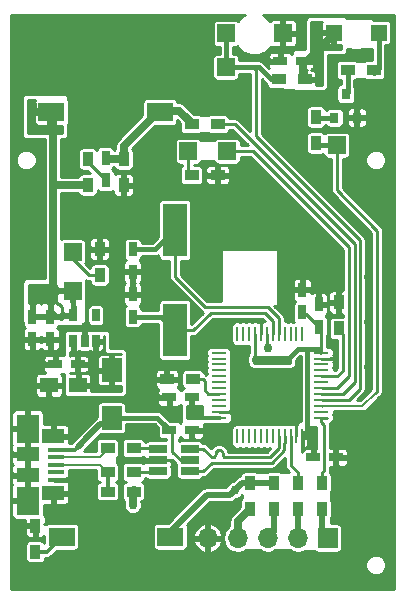
<source format=gtl>
G04 #@! TF.FileFunction,Copper,L1,Top,Signal*
%FSLAX45Y45*%
G04 Gerber Fmt 4.5, Leading zero omitted, Abs format (unit mm)*
G04 Created by KiCad (PCBNEW 4.0.6) date Thu Jun  8 22:45:27 2017*
%MOMM*%
%LPD*%
G01*
G04 APERTURE LIST*
%ADD10C,0.050000*%
%ADD11R,1.524000X1.524000*%
%ADD12C,0.762000*%
%ADD13R,1.200000X0.750000*%
%ADD14R,0.750000X1.200000*%
%ADD15R,1.500000X1.250000*%
%ADD16R,0.900000X1.200000*%
%ADD17R,1.200000X0.900000*%
%ADD18R,2.180000X1.600000*%
%ADD19R,1.560000X0.650000*%
%ADD20R,0.250000X1.300000*%
%ADD21R,1.300000X0.250000*%
%ADD22R,2.000000X4.500000*%
%ADD23R,1.700000X2.000000*%
%ADD24R,0.650000X1.060000*%
%ADD25R,1.900000X2.375000*%
%ADD26R,1.900000X1.175000*%
%ADD27R,1.900000X1.147000*%
%ADD28R,1.380000X0.381000*%
%ADD29R,1.700000X1.700000*%
%ADD30O,1.700000X1.700000*%
%ADD31R,0.800000X0.900000*%
%ADD32R,1.500000X1.500000*%
%ADD33R,1.397000X1.397000*%
%ADD34C,0.508000*%
%ADD35C,0.228600*%
%ADD36C,0.279400*%
%ADD37C,0.381000*%
%ADD38C,0.635000*%
%ADD39C,0.304800*%
%ADD40C,0.254000*%
%ADD41C,0.406400*%
%ADD42C,0.203200*%
%ADD43C,0.533400*%
G04 APERTURE END LIST*
D10*
D11*
X10490200Y-9163050D03*
X10013950Y-9163050D03*
D12*
X9423400Y-11201400D03*
X9779000Y-11201400D03*
X9779000Y-10845800D03*
X10007600Y-12573000D03*
X9893300Y-12611100D03*
X9664700Y-9232900D03*
X9144000Y-9232900D03*
X8712200Y-12573000D03*
X8356600Y-12065000D03*
X8356600Y-12280900D03*
X8242300Y-12065000D03*
X8242300Y-11861800D03*
X8242300Y-11696700D03*
X8242300Y-12280900D03*
X8242300Y-11480800D03*
X8242300Y-10756900D03*
X8242300Y-9994900D03*
X8242300Y-9232900D03*
X10172700Y-9880600D03*
X10350500Y-9880600D03*
X10350500Y-9664700D03*
X10172700Y-9664700D03*
X10185400Y-9359900D03*
X10325100Y-9359900D03*
X10655300Y-9207500D03*
X10655300Y-9080500D03*
X11252200Y-9791700D03*
X9093200Y-11557000D03*
X8724900Y-10668000D03*
X9093200Y-10668000D03*
X8813800Y-11645900D03*
X9093200Y-11734800D03*
X9093200Y-11379200D03*
X9093200Y-11188700D03*
X9207500Y-12077700D03*
X9207500Y-12242800D03*
X9982200Y-11620500D03*
X9982200Y-11760200D03*
X9766300Y-11760200D03*
X9766300Y-11925300D03*
X10566400Y-12331700D03*
X10439400Y-12331700D03*
X10312400Y-12331700D03*
X10185400Y-12331700D03*
X10566400Y-12204700D03*
X10439400Y-12204700D03*
X10312400Y-12204700D03*
X10185400Y-12204700D03*
X10566400Y-12077700D03*
X10439400Y-12077700D03*
X10312400Y-12077700D03*
X10185400Y-12077700D03*
X9893300Y-12509500D03*
X9220200Y-12509500D03*
X8839200Y-12446000D03*
X8712200Y-12446000D03*
X8737600Y-13157200D03*
X10972800Y-12877800D03*
X11099800Y-12750800D03*
X10972800Y-12623800D03*
X9728200Y-13030200D03*
X9575800Y-13030200D03*
X9423400Y-13030200D03*
X10058400Y-12915900D03*
X10490200Y-13792200D03*
X9779000Y-13792200D03*
X9017000Y-13792200D03*
X8255000Y-13792200D03*
X8255000Y-13335000D03*
X11379200Y-13131800D03*
X11379200Y-12750800D03*
X11379200Y-12369800D03*
X11379200Y-11607800D03*
X11214100Y-11988800D03*
X11214100Y-11607800D03*
X11379200Y-10845800D03*
X11214100Y-11226800D03*
X11188700Y-10845800D03*
X10871200Y-11201400D03*
X10972800Y-11328400D03*
X10795000Y-11328400D03*
X10668000Y-11201400D03*
X10541000Y-11328400D03*
X10464800Y-10845800D03*
X11379200Y-10109200D03*
X10083800Y-10845800D03*
X11252200Y-9918700D03*
X11226800Y-10515600D03*
X10871200Y-10515600D03*
X10464800Y-10515600D03*
X10083800Y-10515600D03*
X9702800Y-10515600D03*
D13*
X8756400Y-11963400D03*
X8566400Y-11963400D03*
D14*
X9220200Y-11563100D03*
X9220200Y-11373100D03*
D15*
X8511000Y-12141200D03*
X8761000Y-12141200D03*
D14*
X9220200Y-10992100D03*
X9220200Y-11182100D03*
D13*
X9531600Y-12242800D03*
X9721600Y-12242800D03*
D14*
X8521700Y-11563600D03*
X8521700Y-11753600D03*
D13*
X9721600Y-12522200D03*
X9531600Y-12522200D03*
D14*
X8991600Y-10407400D03*
X8991600Y-10217400D03*
X10795000Y-11645650D03*
X10795000Y-11455650D03*
D16*
X8940800Y-10989800D03*
X8940800Y-11209800D03*
D17*
X9939800Y-10363200D03*
X9719800Y-10363200D03*
X9228600Y-12877800D03*
X9008600Y-12877800D03*
X9228600Y-12674600D03*
X9008600Y-12674600D03*
D16*
X10210800Y-13191000D03*
X10210800Y-12971000D03*
X8394700Y-13552950D03*
X8394700Y-13332950D03*
X10617200Y-13191000D03*
X10617200Y-12971000D03*
X10820400Y-13191000D03*
X10820400Y-12971000D03*
X8839200Y-10227800D03*
X8839200Y-10447800D03*
X9144000Y-10447800D03*
X9144000Y-10227800D03*
D17*
X11040600Y-9474200D03*
X11260600Y-9474200D03*
X10456400Y-9550400D03*
X10676400Y-9550400D03*
D18*
X8621500Y-13423900D03*
X9539500Y-13423900D03*
D19*
X9432800Y-12681200D03*
X9432800Y-12776200D03*
X9432800Y-12871200D03*
X9702800Y-12871200D03*
X9702800Y-12681200D03*
X9702800Y-12776200D03*
D20*
X10657250Y-11706200D03*
X10607250Y-11706200D03*
X10557250Y-11706200D03*
X10507250Y-11706200D03*
X10457250Y-11706200D03*
X10407250Y-11706200D03*
X10357250Y-11706200D03*
X10307250Y-11706200D03*
X10257250Y-11706200D03*
X10207250Y-11706200D03*
X10157250Y-11706200D03*
X10107250Y-11706200D03*
D21*
X9947250Y-11866200D03*
X9947250Y-11916200D03*
X9947250Y-11966200D03*
X9947250Y-12016200D03*
X9947250Y-12066200D03*
X9947250Y-12116200D03*
X9947250Y-12166200D03*
X9947250Y-12216200D03*
X9947250Y-12266200D03*
X9947250Y-12316200D03*
X9947250Y-12366200D03*
X9947250Y-12416200D03*
D20*
X10107250Y-12576200D03*
X10157250Y-12576200D03*
X10207250Y-12576200D03*
X10257250Y-12576200D03*
X10307250Y-12576200D03*
X10357250Y-12576200D03*
X10407250Y-12576200D03*
X10457250Y-12576200D03*
X10507250Y-12576200D03*
X10557250Y-12576200D03*
X10607250Y-12576200D03*
X10657250Y-12576200D03*
D21*
X10817250Y-12416200D03*
X10817250Y-12366200D03*
X10817250Y-12316200D03*
X10817250Y-12266200D03*
X10817250Y-12216200D03*
X10817250Y-12166200D03*
X10817250Y-12116200D03*
X10817250Y-12066200D03*
X10817250Y-12016200D03*
X10817250Y-11966200D03*
X10817250Y-11916200D03*
X10817250Y-11866200D03*
D22*
X9575800Y-11677200D03*
X9575800Y-10827200D03*
D17*
X9939800Y-9931400D03*
X9719800Y-9931400D03*
D16*
X10966450Y-11660650D03*
X10966450Y-11440650D03*
D23*
X9042400Y-12417400D03*
X9042400Y-12017400D03*
D24*
X8718800Y-11768600D03*
X8813800Y-11768600D03*
X8908800Y-11768600D03*
X8908800Y-11548600D03*
X8718800Y-11548600D03*
D25*
X8331200Y-12509500D03*
X8331200Y-13119100D03*
D26*
X8331200Y-12725400D03*
X8331200Y-12903200D03*
D27*
X8547100Y-12573000D03*
X8547100Y-13055600D03*
D28*
X8572500Y-12687300D03*
X8572500Y-12750800D03*
X8572500Y-12814300D03*
X8572500Y-12877800D03*
X8572500Y-12941300D03*
D18*
X8532600Y-9829800D03*
X9450600Y-9829800D03*
D29*
X10871200Y-13436600D03*
D30*
X10617200Y-13436600D03*
X10363200Y-13436600D03*
X10109200Y-13436600D03*
X9855200Y-13436600D03*
D31*
X10928600Y-9877400D03*
X11118600Y-9877400D03*
X11023600Y-9677400D03*
D16*
X10769600Y-9872200D03*
X10769600Y-10092200D03*
D14*
X8369300Y-11563600D03*
X8369300Y-11753600D03*
D13*
X10661400Y-9398000D03*
X10471400Y-9398000D03*
D32*
X8712200Y-11341000D03*
X8712200Y-11011000D03*
X10020200Y-10160000D03*
X9690200Y-10160000D03*
X10947400Y-10109200D03*
X10007600Y-9448800D03*
D13*
X10750800Y-12750800D03*
X10940800Y-12750800D03*
D17*
X9730250Y-12090400D03*
X9510250Y-12090400D03*
D16*
X10414000Y-13191000D03*
X10414000Y-12971000D03*
D17*
X9008600Y-13042900D03*
X9228600Y-13042900D03*
D14*
X10655300Y-11525000D03*
X10655300Y-11335000D03*
D33*
X11303000Y-9156700D03*
X10922000Y-9156700D03*
D12*
X9321800Y-10515600D03*
X9220200Y-13157200D03*
X10439400Y-11925300D03*
X10350499Y-11925300D03*
X10528300Y-11925300D03*
X10261600Y-11925300D03*
X9702800Y-12344400D03*
X9791700Y-12344400D03*
X8547099Y-11417300D03*
X8547099Y-11328400D03*
X8458200Y-11417300D03*
X8458200Y-11328400D03*
X8369300Y-11328400D03*
X8369300Y-11417300D03*
X8470900Y-9969500D03*
X8369300Y-9956800D03*
X8369300Y-9855200D03*
X8369300Y-9766300D03*
X10795000Y-9182100D03*
X10795000Y-9309100D03*
X10795000Y-9436100D03*
X10795000Y-9550400D03*
X10083800Y-13030200D03*
X10363200Y-11823700D03*
D34*
X8988400Y-11963400D02*
X9042400Y-12017400D01*
X8756400Y-12136600D02*
X8761000Y-12141200D01*
D35*
X10307250Y-11706200D02*
X10307250Y-11618340D01*
X10307250Y-11618340D02*
X10296710Y-11607800D01*
X10817250Y-11916200D02*
X10905700Y-11916200D01*
D36*
X9563100Y-12800560D02*
X9563100Y-12877800D01*
X9432800Y-12776200D02*
X9538740Y-12776200D01*
X9538740Y-12776200D02*
X9563100Y-12800560D01*
D35*
X10096500Y-12344400D02*
X10074700Y-12366200D01*
X9947250Y-12366200D02*
X10074700Y-12366200D01*
X10607250Y-12576200D02*
X10607250Y-12448750D01*
X9575800Y-11677200D02*
X9735000Y-11677200D01*
X9735000Y-11677200D02*
X9880600Y-11531600D01*
X9880600Y-11531600D02*
X10337800Y-11531600D01*
X10337800Y-11531600D02*
X10407250Y-11601050D01*
X10407250Y-11601050D02*
X10407250Y-11706200D01*
X9575800Y-11677200D02*
X9619800Y-11633200D01*
D37*
X9220200Y-11563100D02*
X9461700Y-11563100D01*
X9461700Y-11563100D02*
X9575800Y-11677200D01*
D35*
X9575800Y-10827200D02*
X9575800Y-11226800D01*
X9829800Y-11480800D02*
X10363200Y-11480800D01*
X9575800Y-11226800D02*
X9829800Y-11480800D01*
X10363200Y-11480800D02*
X10457250Y-11574850D01*
X10457250Y-11574850D02*
X10457250Y-11706200D01*
D37*
X9220200Y-10992100D02*
X9410900Y-10992100D01*
X9410900Y-10992100D02*
X9575800Y-10827200D01*
D38*
X10109200Y-13436600D02*
X10109200Y-13292600D01*
X10109200Y-13292600D02*
X10210800Y-13191000D01*
X8547099Y-10464800D02*
X8547099Y-11417299D01*
X8547099Y-10248901D02*
X8547099Y-10464800D01*
X8547099Y-10464800D02*
X8564099Y-10447800D01*
X8564099Y-10447800D02*
X8839200Y-10447800D01*
D36*
X8623300Y-11480800D02*
X8623300Y-11557000D01*
X8597900Y-11455400D02*
X8623300Y-11480800D01*
X8547099Y-11417300D02*
X8585199Y-11455400D01*
X8585199Y-11455400D02*
X8597900Y-11455400D01*
D38*
X8547100Y-10248900D02*
X8547099Y-10248901D01*
X8547099Y-11417299D02*
X8547100Y-11417300D01*
D39*
X10655300Y-11544050D02*
X10693400Y-11544050D01*
X10693400Y-11544050D02*
X10795000Y-11645650D01*
D40*
X10817250Y-11866200D02*
X10817250Y-11686950D01*
X10817250Y-11686950D02*
X10795000Y-11664700D01*
D38*
X9220200Y-13157200D02*
X9220200Y-13038600D01*
X9220200Y-13038600D02*
X9228600Y-13030200D01*
D37*
X10699750Y-11849100D02*
X10699750Y-12533700D01*
X10699750Y-12533700D02*
X10659120Y-12574330D01*
X10659120Y-12574330D02*
X10659120Y-12576200D01*
X10528300Y-11925300D02*
X10617200Y-11836400D01*
X10617200Y-11836400D02*
X10787450Y-11836400D01*
D35*
X10439400Y-11925300D02*
X10528300Y-11925300D01*
X10350499Y-11925300D02*
X10439400Y-11925300D01*
X10261600Y-11925300D02*
X10350499Y-11925300D01*
X10257250Y-11706200D02*
X10257250Y-11920950D01*
X10257250Y-11920950D02*
X10261600Y-11925300D01*
D38*
X8547099Y-11417300D02*
X8547099Y-11382281D01*
D36*
X8521700Y-11563600D02*
X8521700Y-11442699D01*
X8521700Y-11442699D02*
X8547099Y-11417300D01*
D38*
X8547100Y-10236200D02*
X8547100Y-10248900D01*
X8547099Y-11274518D02*
X8547099Y-11328400D01*
X8532600Y-9829800D02*
X8547100Y-9844300D01*
X8547100Y-9844300D02*
X8547100Y-10248900D01*
X8547099Y-11382281D02*
X8547099Y-11328400D01*
X8534400Y-11563600D02*
X8547099Y-11550901D01*
D36*
X8458200Y-11328400D02*
X8547099Y-11328400D01*
X8458200Y-11328400D02*
X8458200Y-11417300D01*
X8369300Y-11328400D02*
X8458200Y-11328400D01*
X8369300Y-11475660D02*
X8369300Y-11417300D01*
X8369300Y-11563600D02*
X8369300Y-11475660D01*
D38*
X8470900Y-9969500D02*
X8523700Y-9969500D01*
X8523700Y-9969500D02*
X8532600Y-9960600D01*
X8532600Y-9960600D02*
X8532600Y-9829800D01*
X8369300Y-9833300D02*
X8369300Y-9855200D01*
X8372800Y-9829800D02*
X8369300Y-9833300D01*
X8372800Y-9769800D02*
X8369300Y-9766300D01*
X8372800Y-9829800D02*
X8372800Y-9769800D01*
X8532600Y-9829800D02*
X8372800Y-9829800D01*
X8703800Y-11563600D02*
X8718800Y-11548600D01*
X10661400Y-9398000D02*
X10693400Y-9398000D01*
X10693400Y-9398000D02*
X10922000Y-9169400D01*
X10661400Y-9398000D02*
X10661400Y-9535400D01*
X10661400Y-9535400D02*
X10676400Y-9550400D01*
D36*
X10699750Y-11849100D02*
X10712450Y-11836400D01*
D40*
X10657250Y-12576200D02*
X10657250Y-12526600D01*
D39*
X10787450Y-11836400D02*
X10712450Y-11836400D01*
D40*
X10817250Y-11866200D02*
X10787450Y-11836400D01*
D36*
X8839200Y-10227800D02*
X8839200Y-10255000D01*
X8839200Y-10255000D02*
X8991600Y-10407400D01*
D38*
X9441398Y-9816939D02*
X9613739Y-9816939D01*
X9613739Y-9816939D02*
X9728200Y-9931400D01*
X9144000Y-10227800D02*
X9006600Y-10227800D01*
X9006600Y-10227800D02*
X8991600Y-10242800D01*
X9441398Y-9816939D02*
X9144000Y-10114337D01*
X9144000Y-10114337D02*
X9144000Y-10236200D01*
D41*
X9441398Y-9816939D02*
X9406321Y-9852016D01*
D40*
X8712200Y-11074400D02*
X8847600Y-11209800D01*
X8847600Y-11209800D02*
X8870400Y-11209800D01*
X8870400Y-11209800D02*
X8940800Y-11209800D01*
X8712200Y-11011000D02*
X8712200Y-11074400D01*
D35*
X10820400Y-12166600D02*
X10947400Y-12166600D01*
X10947400Y-12166600D02*
X11049000Y-12065000D01*
X11049000Y-12065000D02*
X11049000Y-10972800D01*
X11049000Y-10972800D02*
X11042650Y-10966450D01*
X11049000Y-10972800D02*
X10236200Y-10160000D01*
X10236200Y-10160000D02*
X10033000Y-10160000D01*
D40*
X9690200Y-10160000D02*
X9690200Y-10333600D01*
X9690200Y-10333600D02*
X9719800Y-10363200D01*
D35*
X11277600Y-12204700D02*
X11290300Y-12192000D01*
X11290300Y-12192000D02*
X11290300Y-10833100D01*
X11290300Y-10833100D02*
X10947400Y-10490200D01*
X10947400Y-10490200D02*
X10947400Y-10109200D01*
D42*
X11166100Y-12316200D02*
X11277600Y-12204700D01*
X10817250Y-12316200D02*
X11166100Y-12316200D01*
D35*
X10820400Y-12319000D02*
X10823200Y-12316200D01*
D37*
X10947400Y-10109200D02*
X10786600Y-10109200D01*
X10786600Y-10109200D02*
X10769600Y-10092200D01*
X11303000Y-9169400D02*
X11303000Y-9457200D01*
X11303000Y-9457200D02*
X11260600Y-9499600D01*
D34*
X10617200Y-13191000D02*
X10617200Y-13436600D01*
D36*
X10600200Y-13419600D02*
X10617200Y-13436600D01*
D34*
X10414000Y-13191000D02*
X10414000Y-13385800D01*
X10414000Y-13385800D02*
X10363200Y-13436600D01*
D35*
X10820400Y-12268200D02*
X10822400Y-12266200D01*
X11142981Y-12174219D02*
X11142981Y-10914381D01*
X10822400Y-12266200D02*
X11051000Y-12266200D01*
X11051000Y-12266200D02*
X11142981Y-12174219D01*
X11142981Y-10914381D02*
X10261600Y-10033000D01*
X10261600Y-10033000D02*
X10261600Y-9474200D01*
X10261600Y-9474200D02*
X10236200Y-9448800D01*
D37*
X10456400Y-9550400D02*
X10388600Y-9550400D01*
X10388600Y-9550400D02*
X10287000Y-9448800D01*
X10287000Y-9448800D02*
X10236200Y-9448800D01*
X10007600Y-9448800D02*
X10236200Y-9448800D01*
X10013950Y-9169400D02*
X10013950Y-9442450D01*
X10013950Y-9442450D02*
X10007600Y-9448800D01*
D40*
X9228600Y-12877800D02*
X9426200Y-12877800D01*
X9426200Y-12877800D02*
X9432800Y-12871200D01*
D39*
X9414000Y-12852400D02*
X9432800Y-12871200D01*
D40*
X9228600Y-12674600D02*
X9426200Y-12674600D01*
X9426200Y-12674600D02*
X9432800Y-12681200D01*
D35*
X9829800Y-12107090D02*
X9829800Y-12186610D01*
X9829800Y-12186610D02*
X9859390Y-12216200D01*
X9859390Y-12216200D02*
X9947250Y-12216200D01*
X9730250Y-12090400D02*
X9813110Y-12090400D01*
X9813110Y-12090400D02*
X9829800Y-12107090D01*
D40*
X10817250Y-12066200D02*
X10952550Y-12066200D01*
X10952550Y-12066200D02*
X10998200Y-12020550D01*
X10998200Y-12020550D02*
X10998200Y-11709400D01*
X10998200Y-11709400D02*
X10947400Y-11658600D01*
D34*
X10083800Y-13030200D02*
X10045700Y-13068300D01*
X10045700Y-13068300D02*
X9846100Y-13068300D01*
X9846100Y-13068300D02*
X9499600Y-13414800D01*
X9499600Y-13414800D02*
X9499600Y-13474700D01*
X10143000Y-12971000D02*
X10083800Y-13030200D01*
D35*
X10363200Y-11810200D02*
X10363200Y-11823700D01*
X10357250Y-11804250D02*
X10363200Y-11810200D01*
X10357250Y-11706200D02*
X10357250Y-11804250D01*
D34*
X10210800Y-12971000D02*
X10143000Y-12971000D01*
X10210800Y-12971000D02*
X10414000Y-12971000D01*
D39*
X8394700Y-13552950D02*
X8494250Y-13552950D01*
X8494250Y-13552950D02*
X8621500Y-13425700D01*
X8621500Y-13425700D02*
X8621500Y-13423900D01*
D35*
X10557250Y-12576200D02*
X10557250Y-12640050D01*
X10557250Y-12640050D02*
X10559190Y-12641990D01*
X10617200Y-12880520D02*
X10617200Y-12971000D01*
X10559190Y-12822510D02*
X10617200Y-12880520D01*
X10559190Y-12641990D02*
X10559190Y-12822510D01*
D40*
X10817250Y-12416200D02*
X10817250Y-12454100D01*
X10817250Y-12454100D02*
X10843820Y-12480670D01*
X10843820Y-12862180D02*
X10820400Y-12885600D01*
X10843820Y-12480670D02*
X10843820Y-12862180D01*
X10820400Y-12885600D02*
X10820400Y-12971000D01*
D36*
X10869750Y-12416200D02*
X10817250Y-12416200D01*
D35*
X10814050Y-12217400D02*
X10815250Y-12216200D01*
X11099800Y-12115800D02*
X11099800Y-10947400D01*
X10815250Y-12216200D02*
X10999400Y-12216200D01*
X10083800Y-9931400D02*
X9931400Y-9931400D01*
X10999400Y-12216200D02*
X11099800Y-12115800D01*
X11099800Y-10947400D02*
X10083800Y-9931400D01*
X9931400Y-9931400D02*
X9906000Y-9906000D01*
X9702800Y-12871200D02*
X9819800Y-12871200D01*
X9819800Y-12871200D02*
X9889400Y-12801600D01*
X10507250Y-12628700D02*
X10507250Y-12576200D01*
X9889400Y-12801600D02*
X10396419Y-12801600D01*
X10396419Y-12801600D02*
X10505110Y-12692909D01*
X10505110Y-12692909D02*
X10505110Y-12630840D01*
X10505110Y-12630840D02*
X10507250Y-12628700D01*
X9910645Y-12746795D02*
X9915395Y-12742045D01*
X9702800Y-12681200D02*
X9819800Y-12681200D01*
X9921940Y-12719514D02*
X9922692Y-12712838D01*
X9978969Y-12706497D02*
X9981188Y-12712838D01*
X9928485Y-12700809D02*
X9933235Y-12696059D01*
X9993235Y-12746795D02*
X9998923Y-12750369D01*
X9819800Y-12681200D02*
X9891940Y-12753340D01*
X9922692Y-12712838D02*
X9924911Y-12706497D01*
X9921940Y-12723340D02*
X9921940Y-12719514D01*
X10459390Y-12630840D02*
X10457250Y-12628700D01*
X9891940Y-12753340D02*
X9898616Y-12752588D01*
X9945264Y-12690266D02*
X9951940Y-12689514D01*
X9898616Y-12752588D02*
X9904957Y-12750369D01*
X9984911Y-12736357D02*
X9988485Y-12742045D01*
X9981188Y-12712838D02*
X9981940Y-12719514D01*
X10005264Y-12752588D02*
X10011940Y-12753340D01*
X9921188Y-12730016D02*
X9921940Y-12723340D01*
X9981940Y-12723340D02*
X9982692Y-12730016D01*
X9904957Y-12750369D02*
X9910645Y-12746795D01*
X9915395Y-12742045D02*
X9918969Y-12736357D01*
X9988485Y-12742045D02*
X9993235Y-12746795D01*
X9918969Y-12736357D02*
X9921188Y-12730016D01*
X9924911Y-12706497D02*
X9928485Y-12700809D01*
X9933235Y-12696059D02*
X9938923Y-12692485D01*
X9938923Y-12692485D02*
X9945264Y-12690266D01*
X9951940Y-12689514D02*
X9958616Y-12690266D01*
X9958616Y-12690266D02*
X9964957Y-12692485D01*
X9964957Y-12692485D02*
X9970645Y-12696059D01*
X9970645Y-12696059D02*
X9975395Y-12700809D01*
X10380021Y-12753340D02*
X10459390Y-12673971D01*
X9975395Y-12700809D02*
X9978969Y-12706497D01*
X9981940Y-12719514D02*
X9981940Y-12723340D01*
X9982692Y-12730016D02*
X9984911Y-12736357D01*
X9998923Y-12750369D02*
X10005264Y-12752588D01*
X10011940Y-12753340D02*
X10380021Y-12753340D01*
X10459390Y-12673971D02*
X10459390Y-12630840D01*
X10457250Y-12628700D02*
X10457250Y-12576200D01*
D34*
X10820400Y-13191000D02*
X10820400Y-13385800D01*
X10820400Y-13385800D02*
X10871200Y-13436600D01*
D36*
X10894600Y-13436600D02*
X10871200Y-13436600D01*
D39*
X8572500Y-12687300D02*
X8731250Y-12687300D01*
X8731250Y-12687300D02*
X8756650Y-12661900D01*
X8763000Y-12655550D02*
X8756650Y-12661900D01*
D43*
X8782050Y-12636500D02*
X8756650Y-12661900D01*
X8826500Y-12592050D02*
X8782050Y-12636500D01*
X9042400Y-12471400D02*
X8947150Y-12471400D01*
X8947150Y-12471400D02*
X8826500Y-12592050D01*
D37*
X9042400Y-12471400D02*
X9096400Y-12417400D01*
X9096400Y-12417400D02*
X9429700Y-12417400D01*
X9429700Y-12417400D02*
X9534500Y-12522200D01*
X9534500Y-12522200D02*
X9557000Y-12522200D01*
D36*
X9702800Y-12776200D02*
X9626600Y-12776200D01*
X9626600Y-12776200D02*
X9557000Y-12706600D01*
X9557000Y-12706600D02*
X9557000Y-12587640D01*
X9557000Y-12587640D02*
X9557000Y-12522200D01*
X9557000Y-12522200D02*
X9550400Y-12528800D01*
D37*
X10928600Y-9877400D02*
X10774800Y-9877400D01*
X10774800Y-9877400D02*
X10769600Y-9872200D01*
X11040600Y-9499600D02*
X11040600Y-9660400D01*
X11040600Y-9660400D02*
X11023600Y-9677400D01*
D42*
X8572500Y-12750800D02*
X8940800Y-12750800D01*
X8940800Y-12750800D02*
X9008600Y-12683000D01*
X9008600Y-12683000D02*
X9008600Y-12674600D01*
D35*
X9004300Y-12700000D02*
X9004300Y-12678900D01*
X9004300Y-12678900D02*
X9008600Y-12674600D01*
D39*
X9008600Y-12877800D02*
X9008600Y-13042900D01*
D42*
X8572500Y-12814300D02*
X8940800Y-12814300D01*
X8940800Y-12814300D02*
X9004300Y-12877800D01*
X9004300Y-12877800D02*
X9008600Y-12877800D01*
D35*
X8993600Y-12852400D02*
X9008600Y-12852400D01*
D40*
G36*
X10149561Y-9020447D02*
X10113353Y-9056591D01*
X10105263Y-9051064D01*
X10090150Y-9048004D01*
X9937750Y-9048004D01*
X9923631Y-9050660D01*
X9910664Y-9059005D01*
X9901964Y-9071737D01*
X9898904Y-9086850D01*
X9898904Y-9239250D01*
X9901560Y-9253369D01*
X9909905Y-9266337D01*
X9922637Y-9275036D01*
X9937750Y-9278096D01*
X9956800Y-9278096D01*
X9956800Y-9334954D01*
X9932600Y-9334954D01*
X9918481Y-9337610D01*
X9905514Y-9345955D01*
X9896814Y-9358687D01*
X9893754Y-9373800D01*
X9893754Y-9523800D01*
X9896410Y-9537919D01*
X9904755Y-9550887D01*
X9917487Y-9559586D01*
X9932600Y-9562646D01*
X10082600Y-9562646D01*
X10096719Y-9559990D01*
X10109687Y-9551645D01*
X10118386Y-9538913D01*
X10121446Y-9523800D01*
X10121446Y-9505950D01*
X10212070Y-9505950D01*
X10212070Y-9989624D01*
X10118823Y-9896377D01*
X10102754Y-9885640D01*
X10083800Y-9881870D01*
X10037794Y-9881870D01*
X10035990Y-9872281D01*
X10027645Y-9859314D01*
X10014913Y-9850614D01*
X9999800Y-9847554D01*
X9879800Y-9847554D01*
X9865681Y-9850210D01*
X9857927Y-9855200D01*
X9801625Y-9855200D01*
X9794913Y-9850614D01*
X9779800Y-9847554D01*
X9743136Y-9847554D01*
X9663130Y-9767547D01*
X9640469Y-9752406D01*
X9613739Y-9747089D01*
X9597936Y-9747089D01*
X9595790Y-9735681D01*
X9587445Y-9722714D01*
X9574713Y-9714014D01*
X9559600Y-9710954D01*
X9341600Y-9710954D01*
X9327481Y-9713610D01*
X9314514Y-9721955D01*
X9305814Y-9734687D01*
X9302754Y-9749800D01*
X9302754Y-9856800D01*
X9094609Y-10064945D01*
X9079467Y-10087606D01*
X9079467Y-10087606D01*
X9074150Y-10114337D01*
X9074150Y-10138516D01*
X9071914Y-10139955D01*
X9066229Y-10148274D01*
X9065290Y-10143281D01*
X9056945Y-10130314D01*
X9044213Y-10121614D01*
X9029100Y-10118554D01*
X8954100Y-10118554D01*
X8939981Y-10121210D01*
X8927014Y-10129555D01*
X8918314Y-10142287D01*
X8917056Y-10148500D01*
X8912045Y-10140714D01*
X8899313Y-10132014D01*
X8884200Y-10128954D01*
X8794200Y-10128954D01*
X8780081Y-10131610D01*
X8767114Y-10139955D01*
X8758414Y-10152687D01*
X8755354Y-10167800D01*
X8755354Y-10287800D01*
X8758010Y-10301919D01*
X8766355Y-10314887D01*
X8779087Y-10323586D01*
X8794200Y-10326646D01*
X8837208Y-10326646D01*
X8859515Y-10348954D01*
X8794200Y-10348954D01*
X8780081Y-10351610D01*
X8767114Y-10359955D01*
X8758414Y-10372687D01*
X8757348Y-10377950D01*
X8616949Y-10377950D01*
X8616949Y-10248906D01*
X8616950Y-10248900D01*
X8616950Y-10058400D01*
X8636000Y-10058400D01*
X8649848Y-10055794D01*
X8662566Y-10047610D01*
X8671098Y-10035123D01*
X8674100Y-10020300D01*
X8674100Y-9929723D01*
X8677386Y-9924913D01*
X8680446Y-9909800D01*
X8680446Y-9749800D01*
X8677790Y-9735681D01*
X8674100Y-9729947D01*
X8674100Y-9715500D01*
X8671494Y-9701652D01*
X8663310Y-9688934D01*
X8650823Y-9680402D01*
X8636000Y-9677400D01*
X8318500Y-9677400D01*
X8304652Y-9680006D01*
X8291934Y-9688190D01*
X8283402Y-9700677D01*
X8280400Y-9715500D01*
X8280400Y-10020300D01*
X8283006Y-10034148D01*
X8291190Y-10046866D01*
X8303677Y-10055398D01*
X8318500Y-10058400D01*
X8477250Y-10058400D01*
X8477250Y-10248895D01*
X8477249Y-10248901D01*
X8477249Y-11231880D01*
X8331200Y-11231880D01*
X8314583Y-11235007D01*
X8299321Y-11244827D01*
X8289082Y-11259812D01*
X8285480Y-11277600D01*
X8285480Y-11595100D01*
X8288607Y-11611717D01*
X8292954Y-11618472D01*
X8292954Y-11623600D01*
X8295610Y-11637719D01*
X8303955Y-11650686D01*
X8310980Y-11655486D01*
X8307340Y-11656994D01*
X8295194Y-11669140D01*
X8288620Y-11685011D01*
X8288620Y-11730105D01*
X8299415Y-11740900D01*
X8356600Y-11740900D01*
X8356600Y-11738900D01*
X8382000Y-11738900D01*
X8382000Y-11740900D01*
X8439185Y-11740900D01*
X8445500Y-11734585D01*
X8451815Y-11740900D01*
X8509000Y-11740900D01*
X8509000Y-11738900D01*
X8534400Y-11738900D01*
X8534400Y-11740900D01*
X8591585Y-11740900D01*
X8602380Y-11730105D01*
X8602380Y-11685011D01*
X8595806Y-11669140D01*
X8583660Y-11656994D01*
X8580012Y-11655483D01*
X8586287Y-11651445D01*
X8593547Y-11640820D01*
X8775700Y-11640820D01*
X8792317Y-11637693D01*
X8807579Y-11627872D01*
X8817818Y-11612888D01*
X8821420Y-11595100D01*
X8821420Y-11495600D01*
X8837454Y-11495600D01*
X8837454Y-11601600D01*
X8840110Y-11615719D01*
X8848455Y-11628686D01*
X8861187Y-11637386D01*
X8876300Y-11640446D01*
X8941300Y-11640446D01*
X8955419Y-11637790D01*
X8968387Y-11629445D01*
X8977086Y-11616713D01*
X8980146Y-11601600D01*
X8980146Y-11495600D01*
X8977490Y-11481481D01*
X8969145Y-11468513D01*
X8956413Y-11459814D01*
X8941300Y-11456754D01*
X8876300Y-11456754D01*
X8862181Y-11459410D01*
X8849214Y-11467755D01*
X8840514Y-11480487D01*
X8837454Y-11495600D01*
X8821420Y-11495600D01*
X8821420Y-11433405D01*
X8822986Y-11431113D01*
X8826046Y-11416000D01*
X8826046Y-11266000D01*
X8823748Y-11253785D01*
X8828160Y-11256733D01*
X8847600Y-11260600D01*
X8856954Y-11260600D01*
X8856954Y-11269800D01*
X8859610Y-11283919D01*
X8867955Y-11296886D01*
X8880687Y-11305586D01*
X8895800Y-11308646D01*
X8985800Y-11308646D01*
X8999919Y-11305990D01*
X9012887Y-11297645D01*
X9021586Y-11284913D01*
X9024646Y-11269800D01*
X9024646Y-11205595D01*
X9139520Y-11205595D01*
X9139520Y-11250689D01*
X9146094Y-11266559D01*
X9157134Y-11277600D01*
X9146094Y-11288640D01*
X9139520Y-11304511D01*
X9139520Y-11349605D01*
X9150315Y-11360400D01*
X9207500Y-11360400D01*
X9207500Y-11280715D01*
X9204385Y-11277600D01*
X9207500Y-11274485D01*
X9207500Y-11194800D01*
X9232900Y-11194800D01*
X9232900Y-11274485D01*
X9236015Y-11277600D01*
X9232900Y-11280715D01*
X9232900Y-11360400D01*
X9290085Y-11360400D01*
X9300880Y-11349605D01*
X9300880Y-11304511D01*
X9294306Y-11288640D01*
X9283266Y-11277600D01*
X9294306Y-11266559D01*
X9300880Y-11250689D01*
X9300880Y-11205595D01*
X9290085Y-11194800D01*
X9232900Y-11194800D01*
X9207500Y-11194800D01*
X9150315Y-11194800D01*
X9139520Y-11205595D01*
X9024646Y-11205595D01*
X9024646Y-11149800D01*
X9021990Y-11135681D01*
X9013645Y-11122714D01*
X9000913Y-11114014D01*
X8985800Y-11110954D01*
X8895800Y-11110954D01*
X8881681Y-11113610D01*
X8868714Y-11121955D01*
X8860014Y-11134687D01*
X8857373Y-11147731D01*
X8818021Y-11108379D01*
X8822986Y-11101113D01*
X8826046Y-11086000D01*
X8826046Y-11013295D01*
X8852620Y-11013295D01*
X8852620Y-11058389D01*
X8859194Y-11074260D01*
X8871341Y-11086406D01*
X8887211Y-11092980D01*
X8917305Y-11092980D01*
X8928100Y-11082185D01*
X8928100Y-11002500D01*
X8953500Y-11002500D01*
X8953500Y-11082185D01*
X8964295Y-11092980D01*
X8994389Y-11092980D01*
X9010260Y-11086406D01*
X9022406Y-11074260D01*
X9028980Y-11058389D01*
X9028980Y-11013295D01*
X9018185Y-11002500D01*
X8953500Y-11002500D01*
X8928100Y-11002500D01*
X8863415Y-11002500D01*
X8852620Y-11013295D01*
X8826046Y-11013295D01*
X8826046Y-10936000D01*
X8823390Y-10921881D01*
X8822959Y-10921211D01*
X8852620Y-10921211D01*
X8852620Y-10966305D01*
X8863415Y-10977100D01*
X8928100Y-10977100D01*
X8928100Y-10897415D01*
X8953500Y-10897415D01*
X8953500Y-10977100D01*
X9018185Y-10977100D01*
X9028980Y-10966305D01*
X9028980Y-10921211D01*
X9022406Y-10905341D01*
X9010260Y-10893194D01*
X8994389Y-10886620D01*
X8964295Y-10886620D01*
X8953500Y-10897415D01*
X8928100Y-10897415D01*
X8917305Y-10886620D01*
X8887211Y-10886620D01*
X8871341Y-10893194D01*
X8859194Y-10905341D01*
X8852620Y-10921211D01*
X8822959Y-10921211D01*
X8815045Y-10908914D01*
X8802313Y-10900214D01*
X8787200Y-10897154D01*
X8637200Y-10897154D01*
X8623081Y-10899810D01*
X8616949Y-10903756D01*
X8616949Y-10517650D01*
X8757207Y-10517650D01*
X8758010Y-10521919D01*
X8766355Y-10534887D01*
X8779087Y-10543586D01*
X8794200Y-10546646D01*
X8884200Y-10546646D01*
X8898319Y-10543990D01*
X8911287Y-10535645D01*
X8919986Y-10522913D01*
X8923046Y-10507800D01*
X8923046Y-10489501D01*
X8926255Y-10494487D01*
X8938987Y-10503186D01*
X8954100Y-10506246D01*
X9029100Y-10506246D01*
X9043219Y-10503590D01*
X9055820Y-10495481D01*
X9055820Y-10516389D01*
X9062394Y-10532260D01*
X9074541Y-10544406D01*
X9090411Y-10550980D01*
X9120505Y-10550980D01*
X9131300Y-10540185D01*
X9131300Y-10460500D01*
X9156700Y-10460500D01*
X9156700Y-10540185D01*
X9167495Y-10550980D01*
X9197589Y-10550980D01*
X9213460Y-10544406D01*
X9225606Y-10532260D01*
X9232180Y-10516389D01*
X9232180Y-10471295D01*
X9221385Y-10460500D01*
X9156700Y-10460500D01*
X9131300Y-10460500D01*
X9129300Y-10460500D01*
X9129300Y-10435100D01*
X9131300Y-10435100D01*
X9131300Y-10355415D01*
X9156700Y-10355415D01*
X9156700Y-10435100D01*
X9221385Y-10435100D01*
X9232180Y-10424305D01*
X9232180Y-10379211D01*
X9225606Y-10363341D01*
X9213460Y-10351194D01*
X9197589Y-10344620D01*
X9167495Y-10344620D01*
X9156700Y-10355415D01*
X9131300Y-10355415D01*
X9120505Y-10344620D01*
X9090411Y-10344620D01*
X9074541Y-10351194D01*
X9067946Y-10357788D01*
X9067946Y-10347400D01*
X9065290Y-10333281D01*
X9056945Y-10320314D01*
X9045220Y-10312302D01*
X9056187Y-10305245D01*
X9061376Y-10297650D01*
X9062007Y-10297650D01*
X9062810Y-10301919D01*
X9071155Y-10314887D01*
X9083887Y-10323586D01*
X9099000Y-10326646D01*
X9189000Y-10326646D01*
X9203119Y-10323990D01*
X9216087Y-10315645D01*
X9224786Y-10302913D01*
X9227846Y-10287800D01*
X9227846Y-10167800D01*
X9225190Y-10153681D01*
X9216845Y-10140714D01*
X9216584Y-10140535D01*
X9408473Y-9948646D01*
X9559600Y-9948646D01*
X9573719Y-9945990D01*
X9586687Y-9937645D01*
X9595386Y-9924913D01*
X9598446Y-9909800D01*
X9598446Y-9900429D01*
X9620954Y-9922936D01*
X9620954Y-9976400D01*
X9623610Y-9990519D01*
X9631955Y-10003487D01*
X9644687Y-10012186D01*
X9659800Y-10015246D01*
X9779800Y-10015246D01*
X9793919Y-10012590D01*
X9801673Y-10007600D01*
X9857975Y-10007600D01*
X9864687Y-10012186D01*
X9879800Y-10015246D01*
X9999800Y-10015246D01*
X10013919Y-10012590D01*
X10026887Y-10004245D01*
X10035586Y-9991513D01*
X10037729Y-9980930D01*
X10063284Y-9980930D01*
X10192824Y-10110470D01*
X10134046Y-10110470D01*
X10134046Y-10085000D01*
X10131390Y-10070881D01*
X10123045Y-10057914D01*
X10110313Y-10049214D01*
X10095200Y-10046154D01*
X9945200Y-10046154D01*
X9931081Y-10048810D01*
X9918114Y-10057155D01*
X9912924Y-10064750D01*
X9797445Y-10064750D01*
X9793045Y-10057914D01*
X9780313Y-10049214D01*
X9765200Y-10046154D01*
X9615200Y-10046154D01*
X9601081Y-10048810D01*
X9588114Y-10057155D01*
X9579414Y-10069887D01*
X9576354Y-10085000D01*
X9576354Y-10235000D01*
X9579010Y-10249119D01*
X9587355Y-10262087D01*
X9600087Y-10270786D01*
X9615200Y-10273846D01*
X9639400Y-10273846D01*
X9639400Y-10286052D01*
X9632714Y-10290355D01*
X9624014Y-10303087D01*
X9620954Y-10318200D01*
X9620954Y-10408200D01*
X9623610Y-10422319D01*
X9631955Y-10435287D01*
X9644687Y-10443986D01*
X9659800Y-10447046D01*
X9779800Y-10447046D01*
X9793919Y-10444390D01*
X9806887Y-10436045D01*
X9815586Y-10423313D01*
X9818646Y-10408200D01*
X9818646Y-10386695D01*
X9836620Y-10386695D01*
X9836620Y-10416789D01*
X9843194Y-10432660D01*
X9855341Y-10444806D01*
X9871211Y-10451380D01*
X9916305Y-10451380D01*
X9927100Y-10440585D01*
X9927100Y-10375900D01*
X9952500Y-10375900D01*
X9952500Y-10440585D01*
X9963295Y-10451380D01*
X10008389Y-10451380D01*
X10024260Y-10444806D01*
X10036406Y-10432660D01*
X10042980Y-10416789D01*
X10042980Y-10386695D01*
X10032185Y-10375900D01*
X9952500Y-10375900D01*
X9927100Y-10375900D01*
X9847415Y-10375900D01*
X9836620Y-10386695D01*
X9818646Y-10386695D01*
X9818646Y-10318200D01*
X9817030Y-10309611D01*
X9836620Y-10309611D01*
X9836620Y-10339705D01*
X9847415Y-10350500D01*
X9927100Y-10350500D01*
X9927100Y-10285815D01*
X9952500Y-10285815D01*
X9952500Y-10350500D01*
X10032185Y-10350500D01*
X10042980Y-10339705D01*
X10042980Y-10309611D01*
X10036406Y-10293741D01*
X10024260Y-10281594D01*
X10008389Y-10275020D01*
X9963295Y-10275020D01*
X9952500Y-10285815D01*
X9927100Y-10285815D01*
X9916305Y-10275020D01*
X9871211Y-10275020D01*
X9855341Y-10281594D01*
X9843194Y-10293741D01*
X9836620Y-10309611D01*
X9817030Y-10309611D01*
X9815990Y-10304081D01*
X9807645Y-10291114D01*
X9794913Y-10282414D01*
X9779800Y-10279354D01*
X9741000Y-10279354D01*
X9741000Y-10273846D01*
X9765200Y-10273846D01*
X9779319Y-10271190D01*
X9792287Y-10262845D01*
X9800986Y-10250113D01*
X9802518Y-10242550D01*
X9907774Y-10242550D01*
X9909010Y-10249119D01*
X9917355Y-10262087D01*
X9930087Y-10270786D01*
X9945200Y-10273846D01*
X10095200Y-10273846D01*
X10109319Y-10271190D01*
X10122287Y-10262845D01*
X10130986Y-10250113D01*
X10134046Y-10235000D01*
X10134046Y-10209530D01*
X10215684Y-10209530D01*
X10999470Y-10993316D01*
X10999470Y-11337470D01*
X10989945Y-11337470D01*
X10979150Y-11348265D01*
X10979150Y-11427950D01*
X10981150Y-11427950D01*
X10981150Y-11453350D01*
X10979150Y-11453350D01*
X10979150Y-11533035D01*
X10989945Y-11543830D01*
X10999470Y-11543830D01*
X10999470Y-11561804D01*
X10921450Y-11561804D01*
X10907331Y-11564460D01*
X10894364Y-11572805D01*
X10885664Y-11585537D01*
X10882604Y-11600650D01*
X10882604Y-11720650D01*
X10885260Y-11734769D01*
X10893605Y-11747736D01*
X10906337Y-11756436D01*
X10921450Y-11759496D01*
X10947400Y-11759496D01*
X10947400Y-11999508D01*
X10931508Y-12015400D01*
X10921096Y-12015400D01*
X10921096Y-12003700D01*
X10918658Y-11990741D01*
X10921096Y-11978700D01*
X10921096Y-11953700D01*
X10920327Y-11949609D01*
X10925430Y-11937289D01*
X10925430Y-11933245D01*
X10914635Y-11922450D01*
X10904002Y-11922450D01*
X10897363Y-11917914D01*
X10889143Y-11916249D01*
X10896369Y-11914890D01*
X10904046Y-11909950D01*
X10914635Y-11909950D01*
X10925430Y-11899155D01*
X10925430Y-11895111D01*
X10920287Y-11882695D01*
X10921096Y-11878700D01*
X10921096Y-11853700D01*
X10918440Y-11839581D01*
X10910095Y-11826613D01*
X10897363Y-11817914D01*
X10882250Y-11814854D01*
X10868050Y-11814854D01*
X10868050Y-11721109D01*
X10868286Y-11720763D01*
X10871346Y-11705650D01*
X10871346Y-11585650D01*
X10868690Y-11571531D01*
X10860345Y-11558563D01*
X10853320Y-11553764D01*
X10856960Y-11552256D01*
X10869106Y-11540109D01*
X10875680Y-11524239D01*
X10875680Y-11479145D01*
X10864885Y-11468350D01*
X10807700Y-11468350D01*
X10807700Y-11470350D01*
X10782300Y-11470350D01*
X10782300Y-11468350D01*
X10780300Y-11468350D01*
X10780300Y-11464145D01*
X10878270Y-11464145D01*
X10878270Y-11509239D01*
X10884844Y-11525109D01*
X10896991Y-11537256D01*
X10912861Y-11543830D01*
X10942955Y-11543830D01*
X10953750Y-11533035D01*
X10953750Y-11453350D01*
X10889065Y-11453350D01*
X10878270Y-11464145D01*
X10780300Y-11464145D01*
X10780300Y-11442950D01*
X10782300Y-11442950D01*
X10782300Y-11363265D01*
X10807700Y-11363265D01*
X10807700Y-11442950D01*
X10864885Y-11442950D01*
X10875680Y-11432155D01*
X10875680Y-11387061D01*
X10869467Y-11372061D01*
X10878270Y-11372061D01*
X10878270Y-11417155D01*
X10889065Y-11427950D01*
X10953750Y-11427950D01*
X10953750Y-11348265D01*
X10942955Y-11337470D01*
X10912861Y-11337470D01*
X10896991Y-11344044D01*
X10884844Y-11356190D01*
X10878270Y-11372061D01*
X10869467Y-11372061D01*
X10869106Y-11371190D01*
X10856960Y-11359044D01*
X10841089Y-11352470D01*
X10818495Y-11352470D01*
X10807700Y-11363265D01*
X10782300Y-11363265D01*
X10771505Y-11352470D01*
X10748911Y-11352470D01*
X10735507Y-11358022D01*
X10725185Y-11347700D01*
X10668000Y-11347700D01*
X10668000Y-11349700D01*
X10642600Y-11349700D01*
X10642600Y-11347700D01*
X10585415Y-11347700D01*
X10574620Y-11358495D01*
X10574620Y-11403589D01*
X10581194Y-11419459D01*
X10593341Y-11431606D01*
X10596988Y-11433117D01*
X10590714Y-11437155D01*
X10582014Y-11449887D01*
X10578954Y-11465000D01*
X10578954Y-11585000D01*
X10581610Y-11599119D01*
X10584886Y-11604210D01*
X10581791Y-11604792D01*
X10569750Y-11602354D01*
X10544750Y-11602354D01*
X10531791Y-11604792D01*
X10519750Y-11602354D01*
X10506780Y-11602354D01*
X10506780Y-11574850D01*
X10503010Y-11555896D01*
X10492273Y-11539827D01*
X10420546Y-11468100D01*
X10439400Y-11468100D01*
X10444016Y-11467231D01*
X10448255Y-11464503D01*
X10451099Y-11460341D01*
X10452100Y-11455400D01*
X10452100Y-11266411D01*
X10574620Y-11266411D01*
X10574620Y-11311505D01*
X10585415Y-11322300D01*
X10642600Y-11322300D01*
X10642600Y-11242615D01*
X10668000Y-11242615D01*
X10668000Y-11322300D01*
X10725185Y-11322300D01*
X10735980Y-11311505D01*
X10735980Y-11266411D01*
X10729406Y-11250540D01*
X10717260Y-11238394D01*
X10701389Y-11231820D01*
X10678795Y-11231820D01*
X10668000Y-11242615D01*
X10642600Y-11242615D01*
X10631805Y-11231820D01*
X10609211Y-11231820D01*
X10593341Y-11238394D01*
X10581194Y-11250540D01*
X10574620Y-11266411D01*
X10452100Y-11266411D01*
X10452100Y-10998200D01*
X10451232Y-10993584D01*
X10448504Y-10989345D01*
X10444341Y-10986501D01*
X10439400Y-10985500D01*
X9982200Y-10985500D01*
X9977584Y-10986369D01*
X9973345Y-10989097D01*
X9970501Y-10993259D01*
X9969500Y-10998200D01*
X9969500Y-11431270D01*
X9850316Y-11431270D01*
X9625330Y-11206284D01*
X9625330Y-11091046D01*
X9675800Y-11091046D01*
X9689919Y-11088390D01*
X9702887Y-11080045D01*
X9711586Y-11067313D01*
X9714646Y-11052200D01*
X9714646Y-10602200D01*
X9711990Y-10588081D01*
X9703645Y-10575114D01*
X9690913Y-10566414D01*
X9675800Y-10563354D01*
X9475800Y-10563354D01*
X9461681Y-10566010D01*
X9448714Y-10574355D01*
X9440014Y-10587087D01*
X9436954Y-10602200D01*
X9436954Y-10885224D01*
X9387228Y-10934950D01*
X9296546Y-10934950D01*
X9296546Y-10932100D01*
X9293890Y-10917981D01*
X9285545Y-10905014D01*
X9272813Y-10896314D01*
X9257700Y-10893254D01*
X9182700Y-10893254D01*
X9168581Y-10895910D01*
X9155614Y-10904255D01*
X9146914Y-10916987D01*
X9143854Y-10932100D01*
X9143854Y-11052100D01*
X9146510Y-11066219D01*
X9154855Y-11079187D01*
X9161880Y-11083986D01*
X9158241Y-11085494D01*
X9146094Y-11097641D01*
X9139520Y-11113511D01*
X9139520Y-11158605D01*
X9150315Y-11169400D01*
X9207500Y-11169400D01*
X9207500Y-11167400D01*
X9232900Y-11167400D01*
X9232900Y-11169400D01*
X9290085Y-11169400D01*
X9300880Y-11158605D01*
X9300880Y-11113511D01*
X9294306Y-11097641D01*
X9282160Y-11085494D01*
X9278512Y-11083983D01*
X9284787Y-11079945D01*
X9293486Y-11067213D01*
X9296546Y-11052100D01*
X9296546Y-11049250D01*
X9410900Y-11049250D01*
X9410900Y-11049250D01*
X9429142Y-11045622D01*
X9432770Y-11044900D01*
X9436954Y-11042105D01*
X9436954Y-11052200D01*
X9439610Y-11066319D01*
X9447955Y-11079287D01*
X9460687Y-11087986D01*
X9475800Y-11091046D01*
X9526270Y-11091046D01*
X9526270Y-11226800D01*
X9530040Y-11245754D01*
X9540777Y-11261823D01*
X9794777Y-11515823D01*
X9810846Y-11526560D01*
X9814806Y-11527348D01*
X9714646Y-11627508D01*
X9714646Y-11452200D01*
X9711990Y-11438081D01*
X9703645Y-11425113D01*
X9690913Y-11416414D01*
X9675800Y-11413354D01*
X9475800Y-11413354D01*
X9461681Y-11416010D01*
X9448714Y-11424355D01*
X9440014Y-11437087D01*
X9436954Y-11452200D01*
X9436954Y-11505950D01*
X9296546Y-11505950D01*
X9296546Y-11503100D01*
X9293890Y-11488981D01*
X9285545Y-11476013D01*
X9278520Y-11471214D01*
X9282160Y-11469706D01*
X9294306Y-11457559D01*
X9300880Y-11441689D01*
X9300880Y-11396595D01*
X9290085Y-11385800D01*
X9232900Y-11385800D01*
X9232900Y-11387800D01*
X9207500Y-11387800D01*
X9207500Y-11385800D01*
X9150315Y-11385800D01*
X9139520Y-11396595D01*
X9139520Y-11441689D01*
X9146094Y-11457559D01*
X9158241Y-11469706D01*
X9161888Y-11471217D01*
X9155614Y-11475255D01*
X9146914Y-11487987D01*
X9143854Y-11503100D01*
X9143854Y-11623100D01*
X9146510Y-11637219D01*
X9154855Y-11650186D01*
X9167587Y-11658886D01*
X9182700Y-11661946D01*
X9257700Y-11661946D01*
X9271819Y-11659290D01*
X9284787Y-11650945D01*
X9293486Y-11638213D01*
X9296546Y-11623100D01*
X9296546Y-11620250D01*
X9436954Y-11620250D01*
X9436954Y-11902200D01*
X9439610Y-11916319D01*
X9447955Y-11929286D01*
X9460687Y-11937986D01*
X9475800Y-11941046D01*
X9675800Y-11941046D01*
X9689919Y-11938390D01*
X9702887Y-11930045D01*
X9711586Y-11917313D01*
X9714646Y-11902200D01*
X9714646Y-11726730D01*
X9735000Y-11726730D01*
X9753954Y-11722960D01*
X9770023Y-11712223D01*
X9901116Y-11581130D01*
X10317284Y-11581130D01*
X10338300Y-11602146D01*
X10328339Y-11598020D01*
X10324295Y-11598020D01*
X10313500Y-11608815D01*
X10313500Y-11619448D01*
X10308964Y-11626087D01*
X10307299Y-11634307D01*
X10305940Y-11627081D01*
X10301000Y-11619404D01*
X10301000Y-11608815D01*
X10290205Y-11598020D01*
X10286161Y-11598020D01*
X10273746Y-11603163D01*
X10269750Y-11602354D01*
X10244750Y-11602354D01*
X10231791Y-11604792D01*
X10219750Y-11602354D01*
X10194750Y-11602354D01*
X10181791Y-11604792D01*
X10169750Y-11602354D01*
X10144750Y-11602354D01*
X10131791Y-11604792D01*
X10119750Y-11602354D01*
X10094750Y-11602354D01*
X10080631Y-11605010D01*
X10067664Y-11613355D01*
X10058964Y-11626087D01*
X10055904Y-11641200D01*
X10055904Y-11771200D01*
X10058560Y-11785319D01*
X10066905Y-11798286D01*
X10079637Y-11806986D01*
X10094750Y-11810046D01*
X10119750Y-11810046D01*
X10132709Y-11807608D01*
X10144750Y-11810046D01*
X10169750Y-11810046D01*
X10182709Y-11807608D01*
X10194750Y-11810046D01*
X10207720Y-11810046D01*
X10207720Y-11862691D01*
X10201102Y-11872377D01*
X10199669Y-11879454D01*
X10197039Y-11882080D01*
X10185413Y-11910076D01*
X10185387Y-11940391D01*
X10196963Y-11968407D01*
X10199525Y-11970974D01*
X10200706Y-11977248D01*
X10208890Y-11989966D01*
X10221377Y-11998498D01*
X10236200Y-12001500D01*
X10261591Y-12001500D01*
X10276691Y-12001513D01*
X10276723Y-12001500D01*
X10350490Y-12001500D01*
X10365590Y-12001513D01*
X10365622Y-12001500D01*
X10439391Y-12001500D01*
X10454491Y-12001513D01*
X10454523Y-12001500D01*
X10528290Y-12001500D01*
X10543390Y-12001513D01*
X10543422Y-12001500D01*
X10566400Y-12001500D01*
X10580248Y-11998894D01*
X10592966Y-11990710D01*
X10601498Y-11978223D01*
X10604500Y-11963400D01*
X10604500Y-11929922D01*
X10640872Y-11893550D01*
X10642600Y-11893550D01*
X10642600Y-12446000D01*
X10628752Y-12448606D01*
X10616034Y-12456790D01*
X10607502Y-12469277D01*
X10604500Y-12484100D01*
X10604500Y-12494844D01*
X10601000Y-12489404D01*
X10601000Y-12478815D01*
X10590205Y-12468020D01*
X10586161Y-12468020D01*
X10573746Y-12473163D01*
X10569750Y-12472354D01*
X10544750Y-12472354D01*
X10531791Y-12474792D01*
X10519750Y-12472354D01*
X10494750Y-12472354D01*
X10481791Y-12474792D01*
X10469750Y-12472354D01*
X10444750Y-12472354D01*
X10431791Y-12474792D01*
X10419750Y-12472354D01*
X10394750Y-12472354D01*
X10381791Y-12474792D01*
X10369750Y-12472354D01*
X10344750Y-12472354D01*
X10331791Y-12474792D01*
X10319750Y-12472354D01*
X10294750Y-12472354D01*
X10281791Y-12474792D01*
X10269750Y-12472354D01*
X10244750Y-12472354D01*
X10231791Y-12474792D01*
X10219750Y-12472354D01*
X10194750Y-12472354D01*
X10181791Y-12474792D01*
X10169750Y-12472354D01*
X10144750Y-12472354D01*
X10131791Y-12474792D01*
X10119750Y-12472354D01*
X10094750Y-12472354D01*
X10080631Y-12475010D01*
X10067664Y-12483355D01*
X10058964Y-12496087D01*
X10055904Y-12511200D01*
X10055904Y-12641200D01*
X10058560Y-12655319D01*
X10066905Y-12668286D01*
X10079637Y-12676986D01*
X10094750Y-12680046D01*
X10119750Y-12680046D01*
X10132709Y-12677608D01*
X10144750Y-12680046D01*
X10169750Y-12680046D01*
X10182709Y-12677608D01*
X10194750Y-12680046D01*
X10219750Y-12680046D01*
X10232709Y-12677608D01*
X10244750Y-12680046D01*
X10269750Y-12680046D01*
X10282709Y-12677608D01*
X10294750Y-12680046D01*
X10319750Y-12680046D01*
X10332709Y-12677608D01*
X10344750Y-12680046D01*
X10369750Y-12680046D01*
X10382709Y-12677608D01*
X10385202Y-12678113D01*
X10359505Y-12703810D01*
X10029296Y-12703810D01*
X10028716Y-12701990D01*
X10027938Y-12696479D01*
X10025720Y-12690138D01*
X10022892Y-12685345D01*
X10020907Y-12680145D01*
X10017333Y-12674457D01*
X10013510Y-12670413D01*
X10010418Y-12665786D01*
X10005668Y-12661036D01*
X10001040Y-12657944D01*
X9996996Y-12654121D01*
X9991308Y-12650546D01*
X9986109Y-12648562D01*
X9981315Y-12645734D01*
X9974975Y-12643515D01*
X9969464Y-12642737D01*
X9964162Y-12641047D01*
X9957486Y-12640295D01*
X9951940Y-12640763D01*
X9946394Y-12640295D01*
X9939719Y-12641047D01*
X9934416Y-12642737D01*
X9928905Y-12643515D01*
X9922565Y-12645734D01*
X9917771Y-12648562D01*
X9912572Y-12650546D01*
X9906884Y-12654120D01*
X9902840Y-12657944D01*
X9898212Y-12661036D01*
X9893462Y-12665786D01*
X9890370Y-12670413D01*
X9886547Y-12674457D01*
X9885218Y-12676572D01*
X9854823Y-12646177D01*
X9838754Y-12635440D01*
X9819800Y-12631670D01*
X9815117Y-12631670D01*
X9808645Y-12621613D01*
X9795913Y-12612914D01*
X9780800Y-12609854D01*
X9624800Y-12609854D01*
X9610681Y-12612510D01*
X9609070Y-12613547D01*
X9609070Y-12593733D01*
X9618687Y-12587545D01*
X9623486Y-12580520D01*
X9624994Y-12584159D01*
X9637141Y-12596306D01*
X9653011Y-12602880D01*
X9698105Y-12602880D01*
X9708900Y-12592085D01*
X9708900Y-12534900D01*
X9734300Y-12534900D01*
X9734300Y-12592085D01*
X9745095Y-12602880D01*
X9790189Y-12602880D01*
X9806060Y-12596306D01*
X9818206Y-12584159D01*
X9824780Y-12568289D01*
X9824780Y-12545695D01*
X9813985Y-12534900D01*
X9734300Y-12534900D01*
X9708900Y-12534900D01*
X9706900Y-12534900D01*
X9706900Y-12509500D01*
X9708900Y-12509500D01*
X9708900Y-12507500D01*
X9734300Y-12507500D01*
X9734300Y-12509500D01*
X9813985Y-12509500D01*
X9824780Y-12498705D01*
X9824780Y-12476111D01*
X9822829Y-12471400D01*
X10020300Y-12471400D01*
X10034148Y-12468794D01*
X10046866Y-12460610D01*
X10055398Y-12448123D01*
X10058400Y-12433300D01*
X10058400Y-12395200D01*
X10055794Y-12381352D01*
X10047610Y-12368634D01*
X10035123Y-12360102D01*
X10034374Y-12359950D01*
X10044635Y-12359950D01*
X10055430Y-12349155D01*
X10055430Y-12345111D01*
X10050287Y-12332695D01*
X10051096Y-12328700D01*
X10051096Y-12303700D01*
X10048658Y-12290741D01*
X10051096Y-12278700D01*
X10051096Y-12253700D01*
X10048658Y-12240741D01*
X10051096Y-12228700D01*
X10051096Y-12203700D01*
X10048658Y-12190741D01*
X10051096Y-12178700D01*
X10051096Y-12153700D01*
X10048658Y-12140741D01*
X10051096Y-12128700D01*
X10051096Y-12103700D01*
X10048658Y-12090741D01*
X10051096Y-12078700D01*
X10051096Y-12053700D01*
X10048658Y-12040741D01*
X10051096Y-12028700D01*
X10051096Y-12003700D01*
X10048658Y-11990741D01*
X10051096Y-11978700D01*
X10051096Y-11953700D01*
X10048658Y-11940741D01*
X10051096Y-11928700D01*
X10051096Y-11903700D01*
X10048658Y-11890741D01*
X10051096Y-11878700D01*
X10051096Y-11853700D01*
X10048440Y-11839581D01*
X10040095Y-11826613D01*
X10027363Y-11817914D01*
X10012250Y-11814854D01*
X9882250Y-11814854D01*
X9868131Y-11817510D01*
X9855164Y-11825855D01*
X9846464Y-11838587D01*
X9843404Y-11853700D01*
X9843404Y-11878700D01*
X9845842Y-11891659D01*
X9843404Y-11903700D01*
X9843404Y-11928700D01*
X9845842Y-11941659D01*
X9843404Y-11953700D01*
X9843404Y-11978700D01*
X9845842Y-11991659D01*
X9843404Y-12003700D01*
X9843404Y-12028700D01*
X9845842Y-12041659D01*
X9843668Y-12052394D01*
X9832064Y-12044640D01*
X9828833Y-12043997D01*
X9826440Y-12031281D01*
X9818095Y-12018313D01*
X9805363Y-12009614D01*
X9790250Y-12006554D01*
X9670250Y-12006554D01*
X9656131Y-12009210D01*
X9643164Y-12017555D01*
X9634464Y-12030287D01*
X9631404Y-12045400D01*
X9631404Y-12135400D01*
X9634060Y-12149519D01*
X9642405Y-12162486D01*
X9651102Y-12168429D01*
X9647481Y-12169110D01*
X9634514Y-12177455D01*
X9629714Y-12184480D01*
X9628206Y-12180840D01*
X9616060Y-12168694D01*
X9603305Y-12163411D01*
X9606856Y-12159859D01*
X9613430Y-12143989D01*
X9613430Y-12113895D01*
X9602635Y-12103100D01*
X9522950Y-12103100D01*
X9522950Y-12105100D01*
X9497550Y-12105100D01*
X9497550Y-12103100D01*
X9417865Y-12103100D01*
X9407070Y-12113895D01*
X9407070Y-12143989D01*
X9413644Y-12159859D01*
X9425791Y-12172006D01*
X9438545Y-12177289D01*
X9434994Y-12180840D01*
X9428420Y-12196711D01*
X9428420Y-12219305D01*
X9439215Y-12230100D01*
X9518900Y-12230100D01*
X9518900Y-12228100D01*
X9544300Y-12228100D01*
X9544300Y-12230100D01*
X9546300Y-12230100D01*
X9546300Y-12255500D01*
X9544300Y-12255500D01*
X9544300Y-12312685D01*
X9555095Y-12323480D01*
X9600189Y-12323480D01*
X9616060Y-12316906D01*
X9626600Y-12306366D01*
X9626600Y-12344391D01*
X9626587Y-12359491D01*
X9626600Y-12359522D01*
X9626600Y-12433300D01*
X9629206Y-12447148D01*
X9632683Y-12452551D01*
X9624994Y-12460240D01*
X9623483Y-12463888D01*
X9619445Y-12457613D01*
X9606713Y-12448914D01*
X9591600Y-12445854D01*
X9538976Y-12445854D01*
X9470111Y-12376989D01*
X9468414Y-12375855D01*
X9451570Y-12364600D01*
X9447942Y-12363878D01*
X9429700Y-12360250D01*
X9429700Y-12360250D01*
X9166246Y-12360250D01*
X9166246Y-12317400D01*
X9163590Y-12303281D01*
X9155245Y-12290313D01*
X9142513Y-12281614D01*
X9127400Y-12278554D01*
X8957400Y-12278554D01*
X8943281Y-12281210D01*
X8930314Y-12289555D01*
X8921614Y-12302287D01*
X8918554Y-12317400D01*
X8918554Y-12414106D01*
X8901351Y-12425601D01*
X8710851Y-12616101D01*
X8698918Y-12633960D01*
X8685280Y-12633960D01*
X8685280Y-12596495D01*
X8674485Y-12585700D01*
X8559800Y-12585700D01*
X8559800Y-12587700D01*
X8534400Y-12587700D01*
X8534400Y-12585700D01*
X8532400Y-12585700D01*
X8532400Y-12560300D01*
X8534400Y-12560300D01*
X8534400Y-12483265D01*
X8559800Y-12483265D01*
X8559800Y-12560300D01*
X8674485Y-12560300D01*
X8685280Y-12549505D01*
X8685280Y-12507061D01*
X8678706Y-12491190D01*
X8666560Y-12479044D01*
X8650689Y-12472470D01*
X8570595Y-12472470D01*
X8559800Y-12483265D01*
X8534400Y-12483265D01*
X8523605Y-12472470D01*
X8469380Y-12472470D01*
X8469380Y-12382161D01*
X8462806Y-12366290D01*
X8450660Y-12354144D01*
X8434789Y-12347570D01*
X8354695Y-12347570D01*
X8343900Y-12358365D01*
X8343900Y-12496800D01*
X8345900Y-12496800D01*
X8345900Y-12522200D01*
X8343900Y-12522200D01*
X8343900Y-12712700D01*
X8345900Y-12712700D01*
X8345900Y-12738100D01*
X8343900Y-12738100D01*
X8343900Y-12890500D01*
X8345900Y-12890500D01*
X8345900Y-12915900D01*
X8343900Y-12915900D01*
X8343900Y-13106400D01*
X8345900Y-13106400D01*
X8345900Y-13131800D01*
X8343900Y-13131800D01*
X8343900Y-13133800D01*
X8318500Y-13133800D01*
X8318500Y-13131800D01*
X8203815Y-13131800D01*
X8193020Y-13142595D01*
X8193020Y-13246439D01*
X8199594Y-13262309D01*
X8211740Y-13274456D01*
X8227611Y-13281030D01*
X8306520Y-13281030D01*
X8306520Y-13309455D01*
X8317315Y-13320250D01*
X8382000Y-13320250D01*
X8382000Y-13318250D01*
X8407400Y-13318250D01*
X8407400Y-13320250D01*
X8409400Y-13320250D01*
X8409400Y-13345650D01*
X8407400Y-13345650D01*
X8407400Y-13425335D01*
X8418195Y-13436130D01*
X8448289Y-13436130D01*
X8464160Y-13429556D01*
X8473654Y-13420062D01*
X8473654Y-13475356D01*
X8467545Y-13465863D01*
X8454813Y-13457164D01*
X8439700Y-13454104D01*
X8349700Y-13454104D01*
X8335581Y-13456760D01*
X8322613Y-13465105D01*
X8313914Y-13477837D01*
X8310854Y-13492950D01*
X8310854Y-13612950D01*
X8313510Y-13627069D01*
X8321855Y-13640036D01*
X8334587Y-13648736D01*
X8349700Y-13651796D01*
X8439700Y-13651796D01*
X8453819Y-13649140D01*
X8466787Y-13640795D01*
X8475486Y-13628063D01*
X8478546Y-13612950D01*
X8478546Y-13606290D01*
X8494250Y-13606290D01*
X8514662Y-13602230D01*
X8531967Y-13590667D01*
X8579888Y-13542746D01*
X8730500Y-13542746D01*
X8744619Y-13540090D01*
X8757587Y-13531745D01*
X8766286Y-13519013D01*
X8769346Y-13503900D01*
X8769346Y-13343900D01*
X8766690Y-13329781D01*
X8758345Y-13316813D01*
X8745613Y-13308114D01*
X8730500Y-13305054D01*
X8512500Y-13305054D01*
X8498381Y-13307710D01*
X8485414Y-13316055D01*
X8482547Y-13320250D01*
X8472085Y-13320250D01*
X8482880Y-13309455D01*
X8482880Y-13264361D01*
X8476306Y-13248490D01*
X8469380Y-13241564D01*
X8469380Y-13156130D01*
X8523605Y-13156130D01*
X8534400Y-13145335D01*
X8534400Y-13068300D01*
X8559800Y-13068300D01*
X8559800Y-13145335D01*
X8570595Y-13156130D01*
X8650689Y-13156130D01*
X8666560Y-13149556D01*
X8678706Y-13137409D01*
X8685280Y-13121539D01*
X8685280Y-13079095D01*
X8674485Y-13068300D01*
X8559800Y-13068300D01*
X8534400Y-13068300D01*
X8532400Y-13068300D01*
X8532400Y-13042900D01*
X8534400Y-13042900D01*
X8534400Y-13040900D01*
X8559800Y-13040900D01*
X8559800Y-13042900D01*
X8674485Y-13042900D01*
X8685280Y-13032105D01*
X8685280Y-12989661D01*
X8680688Y-12978576D01*
X8684680Y-12968939D01*
X8684680Y-12961620D01*
X8673885Y-12950825D01*
X8585200Y-12950825D01*
X8585200Y-12955070D01*
X8570595Y-12955070D01*
X8569665Y-12956000D01*
X8559800Y-12956000D01*
X8559800Y-12955070D01*
X8559800Y-12955070D01*
X8559800Y-12950825D01*
X8557800Y-12950825D01*
X8557800Y-12935696D01*
X8641500Y-12935696D01*
X8655619Y-12933040D01*
X8657584Y-12931775D01*
X8673885Y-12931775D01*
X8684680Y-12920980D01*
X8684680Y-12913661D01*
X8679483Y-12901114D01*
X8680346Y-12896850D01*
X8680346Y-12862560D01*
X8909754Y-12862560D01*
X8909754Y-12922800D01*
X8912410Y-12936919D01*
X8920755Y-12949886D01*
X8933487Y-12958586D01*
X8941963Y-12960302D01*
X8934481Y-12961710D01*
X8921514Y-12970055D01*
X8912814Y-12982787D01*
X8909754Y-12997900D01*
X8909754Y-13087900D01*
X8912410Y-13102019D01*
X8920755Y-13114986D01*
X8933487Y-13123686D01*
X8948600Y-13126746D01*
X9068600Y-13126746D01*
X9082719Y-13124090D01*
X9095687Y-13115745D01*
X9104386Y-13103013D01*
X9107446Y-13087900D01*
X9107446Y-12997900D01*
X9104790Y-12983781D01*
X9096445Y-12970813D01*
X9083713Y-12962114D01*
X9075237Y-12960398D01*
X9082719Y-12958990D01*
X9095687Y-12950645D01*
X9104386Y-12937913D01*
X9107446Y-12922800D01*
X9107446Y-12832800D01*
X9104790Y-12818681D01*
X9096445Y-12805713D01*
X9086850Y-12799157D01*
X9086850Y-12753131D01*
X9095687Y-12747445D01*
X9104386Y-12734713D01*
X9107446Y-12719600D01*
X9107446Y-12629600D01*
X9104790Y-12615481D01*
X9096445Y-12602513D01*
X9083713Y-12593814D01*
X9068600Y-12590754D01*
X8948600Y-12590754D01*
X8934481Y-12593410D01*
X8921514Y-12601755D01*
X8912814Y-12614487D01*
X8909754Y-12629600D01*
X8909754Y-12702540D01*
X8807609Y-12702540D01*
X8954491Y-12555657D01*
X8957400Y-12556246D01*
X9127400Y-12556246D01*
X9141519Y-12553590D01*
X9154487Y-12545245D01*
X9163186Y-12532513D01*
X9166246Y-12517400D01*
X9166246Y-12474550D01*
X9406028Y-12474550D01*
X9432754Y-12501276D01*
X9432754Y-12559700D01*
X9435410Y-12573819D01*
X9443755Y-12586786D01*
X9456487Y-12595486D01*
X9471600Y-12598546D01*
X9504930Y-12598546D01*
X9504930Y-12609854D01*
X9354800Y-12609854D01*
X9340681Y-12612510D01*
X9327714Y-12620855D01*
X9326214Y-12623049D01*
X9324790Y-12615481D01*
X9316445Y-12602513D01*
X9303713Y-12593814D01*
X9288600Y-12590754D01*
X9168600Y-12590754D01*
X9154481Y-12593410D01*
X9141514Y-12601755D01*
X9132814Y-12614487D01*
X9129754Y-12629600D01*
X9129754Y-12719600D01*
X9132410Y-12733719D01*
X9140755Y-12746686D01*
X9153487Y-12755386D01*
X9168600Y-12758446D01*
X9288600Y-12758446D01*
X9302719Y-12755790D01*
X9311620Y-12750062D01*
X9311620Y-12752705D01*
X9322415Y-12763500D01*
X9420100Y-12763500D01*
X9420100Y-12761500D01*
X9445500Y-12761500D01*
X9445500Y-12763500D01*
X9447500Y-12763500D01*
X9447500Y-12788900D01*
X9445500Y-12788900D01*
X9445500Y-12790900D01*
X9420100Y-12790900D01*
X9420100Y-12788900D01*
X9322415Y-12788900D01*
X9311620Y-12799695D01*
X9311620Y-12802416D01*
X9303713Y-12797014D01*
X9288600Y-12793954D01*
X9168600Y-12793954D01*
X9154481Y-12796610D01*
X9141514Y-12804955D01*
X9132814Y-12817687D01*
X9129754Y-12832800D01*
X9129754Y-12922800D01*
X9132410Y-12936919D01*
X9140755Y-12949886D01*
X9153487Y-12958586D01*
X9161963Y-12960302D01*
X9154481Y-12961710D01*
X9141514Y-12970055D01*
X9132814Y-12982787D01*
X9129754Y-12997900D01*
X9129754Y-13087900D01*
X9132410Y-13102019D01*
X9140755Y-13114986D01*
X9150350Y-13121543D01*
X9150350Y-13126716D01*
X9144013Y-13141976D01*
X9143987Y-13172291D01*
X9155563Y-13200307D01*
X9176980Y-13221761D01*
X9204976Y-13233387D01*
X9235291Y-13233413D01*
X9263307Y-13221837D01*
X9284762Y-13200420D01*
X9296387Y-13172424D01*
X9296413Y-13142109D01*
X9290050Y-13126709D01*
X9290050Y-13126474D01*
X9302719Y-13124090D01*
X9315687Y-13115745D01*
X9324386Y-13103013D01*
X9327446Y-13087900D01*
X9327446Y-12997900D01*
X9324790Y-12983781D01*
X9316445Y-12970813D01*
X9303713Y-12962114D01*
X9295237Y-12960398D01*
X9302719Y-12958990D01*
X9315687Y-12950645D01*
X9324386Y-12937913D01*
X9326099Y-12929456D01*
X9326955Y-12930786D01*
X9339687Y-12939486D01*
X9354800Y-12942546D01*
X9510800Y-12942546D01*
X9524919Y-12939890D01*
X9537887Y-12931545D01*
X9546586Y-12918813D01*
X9549646Y-12903700D01*
X9549646Y-12838700D01*
X9548230Y-12831171D01*
X9553980Y-12817289D01*
X9553980Y-12799695D01*
X9543185Y-12788900D01*
X9553980Y-12788900D01*
X9553980Y-12777218D01*
X9586068Y-12809306D01*
X9588610Y-12822819D01*
X9589061Y-12823519D01*
X9589014Y-12823587D01*
X9585954Y-12838700D01*
X9585954Y-12903700D01*
X9588610Y-12917819D01*
X9596955Y-12930786D01*
X9609687Y-12939486D01*
X9624800Y-12942546D01*
X9780800Y-12942546D01*
X9794919Y-12939890D01*
X9807887Y-12931545D01*
X9815276Y-12920730D01*
X9819800Y-12920730D01*
X9838754Y-12916960D01*
X9854823Y-12906223D01*
X9909916Y-12851130D01*
X10396419Y-12851130D01*
X10415373Y-12847360D01*
X10431442Y-12836623D01*
X10509660Y-12758405D01*
X10509660Y-12822510D01*
X10513430Y-12841464D01*
X10524167Y-12857533D01*
X10544434Y-12877800D01*
X10477898Y-12877800D01*
X10474113Y-12875214D01*
X10459000Y-12872154D01*
X10369000Y-12872154D01*
X10354881Y-12874810D01*
X10350235Y-12877800D01*
X10274698Y-12877800D01*
X10270913Y-12875214D01*
X10255800Y-12872154D01*
X10165800Y-12872154D01*
X10151681Y-12874810D01*
X10138714Y-12883155D01*
X10130014Y-12895887D01*
X10127019Y-12910679D01*
X10118700Y-12912334D01*
X10098099Y-12926099D01*
X10070209Y-12953988D01*
X10068709Y-12953987D01*
X10040693Y-12965563D01*
X10019239Y-12986980D01*
X10011839Y-13004800D01*
X9846100Y-13004800D01*
X9821800Y-13009634D01*
X9801199Y-13023399D01*
X9519544Y-13305054D01*
X9430500Y-13305054D01*
X9416381Y-13307710D01*
X9403414Y-13316055D01*
X9394714Y-13328787D01*
X9391654Y-13343900D01*
X9391654Y-13503900D01*
X9394310Y-13518019D01*
X9402655Y-13530986D01*
X9415387Y-13539686D01*
X9430500Y-13542746D01*
X9648500Y-13542746D01*
X9662619Y-13540090D01*
X9675587Y-13531745D01*
X9684286Y-13519013D01*
X9687346Y-13503900D01*
X9687346Y-13469097D01*
X9731207Y-13469097D01*
X9753081Y-13514073D01*
X9790502Y-13547255D01*
X9822703Y-13560592D01*
X9842500Y-13553296D01*
X9842500Y-13449300D01*
X9867900Y-13449300D01*
X9867900Y-13553296D01*
X9887697Y-13560592D01*
X9919898Y-13547255D01*
X9957319Y-13514073D01*
X9979193Y-13469097D01*
X9971955Y-13449300D01*
X9867900Y-13449300D01*
X9842500Y-13449300D01*
X9738445Y-13449300D01*
X9731207Y-13469097D01*
X9687346Y-13469097D01*
X9687346Y-13404103D01*
X9731207Y-13404103D01*
X9738445Y-13423900D01*
X9842500Y-13423900D01*
X9842500Y-13319904D01*
X9867900Y-13319904D01*
X9867900Y-13423900D01*
X9971955Y-13423900D01*
X9979193Y-13404103D01*
X9957319Y-13359127D01*
X9919898Y-13325945D01*
X9887697Y-13312608D01*
X9867900Y-13319904D01*
X9842500Y-13319904D01*
X9822703Y-13312608D01*
X9790502Y-13325945D01*
X9753081Y-13359127D01*
X9731207Y-13404103D01*
X9687346Y-13404103D01*
X9687346Y-13343900D01*
X9684690Y-13329781D01*
X9680669Y-13323533D01*
X9755563Y-13248640D01*
X9883140Y-13248640D01*
X9883140Y-13261340D01*
X9884009Y-13265956D01*
X9886737Y-13270195D01*
X9890899Y-13273039D01*
X9895840Y-13274040D01*
X9895941Y-13274040D01*
X9900651Y-13273134D01*
X9904868Y-13270373D01*
X9907679Y-13266188D01*
X9908640Y-13261239D01*
X9908540Y-13248539D01*
X9907795Y-13244353D01*
X9905185Y-13240039D01*
X9901102Y-13237082D01*
X9896191Y-13235945D01*
X9891224Y-13236808D01*
X9886985Y-13239536D01*
X9884141Y-13243699D01*
X9883140Y-13248640D01*
X9755563Y-13248640D01*
X9872403Y-13131800D01*
X10045700Y-13131800D01*
X10070000Y-13126966D01*
X10090601Y-13113201D01*
X10097391Y-13106412D01*
X10098891Y-13106413D01*
X10126907Y-13094837D01*
X10148362Y-13073420D01*
X10149111Y-13071616D01*
X10149357Y-13096305D01*
X10138714Y-13103155D01*
X10130014Y-13115887D01*
X10126954Y-13131000D01*
X10126954Y-13176064D01*
X10059809Y-13243209D01*
X10044667Y-13265869D01*
X10041651Y-13281030D01*
X10039350Y-13292600D01*
X10039350Y-13335654D01*
X10022155Y-13347143D01*
X9995470Y-13387080D01*
X9986100Y-13434188D01*
X9986100Y-13439012D01*
X9995470Y-13486120D01*
X10022155Y-13526056D01*
X10062092Y-13552741D01*
X10109200Y-13562112D01*
X10156308Y-13552741D01*
X10177918Y-13538302D01*
X10296032Y-13539338D01*
X10316092Y-13552741D01*
X10363200Y-13562112D01*
X10410308Y-13552741D01*
X10428627Y-13540501D01*
X10553411Y-13541596D01*
X10570092Y-13552741D01*
X10617200Y-13562112D01*
X10664308Y-13552741D01*
X10679336Y-13542700D01*
X10754929Y-13543363D01*
X10758355Y-13548686D01*
X10771087Y-13557386D01*
X10786200Y-13560446D01*
X10956200Y-13560446D01*
X10970319Y-13557790D01*
X10983287Y-13549445D01*
X10991986Y-13536713D01*
X10995046Y-13521600D01*
X10995046Y-13351600D01*
X10992390Y-13337481D01*
X10984045Y-13324513D01*
X10971313Y-13315814D01*
X10956200Y-13312754D01*
X10900781Y-13312754D01*
X10900332Y-13267363D01*
X10901186Y-13266113D01*
X10904246Y-13251000D01*
X10904246Y-13131000D01*
X10901590Y-13116881D01*
X10898799Y-13112544D01*
X10898185Y-13050506D01*
X10901186Y-13046113D01*
X10904246Y-13031000D01*
X10904246Y-12911000D01*
X10901590Y-12896881D01*
X10896255Y-12888590D01*
X10895732Y-12885884D01*
X10893004Y-12881645D01*
X10891018Y-12880288D01*
X10892027Y-12875214D01*
X10894620Y-12862180D01*
X10894620Y-12831480D01*
X10917305Y-12831480D01*
X10928100Y-12820685D01*
X10928100Y-12763500D01*
X10953500Y-12763500D01*
X10953500Y-12820685D01*
X10964295Y-12831480D01*
X11009389Y-12831480D01*
X11025260Y-12824906D01*
X11037406Y-12812759D01*
X11043980Y-12796889D01*
X11043980Y-12774295D01*
X11033185Y-12763500D01*
X10953500Y-12763500D01*
X10928100Y-12763500D01*
X10926100Y-12763500D01*
X10926100Y-12738100D01*
X10928100Y-12738100D01*
X10928100Y-12680915D01*
X10953500Y-12680915D01*
X10953500Y-12738100D01*
X11033185Y-12738100D01*
X11043980Y-12727305D01*
X11043980Y-12704711D01*
X11037406Y-12688840D01*
X11025260Y-12676694D01*
X11009389Y-12670120D01*
X10964295Y-12670120D01*
X10953500Y-12680915D01*
X10928100Y-12680915D01*
X10917305Y-12670120D01*
X10894620Y-12670120D01*
X10894620Y-12480670D01*
X10891658Y-12465776D01*
X10896369Y-12464890D01*
X10909337Y-12456545D01*
X10918036Y-12443813D01*
X10921096Y-12428700D01*
X10921096Y-12419838D01*
X10921820Y-12416200D01*
X10921096Y-12412562D01*
X10921096Y-12403700D01*
X10918658Y-12390741D01*
X10921096Y-12378700D01*
X10921096Y-12364460D01*
X11166100Y-12364460D01*
X11184568Y-12360786D01*
X11200225Y-12350325D01*
X11307210Y-12243340D01*
X11312623Y-12239723D01*
X11325323Y-12227023D01*
X11336060Y-12210954D01*
X11339830Y-12192000D01*
X11339830Y-10833100D01*
X11336060Y-10814146D01*
X11336060Y-10814146D01*
X11325323Y-10798077D01*
X10996930Y-10469684D01*
X10996930Y-10253647D01*
X11189485Y-10253647D01*
X11202869Y-10286040D01*
X11227630Y-10310844D01*
X11259999Y-10324285D01*
X11295047Y-10324315D01*
X11327439Y-10310931D01*
X11352244Y-10286170D01*
X11365685Y-10253801D01*
X11365715Y-10218753D01*
X11352331Y-10186361D01*
X11327570Y-10161556D01*
X11295201Y-10148115D01*
X11260153Y-10148085D01*
X11227760Y-10161469D01*
X11202956Y-10186230D01*
X11189515Y-10218599D01*
X11189485Y-10253647D01*
X10996930Y-10253647D01*
X10996930Y-10223046D01*
X11022400Y-10223046D01*
X11036519Y-10220390D01*
X11049487Y-10212045D01*
X11058186Y-10199313D01*
X11061246Y-10184200D01*
X11061246Y-10034200D01*
X11058590Y-10020081D01*
X11050245Y-10007114D01*
X11037513Y-9998414D01*
X11022400Y-9995354D01*
X10872400Y-9995354D01*
X10858281Y-9998010D01*
X10845314Y-10006355D01*
X10844248Y-10007914D01*
X10842445Y-10005114D01*
X10829713Y-9996414D01*
X10814600Y-9993354D01*
X10724600Y-9993354D01*
X10710481Y-9996010D01*
X10697514Y-10004355D01*
X10688814Y-10017087D01*
X10685754Y-10032200D01*
X10685754Y-10152200D01*
X10688410Y-10166319D01*
X10696755Y-10179287D01*
X10709487Y-10187986D01*
X10724600Y-10191046D01*
X10814600Y-10191046D01*
X10828719Y-10188390D01*
X10833735Y-10185162D01*
X10836210Y-10198319D01*
X10844555Y-10211287D01*
X10857287Y-10219986D01*
X10872400Y-10223046D01*
X10897870Y-10223046D01*
X10897870Y-10490200D01*
X10901640Y-10509154D01*
X10912377Y-10525223D01*
X11240770Y-10853616D01*
X11240770Y-12172381D01*
X11238960Y-12175090D01*
X11146110Y-12267940D01*
X11119306Y-12267940D01*
X11178004Y-12209242D01*
X11188741Y-12193173D01*
X11192511Y-12174219D01*
X11192511Y-10914381D01*
X11189977Y-10901640D01*
X11188741Y-10895427D01*
X11178004Y-10879358D01*
X10311130Y-10012484D01*
X10311130Y-9812200D01*
X10685754Y-9812200D01*
X10685754Y-9932200D01*
X10688410Y-9946319D01*
X10696755Y-9959287D01*
X10709487Y-9967986D01*
X10724600Y-9971046D01*
X10814600Y-9971046D01*
X10828719Y-9968390D01*
X10841687Y-9960045D01*
X10850386Y-9947313D01*
X10852533Y-9936710D01*
X10860755Y-9949487D01*
X10873487Y-9958186D01*
X10888600Y-9961246D01*
X10968600Y-9961246D01*
X10982719Y-9958590D01*
X10995687Y-9950245D01*
X11004386Y-9937513D01*
X11007446Y-9922400D01*
X11007446Y-9900895D01*
X11035420Y-9900895D01*
X11035420Y-9930989D01*
X11041994Y-9946860D01*
X11054141Y-9959006D01*
X11070011Y-9965580D01*
X11095105Y-9965580D01*
X11105900Y-9954785D01*
X11105900Y-9890100D01*
X11131300Y-9890100D01*
X11131300Y-9954785D01*
X11142095Y-9965580D01*
X11167189Y-9965580D01*
X11183060Y-9959006D01*
X11195206Y-9946860D01*
X11201780Y-9930989D01*
X11201780Y-9900895D01*
X11190985Y-9890100D01*
X11131300Y-9890100D01*
X11105900Y-9890100D01*
X11046215Y-9890100D01*
X11035420Y-9900895D01*
X11007446Y-9900895D01*
X11007446Y-9832400D01*
X11005830Y-9823811D01*
X11035420Y-9823811D01*
X11035420Y-9853905D01*
X11046215Y-9864700D01*
X11105900Y-9864700D01*
X11105900Y-9800015D01*
X11131300Y-9800015D01*
X11131300Y-9864700D01*
X11190985Y-9864700D01*
X11201780Y-9853905D01*
X11201780Y-9823811D01*
X11195206Y-9807941D01*
X11183060Y-9795794D01*
X11167189Y-9789220D01*
X11142095Y-9789220D01*
X11131300Y-9800015D01*
X11105900Y-9800015D01*
X11095105Y-9789220D01*
X11070011Y-9789220D01*
X11054141Y-9795794D01*
X11041994Y-9807941D01*
X11035420Y-9823811D01*
X11005830Y-9823811D01*
X11004790Y-9818281D01*
X10996445Y-9805314D01*
X10983713Y-9796614D01*
X10968600Y-9793554D01*
X10888600Y-9793554D01*
X10874481Y-9796210D01*
X10861514Y-9804555D01*
X10853446Y-9816361D01*
X10853446Y-9812200D01*
X10850790Y-9798081D01*
X10842445Y-9785114D01*
X10829713Y-9776414D01*
X10814600Y-9773354D01*
X10724600Y-9773354D01*
X10710481Y-9776010D01*
X10697514Y-9784355D01*
X10688814Y-9797087D01*
X10685754Y-9812200D01*
X10311130Y-9812200D01*
X10311130Y-9553752D01*
X10348189Y-9590811D01*
X10357913Y-9597309D01*
X10360210Y-9609519D01*
X10368555Y-9622487D01*
X10381287Y-9631186D01*
X10396400Y-9634246D01*
X10480319Y-9634246D01*
X10481097Y-9635455D01*
X10485259Y-9638299D01*
X10490200Y-9639300D01*
X10576439Y-9639300D01*
X10577190Y-9640466D01*
X10589677Y-9648998D01*
X10604500Y-9652000D01*
X10833100Y-9652000D01*
X10846948Y-9649394D01*
X10859666Y-9641210D01*
X10868198Y-9628723D01*
X10871200Y-9613900D01*
X10871200Y-9550400D01*
X10871213Y-9535309D01*
X10871200Y-9535278D01*
X10871200Y-9436109D01*
X10871213Y-9421009D01*
X10871200Y-9420978D01*
X10871200Y-9347200D01*
X10998200Y-9347200D01*
X11012048Y-9344594D01*
X11024766Y-9336410D01*
X11033298Y-9323923D01*
X11036300Y-9309100D01*
X11036300Y-9296400D01*
X11058236Y-9296400D01*
X11084910Y-9307476D01*
X11139849Y-9307524D01*
X11166771Y-9296400D01*
X11239500Y-9296400D01*
X11244116Y-9295532D01*
X11245850Y-9294416D01*
X11245850Y-9390354D01*
X11200600Y-9390354D01*
X11186481Y-9393010D01*
X11178727Y-9398000D01*
X11122425Y-9398000D01*
X11115713Y-9393414D01*
X11100600Y-9390354D01*
X10980600Y-9390354D01*
X10966481Y-9393010D01*
X10953514Y-9401355D01*
X10944814Y-9414087D01*
X10941754Y-9429200D01*
X10941754Y-9519200D01*
X10944410Y-9533319D01*
X10952755Y-9546287D01*
X10965487Y-9554986D01*
X10980600Y-9558046D01*
X10983450Y-9558046D01*
X10983450Y-9593582D01*
X10969481Y-9596210D01*
X10956514Y-9604555D01*
X10947814Y-9617287D01*
X10944754Y-9632400D01*
X10944754Y-9722400D01*
X10947410Y-9736519D01*
X10955755Y-9749487D01*
X10968487Y-9758186D01*
X10983600Y-9761246D01*
X11063600Y-9761246D01*
X11077719Y-9758590D01*
X11090687Y-9750245D01*
X11099386Y-9737513D01*
X11102446Y-9722400D01*
X11102446Y-9632400D01*
X11099790Y-9618281D01*
X11097750Y-9615111D01*
X11097750Y-9558046D01*
X11100600Y-9558046D01*
X11114719Y-9555390D01*
X11122473Y-9550400D01*
X11178775Y-9550400D01*
X11185487Y-9554986D01*
X11200600Y-9558046D01*
X11320600Y-9558046D01*
X11334719Y-9555390D01*
X11347686Y-9547045D01*
X11356386Y-9534313D01*
X11359446Y-9519200D01*
X11359446Y-9460738D01*
X11360150Y-9457200D01*
X11360150Y-9457200D01*
X11360150Y-9265396D01*
X11372850Y-9265396D01*
X11386969Y-9262740D01*
X11399936Y-9254395D01*
X11408636Y-9241663D01*
X11411696Y-9226550D01*
X11411696Y-9086850D01*
X11409040Y-9072731D01*
X11400695Y-9059764D01*
X11387963Y-9051064D01*
X11372850Y-9048004D01*
X11252200Y-9048004D01*
X11252200Y-9042400D01*
X11251331Y-9037784D01*
X11248603Y-9033545D01*
X11244441Y-9030701D01*
X11239500Y-9029700D01*
X11026261Y-9029700D01*
X11025510Y-9028534D01*
X11013023Y-9020002D01*
X10998200Y-9017000D01*
X10718800Y-9017000D01*
X10704952Y-9019606D01*
X10692234Y-9027790D01*
X10683702Y-9040277D01*
X10680700Y-9055100D01*
X10680700Y-9296400D01*
X10604500Y-9296400D01*
X10590652Y-9299006D01*
X10577934Y-9307190D01*
X10569402Y-9319677D01*
X10566411Y-9334445D01*
X10555860Y-9323894D01*
X10539989Y-9317320D01*
X10494895Y-9317320D01*
X10484100Y-9328115D01*
X10484100Y-9385300D01*
X10486100Y-9385300D01*
X10486100Y-9410700D01*
X10484100Y-9410700D01*
X10484100Y-9412700D01*
X10458700Y-9412700D01*
X10458700Y-9410700D01*
X10379015Y-9410700D01*
X10368220Y-9421495D01*
X10368220Y-9444089D01*
X10371832Y-9452810D01*
X10327411Y-9408389D01*
X10308870Y-9396000D01*
X10305242Y-9395279D01*
X10287000Y-9391650D01*
X10287000Y-9391650D01*
X10121446Y-9391650D01*
X10121446Y-9373800D01*
X10118790Y-9359681D01*
X10113790Y-9351911D01*
X10368220Y-9351911D01*
X10368220Y-9374505D01*
X10379015Y-9385300D01*
X10458700Y-9385300D01*
X10458700Y-9328115D01*
X10447905Y-9317320D01*
X10402811Y-9317320D01*
X10386941Y-9323894D01*
X10374794Y-9336041D01*
X10368220Y-9351911D01*
X10113790Y-9351911D01*
X10110445Y-9346714D01*
X10097713Y-9338014D01*
X10082600Y-9334954D01*
X10071100Y-9334954D01*
X10071100Y-9278096D01*
X10090150Y-9278096D01*
X10104269Y-9275440D01*
X10105710Y-9274513D01*
X10149301Y-9318180D01*
X10213818Y-9344969D01*
X10283676Y-9345030D01*
X10348240Y-9318353D01*
X10390438Y-9276228D01*
X10405411Y-9282430D01*
X10466705Y-9282430D01*
X10477500Y-9271635D01*
X10477500Y-9175750D01*
X10502900Y-9175750D01*
X10502900Y-9271635D01*
X10513695Y-9282430D01*
X10574989Y-9282430D01*
X10590860Y-9275856D01*
X10603006Y-9263710D01*
X10609580Y-9247839D01*
X10609580Y-9186545D01*
X10598785Y-9175750D01*
X10502900Y-9175750D01*
X10477500Y-9175750D01*
X10475500Y-9175750D01*
X10475500Y-9150350D01*
X10477500Y-9150350D01*
X10477500Y-9054465D01*
X10502900Y-9054465D01*
X10502900Y-9150350D01*
X10598785Y-9150350D01*
X10609580Y-9139555D01*
X10609580Y-9078261D01*
X10603006Y-9062391D01*
X10590860Y-9050244D01*
X10574989Y-9043670D01*
X10513695Y-9043670D01*
X10502900Y-9054465D01*
X10477500Y-9054465D01*
X10466705Y-9043670D01*
X10405411Y-9043670D01*
X10389541Y-9050244D01*
X10383801Y-9055984D01*
X10348499Y-9020620D01*
X10327257Y-9011800D01*
X11435200Y-9011800D01*
X11435200Y-13868400D01*
X8191500Y-13868400D01*
X8191500Y-13682647D01*
X11189485Y-13682647D01*
X11202869Y-13715039D01*
X11227630Y-13739844D01*
X11259999Y-13753285D01*
X11295047Y-13753315D01*
X11327439Y-13739931D01*
X11352244Y-13715170D01*
X11365685Y-13682801D01*
X11365715Y-13647753D01*
X11352331Y-13615360D01*
X11327570Y-13590556D01*
X11295201Y-13577115D01*
X11260153Y-13577085D01*
X11227760Y-13590469D01*
X11202956Y-13615230D01*
X11189515Y-13647599D01*
X11189485Y-13682647D01*
X8191500Y-13682647D01*
X8191500Y-13356445D01*
X8306520Y-13356445D01*
X8306520Y-13401539D01*
X8313094Y-13417409D01*
X8325240Y-13429556D01*
X8341111Y-13436130D01*
X8371205Y-13436130D01*
X8382000Y-13425335D01*
X8382000Y-13345650D01*
X8317315Y-13345650D01*
X8306520Y-13356445D01*
X8191500Y-13356445D01*
X8191500Y-12926695D01*
X8193020Y-12926695D01*
X8193020Y-12970539D01*
X8197415Y-12981150D01*
X8193020Y-12991761D01*
X8193020Y-13095605D01*
X8203815Y-13106400D01*
X8318500Y-13106400D01*
X8318500Y-12915900D01*
X8203815Y-12915900D01*
X8193020Y-12926695D01*
X8191500Y-12926695D01*
X8191500Y-12748895D01*
X8193020Y-12748895D01*
X8193020Y-12792739D01*
X8199594Y-12808609D01*
X8205284Y-12814300D01*
X8199594Y-12819990D01*
X8193020Y-12835861D01*
X8193020Y-12879705D01*
X8203815Y-12890500D01*
X8318500Y-12890500D01*
X8318500Y-12738100D01*
X8203815Y-12738100D01*
X8193020Y-12748895D01*
X8191500Y-12748895D01*
X8191500Y-12532995D01*
X8193020Y-12532995D01*
X8193020Y-12636839D01*
X8197415Y-12647450D01*
X8193020Y-12658061D01*
X8193020Y-12701905D01*
X8203815Y-12712700D01*
X8318500Y-12712700D01*
X8318500Y-12522200D01*
X8203815Y-12522200D01*
X8193020Y-12532995D01*
X8191500Y-12532995D01*
X8191500Y-12382161D01*
X8193020Y-12382161D01*
X8193020Y-12486005D01*
X8203815Y-12496800D01*
X8318500Y-12496800D01*
X8318500Y-12358365D01*
X8307705Y-12347570D01*
X8227611Y-12347570D01*
X8211740Y-12354144D01*
X8199594Y-12366290D01*
X8193020Y-12382161D01*
X8191500Y-12382161D01*
X8191500Y-12266295D01*
X9428420Y-12266295D01*
X9428420Y-12288889D01*
X9434994Y-12304759D01*
X9447141Y-12316906D01*
X9463011Y-12323480D01*
X9508105Y-12323480D01*
X9518900Y-12312685D01*
X9518900Y-12255500D01*
X9439215Y-12255500D01*
X9428420Y-12266295D01*
X8191500Y-12266295D01*
X8191500Y-12164695D01*
X8392820Y-12164695D01*
X8392820Y-12212289D01*
X8399394Y-12228159D01*
X8411541Y-12240306D01*
X8427411Y-12246880D01*
X8487505Y-12246880D01*
X8498300Y-12236085D01*
X8498300Y-12153900D01*
X8523700Y-12153900D01*
X8523700Y-12236085D01*
X8534495Y-12246880D01*
X8594589Y-12246880D01*
X8610460Y-12240306D01*
X8622606Y-12228159D01*
X8629180Y-12212289D01*
X8629180Y-12164695D01*
X8618385Y-12153900D01*
X8523700Y-12153900D01*
X8498300Y-12153900D01*
X8403615Y-12153900D01*
X8392820Y-12164695D01*
X8191500Y-12164695D01*
X8191500Y-12070111D01*
X8392820Y-12070111D01*
X8392820Y-12117705D01*
X8403615Y-12128500D01*
X8498300Y-12128500D01*
X8498300Y-12126500D01*
X8523700Y-12126500D01*
X8523700Y-12128500D01*
X8618385Y-12128500D01*
X8629180Y-12117705D01*
X8629180Y-12070111D01*
X8622606Y-12054240D01*
X8612446Y-12044080D01*
X8634989Y-12044080D01*
X8636000Y-12043661D01*
X8636000Y-12204700D01*
X8638606Y-12218548D01*
X8646790Y-12231266D01*
X8659277Y-12239798D01*
X8674100Y-12242800D01*
X9131300Y-12242800D01*
X9145148Y-12240194D01*
X9157866Y-12232010D01*
X9166398Y-12219523D01*
X9169400Y-12204700D01*
X9169400Y-12036811D01*
X9407070Y-12036811D01*
X9407070Y-12066905D01*
X9417865Y-12077700D01*
X9497550Y-12077700D01*
X9497550Y-12013015D01*
X9522950Y-12013015D01*
X9522950Y-12077700D01*
X9602635Y-12077700D01*
X9613430Y-12066905D01*
X9613430Y-12036811D01*
X9606856Y-12020940D01*
X9594710Y-12008794D01*
X9578839Y-12002220D01*
X9533745Y-12002220D01*
X9522950Y-12013015D01*
X9497550Y-12013015D01*
X9486755Y-12002220D01*
X9441661Y-12002220D01*
X9425791Y-12008794D01*
X9413644Y-12020940D01*
X9407070Y-12036811D01*
X9169400Y-12036811D01*
X9169400Y-11861800D01*
X9166794Y-11847952D01*
X9158610Y-11835234D01*
X9146123Y-11826702D01*
X9131300Y-11823700D01*
X9029700Y-11823700D01*
X9029700Y-11709400D01*
X9027094Y-11695552D01*
X9018910Y-11682834D01*
X9006423Y-11674302D01*
X8991600Y-11671300D01*
X8864600Y-11671300D01*
X8856063Y-11672906D01*
X8854889Y-11672420D01*
X8837295Y-11672420D01*
X8826500Y-11683215D01*
X8826500Y-11783300D01*
X8801100Y-11783300D01*
X8801100Y-11683215D01*
X8790305Y-11672420D01*
X8772711Y-11672420D01*
X8771338Y-11672988D01*
X8763000Y-11671300D01*
X8674100Y-11671300D01*
X8660252Y-11673906D01*
X8647534Y-11682090D01*
X8639002Y-11694577D01*
X8636000Y-11709400D01*
X8636000Y-11883139D01*
X8634989Y-11882720D01*
X8589895Y-11882720D01*
X8579100Y-11893515D01*
X8579100Y-11950700D01*
X8581100Y-11950700D01*
X8581100Y-11976100D01*
X8579100Y-11976100D01*
X8579100Y-11978100D01*
X8553700Y-11978100D01*
X8553700Y-11976100D01*
X8474015Y-11976100D01*
X8463220Y-11986895D01*
X8463220Y-12009489D01*
X8469794Y-12025359D01*
X8479954Y-12035520D01*
X8427411Y-12035520D01*
X8411541Y-12042094D01*
X8399394Y-12054240D01*
X8392820Y-12070111D01*
X8191500Y-12070111D01*
X8191500Y-11917311D01*
X8463220Y-11917311D01*
X8463220Y-11939905D01*
X8474015Y-11950700D01*
X8553700Y-11950700D01*
X8553700Y-11893515D01*
X8542905Y-11882720D01*
X8497811Y-11882720D01*
X8481941Y-11889294D01*
X8469794Y-11901440D01*
X8463220Y-11917311D01*
X8191500Y-11917311D01*
X8191500Y-11777095D01*
X8288620Y-11777095D01*
X8288620Y-11822189D01*
X8295194Y-11838059D01*
X8307340Y-11850206D01*
X8323211Y-11856780D01*
X8345805Y-11856780D01*
X8356600Y-11845985D01*
X8356600Y-11766300D01*
X8382000Y-11766300D01*
X8382000Y-11845985D01*
X8392795Y-11856780D01*
X8415389Y-11856780D01*
X8431260Y-11850206D01*
X8443406Y-11838059D01*
X8445500Y-11833005D01*
X8447594Y-11838059D01*
X8459741Y-11850206D01*
X8475611Y-11856780D01*
X8498205Y-11856780D01*
X8509000Y-11845985D01*
X8509000Y-11766300D01*
X8534400Y-11766300D01*
X8534400Y-11845985D01*
X8545195Y-11856780D01*
X8567789Y-11856780D01*
X8583660Y-11850206D01*
X8595806Y-11838059D01*
X8602380Y-11822189D01*
X8602380Y-11777095D01*
X8591585Y-11766300D01*
X8534400Y-11766300D01*
X8509000Y-11766300D01*
X8451815Y-11766300D01*
X8445500Y-11772615D01*
X8439185Y-11766300D01*
X8382000Y-11766300D01*
X8356600Y-11766300D01*
X8299415Y-11766300D01*
X8288620Y-11777095D01*
X8191500Y-11777095D01*
X8191500Y-10253647D01*
X8230385Y-10253647D01*
X8243769Y-10286040D01*
X8268530Y-10310844D01*
X8300899Y-10324285D01*
X8335947Y-10324315D01*
X8368339Y-10310931D01*
X8393144Y-10286170D01*
X8406585Y-10253801D01*
X8406615Y-10218753D01*
X8393231Y-10186361D01*
X8368470Y-10161556D01*
X8336101Y-10148115D01*
X8301053Y-10148085D01*
X8268660Y-10161469D01*
X8243856Y-10186230D01*
X8230415Y-10218599D01*
X8230385Y-10253647D01*
X8191500Y-10253647D01*
X8191500Y-9011800D01*
X10170487Y-9011800D01*
X10149561Y-9020447D01*
X10149561Y-9020447D01*
G37*
X10149561Y-9020447D02*
X10113353Y-9056591D01*
X10105263Y-9051064D01*
X10090150Y-9048004D01*
X9937750Y-9048004D01*
X9923631Y-9050660D01*
X9910664Y-9059005D01*
X9901964Y-9071737D01*
X9898904Y-9086850D01*
X9898904Y-9239250D01*
X9901560Y-9253369D01*
X9909905Y-9266337D01*
X9922637Y-9275036D01*
X9937750Y-9278096D01*
X9956800Y-9278096D01*
X9956800Y-9334954D01*
X9932600Y-9334954D01*
X9918481Y-9337610D01*
X9905514Y-9345955D01*
X9896814Y-9358687D01*
X9893754Y-9373800D01*
X9893754Y-9523800D01*
X9896410Y-9537919D01*
X9904755Y-9550887D01*
X9917487Y-9559586D01*
X9932600Y-9562646D01*
X10082600Y-9562646D01*
X10096719Y-9559990D01*
X10109687Y-9551645D01*
X10118386Y-9538913D01*
X10121446Y-9523800D01*
X10121446Y-9505950D01*
X10212070Y-9505950D01*
X10212070Y-9989624D01*
X10118823Y-9896377D01*
X10102754Y-9885640D01*
X10083800Y-9881870D01*
X10037794Y-9881870D01*
X10035990Y-9872281D01*
X10027645Y-9859314D01*
X10014913Y-9850614D01*
X9999800Y-9847554D01*
X9879800Y-9847554D01*
X9865681Y-9850210D01*
X9857927Y-9855200D01*
X9801625Y-9855200D01*
X9794913Y-9850614D01*
X9779800Y-9847554D01*
X9743136Y-9847554D01*
X9663130Y-9767547D01*
X9640469Y-9752406D01*
X9613739Y-9747089D01*
X9597936Y-9747089D01*
X9595790Y-9735681D01*
X9587445Y-9722714D01*
X9574713Y-9714014D01*
X9559600Y-9710954D01*
X9341600Y-9710954D01*
X9327481Y-9713610D01*
X9314514Y-9721955D01*
X9305814Y-9734687D01*
X9302754Y-9749800D01*
X9302754Y-9856800D01*
X9094609Y-10064945D01*
X9079467Y-10087606D01*
X9079467Y-10087606D01*
X9074150Y-10114337D01*
X9074150Y-10138516D01*
X9071914Y-10139955D01*
X9066229Y-10148274D01*
X9065290Y-10143281D01*
X9056945Y-10130314D01*
X9044213Y-10121614D01*
X9029100Y-10118554D01*
X8954100Y-10118554D01*
X8939981Y-10121210D01*
X8927014Y-10129555D01*
X8918314Y-10142287D01*
X8917056Y-10148500D01*
X8912045Y-10140714D01*
X8899313Y-10132014D01*
X8884200Y-10128954D01*
X8794200Y-10128954D01*
X8780081Y-10131610D01*
X8767114Y-10139955D01*
X8758414Y-10152687D01*
X8755354Y-10167800D01*
X8755354Y-10287800D01*
X8758010Y-10301919D01*
X8766355Y-10314887D01*
X8779087Y-10323586D01*
X8794200Y-10326646D01*
X8837208Y-10326646D01*
X8859515Y-10348954D01*
X8794200Y-10348954D01*
X8780081Y-10351610D01*
X8767114Y-10359955D01*
X8758414Y-10372687D01*
X8757348Y-10377950D01*
X8616949Y-10377950D01*
X8616949Y-10248906D01*
X8616950Y-10248900D01*
X8616950Y-10058400D01*
X8636000Y-10058400D01*
X8649848Y-10055794D01*
X8662566Y-10047610D01*
X8671098Y-10035123D01*
X8674100Y-10020300D01*
X8674100Y-9929723D01*
X8677386Y-9924913D01*
X8680446Y-9909800D01*
X8680446Y-9749800D01*
X8677790Y-9735681D01*
X8674100Y-9729947D01*
X8674100Y-9715500D01*
X8671494Y-9701652D01*
X8663310Y-9688934D01*
X8650823Y-9680402D01*
X8636000Y-9677400D01*
X8318500Y-9677400D01*
X8304652Y-9680006D01*
X8291934Y-9688190D01*
X8283402Y-9700677D01*
X8280400Y-9715500D01*
X8280400Y-10020300D01*
X8283006Y-10034148D01*
X8291190Y-10046866D01*
X8303677Y-10055398D01*
X8318500Y-10058400D01*
X8477250Y-10058400D01*
X8477250Y-10248895D01*
X8477249Y-10248901D01*
X8477249Y-11231880D01*
X8331200Y-11231880D01*
X8314583Y-11235007D01*
X8299321Y-11244827D01*
X8289082Y-11259812D01*
X8285480Y-11277600D01*
X8285480Y-11595100D01*
X8288607Y-11611717D01*
X8292954Y-11618472D01*
X8292954Y-11623600D01*
X8295610Y-11637719D01*
X8303955Y-11650686D01*
X8310980Y-11655486D01*
X8307340Y-11656994D01*
X8295194Y-11669140D01*
X8288620Y-11685011D01*
X8288620Y-11730105D01*
X8299415Y-11740900D01*
X8356600Y-11740900D01*
X8356600Y-11738900D01*
X8382000Y-11738900D01*
X8382000Y-11740900D01*
X8439185Y-11740900D01*
X8445500Y-11734585D01*
X8451815Y-11740900D01*
X8509000Y-11740900D01*
X8509000Y-11738900D01*
X8534400Y-11738900D01*
X8534400Y-11740900D01*
X8591585Y-11740900D01*
X8602380Y-11730105D01*
X8602380Y-11685011D01*
X8595806Y-11669140D01*
X8583660Y-11656994D01*
X8580012Y-11655483D01*
X8586287Y-11651445D01*
X8593547Y-11640820D01*
X8775700Y-11640820D01*
X8792317Y-11637693D01*
X8807579Y-11627872D01*
X8817818Y-11612888D01*
X8821420Y-11595100D01*
X8821420Y-11495600D01*
X8837454Y-11495600D01*
X8837454Y-11601600D01*
X8840110Y-11615719D01*
X8848455Y-11628686D01*
X8861187Y-11637386D01*
X8876300Y-11640446D01*
X8941300Y-11640446D01*
X8955419Y-11637790D01*
X8968387Y-11629445D01*
X8977086Y-11616713D01*
X8980146Y-11601600D01*
X8980146Y-11495600D01*
X8977490Y-11481481D01*
X8969145Y-11468513D01*
X8956413Y-11459814D01*
X8941300Y-11456754D01*
X8876300Y-11456754D01*
X8862181Y-11459410D01*
X8849214Y-11467755D01*
X8840514Y-11480487D01*
X8837454Y-11495600D01*
X8821420Y-11495600D01*
X8821420Y-11433405D01*
X8822986Y-11431113D01*
X8826046Y-11416000D01*
X8826046Y-11266000D01*
X8823748Y-11253785D01*
X8828160Y-11256733D01*
X8847600Y-11260600D01*
X8856954Y-11260600D01*
X8856954Y-11269800D01*
X8859610Y-11283919D01*
X8867955Y-11296886D01*
X8880687Y-11305586D01*
X8895800Y-11308646D01*
X8985800Y-11308646D01*
X8999919Y-11305990D01*
X9012887Y-11297645D01*
X9021586Y-11284913D01*
X9024646Y-11269800D01*
X9024646Y-11205595D01*
X9139520Y-11205595D01*
X9139520Y-11250689D01*
X9146094Y-11266559D01*
X9157134Y-11277600D01*
X9146094Y-11288640D01*
X9139520Y-11304511D01*
X9139520Y-11349605D01*
X9150315Y-11360400D01*
X9207500Y-11360400D01*
X9207500Y-11280715D01*
X9204385Y-11277600D01*
X9207500Y-11274485D01*
X9207500Y-11194800D01*
X9232900Y-11194800D01*
X9232900Y-11274485D01*
X9236015Y-11277600D01*
X9232900Y-11280715D01*
X9232900Y-11360400D01*
X9290085Y-11360400D01*
X9300880Y-11349605D01*
X9300880Y-11304511D01*
X9294306Y-11288640D01*
X9283266Y-11277600D01*
X9294306Y-11266559D01*
X9300880Y-11250689D01*
X9300880Y-11205595D01*
X9290085Y-11194800D01*
X9232900Y-11194800D01*
X9207500Y-11194800D01*
X9150315Y-11194800D01*
X9139520Y-11205595D01*
X9024646Y-11205595D01*
X9024646Y-11149800D01*
X9021990Y-11135681D01*
X9013645Y-11122714D01*
X9000913Y-11114014D01*
X8985800Y-11110954D01*
X8895800Y-11110954D01*
X8881681Y-11113610D01*
X8868714Y-11121955D01*
X8860014Y-11134687D01*
X8857373Y-11147731D01*
X8818021Y-11108379D01*
X8822986Y-11101113D01*
X8826046Y-11086000D01*
X8826046Y-11013295D01*
X8852620Y-11013295D01*
X8852620Y-11058389D01*
X8859194Y-11074260D01*
X8871341Y-11086406D01*
X8887211Y-11092980D01*
X8917305Y-11092980D01*
X8928100Y-11082185D01*
X8928100Y-11002500D01*
X8953500Y-11002500D01*
X8953500Y-11082185D01*
X8964295Y-11092980D01*
X8994389Y-11092980D01*
X9010260Y-11086406D01*
X9022406Y-11074260D01*
X9028980Y-11058389D01*
X9028980Y-11013295D01*
X9018185Y-11002500D01*
X8953500Y-11002500D01*
X8928100Y-11002500D01*
X8863415Y-11002500D01*
X8852620Y-11013295D01*
X8826046Y-11013295D01*
X8826046Y-10936000D01*
X8823390Y-10921881D01*
X8822959Y-10921211D01*
X8852620Y-10921211D01*
X8852620Y-10966305D01*
X8863415Y-10977100D01*
X8928100Y-10977100D01*
X8928100Y-10897415D01*
X8953500Y-10897415D01*
X8953500Y-10977100D01*
X9018185Y-10977100D01*
X9028980Y-10966305D01*
X9028980Y-10921211D01*
X9022406Y-10905341D01*
X9010260Y-10893194D01*
X8994389Y-10886620D01*
X8964295Y-10886620D01*
X8953500Y-10897415D01*
X8928100Y-10897415D01*
X8917305Y-10886620D01*
X8887211Y-10886620D01*
X8871341Y-10893194D01*
X8859194Y-10905341D01*
X8852620Y-10921211D01*
X8822959Y-10921211D01*
X8815045Y-10908914D01*
X8802313Y-10900214D01*
X8787200Y-10897154D01*
X8637200Y-10897154D01*
X8623081Y-10899810D01*
X8616949Y-10903756D01*
X8616949Y-10517650D01*
X8757207Y-10517650D01*
X8758010Y-10521919D01*
X8766355Y-10534887D01*
X8779087Y-10543586D01*
X8794200Y-10546646D01*
X8884200Y-10546646D01*
X8898319Y-10543990D01*
X8911287Y-10535645D01*
X8919986Y-10522913D01*
X8923046Y-10507800D01*
X8923046Y-10489501D01*
X8926255Y-10494487D01*
X8938987Y-10503186D01*
X8954100Y-10506246D01*
X9029100Y-10506246D01*
X9043219Y-10503590D01*
X9055820Y-10495481D01*
X9055820Y-10516389D01*
X9062394Y-10532260D01*
X9074541Y-10544406D01*
X9090411Y-10550980D01*
X9120505Y-10550980D01*
X9131300Y-10540185D01*
X9131300Y-10460500D01*
X9156700Y-10460500D01*
X9156700Y-10540185D01*
X9167495Y-10550980D01*
X9197589Y-10550980D01*
X9213460Y-10544406D01*
X9225606Y-10532260D01*
X9232180Y-10516389D01*
X9232180Y-10471295D01*
X9221385Y-10460500D01*
X9156700Y-10460500D01*
X9131300Y-10460500D01*
X9129300Y-10460500D01*
X9129300Y-10435100D01*
X9131300Y-10435100D01*
X9131300Y-10355415D01*
X9156700Y-10355415D01*
X9156700Y-10435100D01*
X9221385Y-10435100D01*
X9232180Y-10424305D01*
X9232180Y-10379211D01*
X9225606Y-10363341D01*
X9213460Y-10351194D01*
X9197589Y-10344620D01*
X9167495Y-10344620D01*
X9156700Y-10355415D01*
X9131300Y-10355415D01*
X9120505Y-10344620D01*
X9090411Y-10344620D01*
X9074541Y-10351194D01*
X9067946Y-10357788D01*
X9067946Y-10347400D01*
X9065290Y-10333281D01*
X9056945Y-10320314D01*
X9045220Y-10312302D01*
X9056187Y-10305245D01*
X9061376Y-10297650D01*
X9062007Y-10297650D01*
X9062810Y-10301919D01*
X9071155Y-10314887D01*
X9083887Y-10323586D01*
X9099000Y-10326646D01*
X9189000Y-10326646D01*
X9203119Y-10323990D01*
X9216087Y-10315645D01*
X9224786Y-10302913D01*
X9227846Y-10287800D01*
X9227846Y-10167800D01*
X9225190Y-10153681D01*
X9216845Y-10140714D01*
X9216584Y-10140535D01*
X9408473Y-9948646D01*
X9559600Y-9948646D01*
X9573719Y-9945990D01*
X9586687Y-9937645D01*
X9595386Y-9924913D01*
X9598446Y-9909800D01*
X9598446Y-9900429D01*
X9620954Y-9922936D01*
X9620954Y-9976400D01*
X9623610Y-9990519D01*
X9631955Y-10003487D01*
X9644687Y-10012186D01*
X9659800Y-10015246D01*
X9779800Y-10015246D01*
X9793919Y-10012590D01*
X9801673Y-10007600D01*
X9857975Y-10007600D01*
X9864687Y-10012186D01*
X9879800Y-10015246D01*
X9999800Y-10015246D01*
X10013919Y-10012590D01*
X10026887Y-10004245D01*
X10035586Y-9991513D01*
X10037729Y-9980930D01*
X10063284Y-9980930D01*
X10192824Y-10110470D01*
X10134046Y-10110470D01*
X10134046Y-10085000D01*
X10131390Y-10070881D01*
X10123045Y-10057914D01*
X10110313Y-10049214D01*
X10095200Y-10046154D01*
X9945200Y-10046154D01*
X9931081Y-10048810D01*
X9918114Y-10057155D01*
X9912924Y-10064750D01*
X9797445Y-10064750D01*
X9793045Y-10057914D01*
X9780313Y-10049214D01*
X9765200Y-10046154D01*
X9615200Y-10046154D01*
X9601081Y-10048810D01*
X9588114Y-10057155D01*
X9579414Y-10069887D01*
X9576354Y-10085000D01*
X9576354Y-10235000D01*
X9579010Y-10249119D01*
X9587355Y-10262087D01*
X9600087Y-10270786D01*
X9615200Y-10273846D01*
X9639400Y-10273846D01*
X9639400Y-10286052D01*
X9632714Y-10290355D01*
X9624014Y-10303087D01*
X9620954Y-10318200D01*
X9620954Y-10408200D01*
X9623610Y-10422319D01*
X9631955Y-10435287D01*
X9644687Y-10443986D01*
X9659800Y-10447046D01*
X9779800Y-10447046D01*
X9793919Y-10444390D01*
X9806887Y-10436045D01*
X9815586Y-10423313D01*
X9818646Y-10408200D01*
X9818646Y-10386695D01*
X9836620Y-10386695D01*
X9836620Y-10416789D01*
X9843194Y-10432660D01*
X9855341Y-10444806D01*
X9871211Y-10451380D01*
X9916305Y-10451380D01*
X9927100Y-10440585D01*
X9927100Y-10375900D01*
X9952500Y-10375900D01*
X9952500Y-10440585D01*
X9963295Y-10451380D01*
X10008389Y-10451380D01*
X10024260Y-10444806D01*
X10036406Y-10432660D01*
X10042980Y-10416789D01*
X10042980Y-10386695D01*
X10032185Y-10375900D01*
X9952500Y-10375900D01*
X9927100Y-10375900D01*
X9847415Y-10375900D01*
X9836620Y-10386695D01*
X9818646Y-10386695D01*
X9818646Y-10318200D01*
X9817030Y-10309611D01*
X9836620Y-10309611D01*
X9836620Y-10339705D01*
X9847415Y-10350500D01*
X9927100Y-10350500D01*
X9927100Y-10285815D01*
X9952500Y-10285815D01*
X9952500Y-10350500D01*
X10032185Y-10350500D01*
X10042980Y-10339705D01*
X10042980Y-10309611D01*
X10036406Y-10293741D01*
X10024260Y-10281594D01*
X10008389Y-10275020D01*
X9963295Y-10275020D01*
X9952500Y-10285815D01*
X9927100Y-10285815D01*
X9916305Y-10275020D01*
X9871211Y-10275020D01*
X9855341Y-10281594D01*
X9843194Y-10293741D01*
X9836620Y-10309611D01*
X9817030Y-10309611D01*
X9815990Y-10304081D01*
X9807645Y-10291114D01*
X9794913Y-10282414D01*
X9779800Y-10279354D01*
X9741000Y-10279354D01*
X9741000Y-10273846D01*
X9765200Y-10273846D01*
X9779319Y-10271190D01*
X9792287Y-10262845D01*
X9800986Y-10250113D01*
X9802518Y-10242550D01*
X9907774Y-10242550D01*
X9909010Y-10249119D01*
X9917355Y-10262087D01*
X9930087Y-10270786D01*
X9945200Y-10273846D01*
X10095200Y-10273846D01*
X10109319Y-10271190D01*
X10122287Y-10262845D01*
X10130986Y-10250113D01*
X10134046Y-10235000D01*
X10134046Y-10209530D01*
X10215684Y-10209530D01*
X10999470Y-10993316D01*
X10999470Y-11337470D01*
X10989945Y-11337470D01*
X10979150Y-11348265D01*
X10979150Y-11427950D01*
X10981150Y-11427950D01*
X10981150Y-11453350D01*
X10979150Y-11453350D01*
X10979150Y-11533035D01*
X10989945Y-11543830D01*
X10999470Y-11543830D01*
X10999470Y-11561804D01*
X10921450Y-11561804D01*
X10907331Y-11564460D01*
X10894364Y-11572805D01*
X10885664Y-11585537D01*
X10882604Y-11600650D01*
X10882604Y-11720650D01*
X10885260Y-11734769D01*
X10893605Y-11747736D01*
X10906337Y-11756436D01*
X10921450Y-11759496D01*
X10947400Y-11759496D01*
X10947400Y-11999508D01*
X10931508Y-12015400D01*
X10921096Y-12015400D01*
X10921096Y-12003700D01*
X10918658Y-11990741D01*
X10921096Y-11978700D01*
X10921096Y-11953700D01*
X10920327Y-11949609D01*
X10925430Y-11937289D01*
X10925430Y-11933245D01*
X10914635Y-11922450D01*
X10904002Y-11922450D01*
X10897363Y-11917914D01*
X10889143Y-11916249D01*
X10896369Y-11914890D01*
X10904046Y-11909950D01*
X10914635Y-11909950D01*
X10925430Y-11899155D01*
X10925430Y-11895111D01*
X10920287Y-11882695D01*
X10921096Y-11878700D01*
X10921096Y-11853700D01*
X10918440Y-11839581D01*
X10910095Y-11826613D01*
X10897363Y-11817914D01*
X10882250Y-11814854D01*
X10868050Y-11814854D01*
X10868050Y-11721109D01*
X10868286Y-11720763D01*
X10871346Y-11705650D01*
X10871346Y-11585650D01*
X10868690Y-11571531D01*
X10860345Y-11558563D01*
X10853320Y-11553764D01*
X10856960Y-11552256D01*
X10869106Y-11540109D01*
X10875680Y-11524239D01*
X10875680Y-11479145D01*
X10864885Y-11468350D01*
X10807700Y-11468350D01*
X10807700Y-11470350D01*
X10782300Y-11470350D01*
X10782300Y-11468350D01*
X10780300Y-11468350D01*
X10780300Y-11464145D01*
X10878270Y-11464145D01*
X10878270Y-11509239D01*
X10884844Y-11525109D01*
X10896991Y-11537256D01*
X10912861Y-11543830D01*
X10942955Y-11543830D01*
X10953750Y-11533035D01*
X10953750Y-11453350D01*
X10889065Y-11453350D01*
X10878270Y-11464145D01*
X10780300Y-11464145D01*
X10780300Y-11442950D01*
X10782300Y-11442950D01*
X10782300Y-11363265D01*
X10807700Y-11363265D01*
X10807700Y-11442950D01*
X10864885Y-11442950D01*
X10875680Y-11432155D01*
X10875680Y-11387061D01*
X10869467Y-11372061D01*
X10878270Y-11372061D01*
X10878270Y-11417155D01*
X10889065Y-11427950D01*
X10953750Y-11427950D01*
X10953750Y-11348265D01*
X10942955Y-11337470D01*
X10912861Y-11337470D01*
X10896991Y-11344044D01*
X10884844Y-11356190D01*
X10878270Y-11372061D01*
X10869467Y-11372061D01*
X10869106Y-11371190D01*
X10856960Y-11359044D01*
X10841089Y-11352470D01*
X10818495Y-11352470D01*
X10807700Y-11363265D01*
X10782300Y-11363265D01*
X10771505Y-11352470D01*
X10748911Y-11352470D01*
X10735507Y-11358022D01*
X10725185Y-11347700D01*
X10668000Y-11347700D01*
X10668000Y-11349700D01*
X10642600Y-11349700D01*
X10642600Y-11347700D01*
X10585415Y-11347700D01*
X10574620Y-11358495D01*
X10574620Y-11403589D01*
X10581194Y-11419459D01*
X10593341Y-11431606D01*
X10596988Y-11433117D01*
X10590714Y-11437155D01*
X10582014Y-11449887D01*
X10578954Y-11465000D01*
X10578954Y-11585000D01*
X10581610Y-11599119D01*
X10584886Y-11604210D01*
X10581791Y-11604792D01*
X10569750Y-11602354D01*
X10544750Y-11602354D01*
X10531791Y-11604792D01*
X10519750Y-11602354D01*
X10506780Y-11602354D01*
X10506780Y-11574850D01*
X10503010Y-11555896D01*
X10492273Y-11539827D01*
X10420546Y-11468100D01*
X10439400Y-11468100D01*
X10444016Y-11467231D01*
X10448255Y-11464503D01*
X10451099Y-11460341D01*
X10452100Y-11455400D01*
X10452100Y-11266411D01*
X10574620Y-11266411D01*
X10574620Y-11311505D01*
X10585415Y-11322300D01*
X10642600Y-11322300D01*
X10642600Y-11242615D01*
X10668000Y-11242615D01*
X10668000Y-11322300D01*
X10725185Y-11322300D01*
X10735980Y-11311505D01*
X10735980Y-11266411D01*
X10729406Y-11250540D01*
X10717260Y-11238394D01*
X10701389Y-11231820D01*
X10678795Y-11231820D01*
X10668000Y-11242615D01*
X10642600Y-11242615D01*
X10631805Y-11231820D01*
X10609211Y-11231820D01*
X10593341Y-11238394D01*
X10581194Y-11250540D01*
X10574620Y-11266411D01*
X10452100Y-11266411D01*
X10452100Y-10998200D01*
X10451232Y-10993584D01*
X10448504Y-10989345D01*
X10444341Y-10986501D01*
X10439400Y-10985500D01*
X9982200Y-10985500D01*
X9977584Y-10986369D01*
X9973345Y-10989097D01*
X9970501Y-10993259D01*
X9969500Y-10998200D01*
X9969500Y-11431270D01*
X9850316Y-11431270D01*
X9625330Y-11206284D01*
X9625330Y-11091046D01*
X9675800Y-11091046D01*
X9689919Y-11088390D01*
X9702887Y-11080045D01*
X9711586Y-11067313D01*
X9714646Y-11052200D01*
X9714646Y-10602200D01*
X9711990Y-10588081D01*
X9703645Y-10575114D01*
X9690913Y-10566414D01*
X9675800Y-10563354D01*
X9475800Y-10563354D01*
X9461681Y-10566010D01*
X9448714Y-10574355D01*
X9440014Y-10587087D01*
X9436954Y-10602200D01*
X9436954Y-10885224D01*
X9387228Y-10934950D01*
X9296546Y-10934950D01*
X9296546Y-10932100D01*
X9293890Y-10917981D01*
X9285545Y-10905014D01*
X9272813Y-10896314D01*
X9257700Y-10893254D01*
X9182700Y-10893254D01*
X9168581Y-10895910D01*
X9155614Y-10904255D01*
X9146914Y-10916987D01*
X9143854Y-10932100D01*
X9143854Y-11052100D01*
X9146510Y-11066219D01*
X9154855Y-11079187D01*
X9161880Y-11083986D01*
X9158241Y-11085494D01*
X9146094Y-11097641D01*
X9139520Y-11113511D01*
X9139520Y-11158605D01*
X9150315Y-11169400D01*
X9207500Y-11169400D01*
X9207500Y-11167400D01*
X9232900Y-11167400D01*
X9232900Y-11169400D01*
X9290085Y-11169400D01*
X9300880Y-11158605D01*
X9300880Y-11113511D01*
X9294306Y-11097641D01*
X9282160Y-11085494D01*
X9278512Y-11083983D01*
X9284787Y-11079945D01*
X9293486Y-11067213D01*
X9296546Y-11052100D01*
X9296546Y-11049250D01*
X9410900Y-11049250D01*
X9410900Y-11049250D01*
X9429142Y-11045622D01*
X9432770Y-11044900D01*
X9436954Y-11042105D01*
X9436954Y-11052200D01*
X9439610Y-11066319D01*
X9447955Y-11079287D01*
X9460687Y-11087986D01*
X9475800Y-11091046D01*
X9526270Y-11091046D01*
X9526270Y-11226800D01*
X9530040Y-11245754D01*
X9540777Y-11261823D01*
X9794777Y-11515823D01*
X9810846Y-11526560D01*
X9814806Y-11527348D01*
X9714646Y-11627508D01*
X9714646Y-11452200D01*
X9711990Y-11438081D01*
X9703645Y-11425113D01*
X9690913Y-11416414D01*
X9675800Y-11413354D01*
X9475800Y-11413354D01*
X9461681Y-11416010D01*
X9448714Y-11424355D01*
X9440014Y-11437087D01*
X9436954Y-11452200D01*
X9436954Y-11505950D01*
X9296546Y-11505950D01*
X9296546Y-11503100D01*
X9293890Y-11488981D01*
X9285545Y-11476013D01*
X9278520Y-11471214D01*
X9282160Y-11469706D01*
X9294306Y-11457559D01*
X9300880Y-11441689D01*
X9300880Y-11396595D01*
X9290085Y-11385800D01*
X9232900Y-11385800D01*
X9232900Y-11387800D01*
X9207500Y-11387800D01*
X9207500Y-11385800D01*
X9150315Y-11385800D01*
X9139520Y-11396595D01*
X9139520Y-11441689D01*
X9146094Y-11457559D01*
X9158241Y-11469706D01*
X9161888Y-11471217D01*
X9155614Y-11475255D01*
X9146914Y-11487987D01*
X9143854Y-11503100D01*
X9143854Y-11623100D01*
X9146510Y-11637219D01*
X9154855Y-11650186D01*
X9167587Y-11658886D01*
X9182700Y-11661946D01*
X9257700Y-11661946D01*
X9271819Y-11659290D01*
X9284787Y-11650945D01*
X9293486Y-11638213D01*
X9296546Y-11623100D01*
X9296546Y-11620250D01*
X9436954Y-11620250D01*
X9436954Y-11902200D01*
X9439610Y-11916319D01*
X9447955Y-11929286D01*
X9460687Y-11937986D01*
X9475800Y-11941046D01*
X9675800Y-11941046D01*
X9689919Y-11938390D01*
X9702887Y-11930045D01*
X9711586Y-11917313D01*
X9714646Y-11902200D01*
X9714646Y-11726730D01*
X9735000Y-11726730D01*
X9753954Y-11722960D01*
X9770023Y-11712223D01*
X9901116Y-11581130D01*
X10317284Y-11581130D01*
X10338300Y-11602146D01*
X10328339Y-11598020D01*
X10324295Y-11598020D01*
X10313500Y-11608815D01*
X10313500Y-11619448D01*
X10308964Y-11626087D01*
X10307299Y-11634307D01*
X10305940Y-11627081D01*
X10301000Y-11619404D01*
X10301000Y-11608815D01*
X10290205Y-11598020D01*
X10286161Y-11598020D01*
X10273746Y-11603163D01*
X10269750Y-11602354D01*
X10244750Y-11602354D01*
X10231791Y-11604792D01*
X10219750Y-11602354D01*
X10194750Y-11602354D01*
X10181791Y-11604792D01*
X10169750Y-11602354D01*
X10144750Y-11602354D01*
X10131791Y-11604792D01*
X10119750Y-11602354D01*
X10094750Y-11602354D01*
X10080631Y-11605010D01*
X10067664Y-11613355D01*
X10058964Y-11626087D01*
X10055904Y-11641200D01*
X10055904Y-11771200D01*
X10058560Y-11785319D01*
X10066905Y-11798286D01*
X10079637Y-11806986D01*
X10094750Y-11810046D01*
X10119750Y-11810046D01*
X10132709Y-11807608D01*
X10144750Y-11810046D01*
X10169750Y-11810046D01*
X10182709Y-11807608D01*
X10194750Y-11810046D01*
X10207720Y-11810046D01*
X10207720Y-11862691D01*
X10201102Y-11872377D01*
X10199669Y-11879454D01*
X10197039Y-11882080D01*
X10185413Y-11910076D01*
X10185387Y-11940391D01*
X10196963Y-11968407D01*
X10199525Y-11970974D01*
X10200706Y-11977248D01*
X10208890Y-11989966D01*
X10221377Y-11998498D01*
X10236200Y-12001500D01*
X10261591Y-12001500D01*
X10276691Y-12001513D01*
X10276723Y-12001500D01*
X10350490Y-12001500D01*
X10365590Y-12001513D01*
X10365622Y-12001500D01*
X10439391Y-12001500D01*
X10454491Y-12001513D01*
X10454523Y-12001500D01*
X10528290Y-12001500D01*
X10543390Y-12001513D01*
X10543422Y-12001500D01*
X10566400Y-12001500D01*
X10580248Y-11998894D01*
X10592966Y-11990710D01*
X10601498Y-11978223D01*
X10604500Y-11963400D01*
X10604500Y-11929922D01*
X10640872Y-11893550D01*
X10642600Y-11893550D01*
X10642600Y-12446000D01*
X10628752Y-12448606D01*
X10616034Y-12456790D01*
X10607502Y-12469277D01*
X10604500Y-12484100D01*
X10604500Y-12494844D01*
X10601000Y-12489404D01*
X10601000Y-12478815D01*
X10590205Y-12468020D01*
X10586161Y-12468020D01*
X10573746Y-12473163D01*
X10569750Y-12472354D01*
X10544750Y-12472354D01*
X10531791Y-12474792D01*
X10519750Y-12472354D01*
X10494750Y-12472354D01*
X10481791Y-12474792D01*
X10469750Y-12472354D01*
X10444750Y-12472354D01*
X10431791Y-12474792D01*
X10419750Y-12472354D01*
X10394750Y-12472354D01*
X10381791Y-12474792D01*
X10369750Y-12472354D01*
X10344750Y-12472354D01*
X10331791Y-12474792D01*
X10319750Y-12472354D01*
X10294750Y-12472354D01*
X10281791Y-12474792D01*
X10269750Y-12472354D01*
X10244750Y-12472354D01*
X10231791Y-12474792D01*
X10219750Y-12472354D01*
X10194750Y-12472354D01*
X10181791Y-12474792D01*
X10169750Y-12472354D01*
X10144750Y-12472354D01*
X10131791Y-12474792D01*
X10119750Y-12472354D01*
X10094750Y-12472354D01*
X10080631Y-12475010D01*
X10067664Y-12483355D01*
X10058964Y-12496087D01*
X10055904Y-12511200D01*
X10055904Y-12641200D01*
X10058560Y-12655319D01*
X10066905Y-12668286D01*
X10079637Y-12676986D01*
X10094750Y-12680046D01*
X10119750Y-12680046D01*
X10132709Y-12677608D01*
X10144750Y-12680046D01*
X10169750Y-12680046D01*
X10182709Y-12677608D01*
X10194750Y-12680046D01*
X10219750Y-12680046D01*
X10232709Y-12677608D01*
X10244750Y-12680046D01*
X10269750Y-12680046D01*
X10282709Y-12677608D01*
X10294750Y-12680046D01*
X10319750Y-12680046D01*
X10332709Y-12677608D01*
X10344750Y-12680046D01*
X10369750Y-12680046D01*
X10382709Y-12677608D01*
X10385202Y-12678113D01*
X10359505Y-12703810D01*
X10029296Y-12703810D01*
X10028716Y-12701990D01*
X10027938Y-12696479D01*
X10025720Y-12690138D01*
X10022892Y-12685345D01*
X10020907Y-12680145D01*
X10017333Y-12674457D01*
X10013510Y-12670413D01*
X10010418Y-12665786D01*
X10005668Y-12661036D01*
X10001040Y-12657944D01*
X9996996Y-12654121D01*
X9991308Y-12650546D01*
X9986109Y-12648562D01*
X9981315Y-12645734D01*
X9974975Y-12643515D01*
X9969464Y-12642737D01*
X9964162Y-12641047D01*
X9957486Y-12640295D01*
X9951940Y-12640763D01*
X9946394Y-12640295D01*
X9939719Y-12641047D01*
X9934416Y-12642737D01*
X9928905Y-12643515D01*
X9922565Y-12645734D01*
X9917771Y-12648562D01*
X9912572Y-12650546D01*
X9906884Y-12654120D01*
X9902840Y-12657944D01*
X9898212Y-12661036D01*
X9893462Y-12665786D01*
X9890370Y-12670413D01*
X9886547Y-12674457D01*
X9885218Y-12676572D01*
X9854823Y-12646177D01*
X9838754Y-12635440D01*
X9819800Y-12631670D01*
X9815117Y-12631670D01*
X9808645Y-12621613D01*
X9795913Y-12612914D01*
X9780800Y-12609854D01*
X9624800Y-12609854D01*
X9610681Y-12612510D01*
X9609070Y-12613547D01*
X9609070Y-12593733D01*
X9618687Y-12587545D01*
X9623486Y-12580520D01*
X9624994Y-12584159D01*
X9637141Y-12596306D01*
X9653011Y-12602880D01*
X9698105Y-12602880D01*
X9708900Y-12592085D01*
X9708900Y-12534900D01*
X9734300Y-12534900D01*
X9734300Y-12592085D01*
X9745095Y-12602880D01*
X9790189Y-12602880D01*
X9806060Y-12596306D01*
X9818206Y-12584159D01*
X9824780Y-12568289D01*
X9824780Y-12545695D01*
X9813985Y-12534900D01*
X9734300Y-12534900D01*
X9708900Y-12534900D01*
X9706900Y-12534900D01*
X9706900Y-12509500D01*
X9708900Y-12509500D01*
X9708900Y-12507500D01*
X9734300Y-12507500D01*
X9734300Y-12509500D01*
X9813985Y-12509500D01*
X9824780Y-12498705D01*
X9824780Y-12476111D01*
X9822829Y-12471400D01*
X10020300Y-12471400D01*
X10034148Y-12468794D01*
X10046866Y-12460610D01*
X10055398Y-12448123D01*
X10058400Y-12433300D01*
X10058400Y-12395200D01*
X10055794Y-12381352D01*
X10047610Y-12368634D01*
X10035123Y-12360102D01*
X10034374Y-12359950D01*
X10044635Y-12359950D01*
X10055430Y-12349155D01*
X10055430Y-12345111D01*
X10050287Y-12332695D01*
X10051096Y-12328700D01*
X10051096Y-12303700D01*
X10048658Y-12290741D01*
X10051096Y-12278700D01*
X10051096Y-12253700D01*
X10048658Y-12240741D01*
X10051096Y-12228700D01*
X10051096Y-12203700D01*
X10048658Y-12190741D01*
X10051096Y-12178700D01*
X10051096Y-12153700D01*
X10048658Y-12140741D01*
X10051096Y-12128700D01*
X10051096Y-12103700D01*
X10048658Y-12090741D01*
X10051096Y-12078700D01*
X10051096Y-12053700D01*
X10048658Y-12040741D01*
X10051096Y-12028700D01*
X10051096Y-12003700D01*
X10048658Y-11990741D01*
X10051096Y-11978700D01*
X10051096Y-11953700D01*
X10048658Y-11940741D01*
X10051096Y-11928700D01*
X10051096Y-11903700D01*
X10048658Y-11890741D01*
X10051096Y-11878700D01*
X10051096Y-11853700D01*
X10048440Y-11839581D01*
X10040095Y-11826613D01*
X10027363Y-11817914D01*
X10012250Y-11814854D01*
X9882250Y-11814854D01*
X9868131Y-11817510D01*
X9855164Y-11825855D01*
X9846464Y-11838587D01*
X9843404Y-11853700D01*
X9843404Y-11878700D01*
X9845842Y-11891659D01*
X9843404Y-11903700D01*
X9843404Y-11928700D01*
X9845842Y-11941659D01*
X9843404Y-11953700D01*
X9843404Y-11978700D01*
X9845842Y-11991659D01*
X9843404Y-12003700D01*
X9843404Y-12028700D01*
X9845842Y-12041659D01*
X9843668Y-12052394D01*
X9832064Y-12044640D01*
X9828833Y-12043997D01*
X9826440Y-12031281D01*
X9818095Y-12018313D01*
X9805363Y-12009614D01*
X9790250Y-12006554D01*
X9670250Y-12006554D01*
X9656131Y-12009210D01*
X9643164Y-12017555D01*
X9634464Y-12030287D01*
X9631404Y-12045400D01*
X9631404Y-12135400D01*
X9634060Y-12149519D01*
X9642405Y-12162486D01*
X9651102Y-12168429D01*
X9647481Y-12169110D01*
X9634514Y-12177455D01*
X9629714Y-12184480D01*
X9628206Y-12180840D01*
X9616060Y-12168694D01*
X9603305Y-12163411D01*
X9606856Y-12159859D01*
X9613430Y-12143989D01*
X9613430Y-12113895D01*
X9602635Y-12103100D01*
X9522950Y-12103100D01*
X9522950Y-12105100D01*
X9497550Y-12105100D01*
X9497550Y-12103100D01*
X9417865Y-12103100D01*
X9407070Y-12113895D01*
X9407070Y-12143989D01*
X9413644Y-12159859D01*
X9425791Y-12172006D01*
X9438545Y-12177289D01*
X9434994Y-12180840D01*
X9428420Y-12196711D01*
X9428420Y-12219305D01*
X9439215Y-12230100D01*
X9518900Y-12230100D01*
X9518900Y-12228100D01*
X9544300Y-12228100D01*
X9544300Y-12230100D01*
X9546300Y-12230100D01*
X9546300Y-12255500D01*
X9544300Y-12255500D01*
X9544300Y-12312685D01*
X9555095Y-12323480D01*
X9600189Y-12323480D01*
X9616060Y-12316906D01*
X9626600Y-12306366D01*
X9626600Y-12344391D01*
X9626587Y-12359491D01*
X9626600Y-12359522D01*
X9626600Y-12433300D01*
X9629206Y-12447148D01*
X9632683Y-12452551D01*
X9624994Y-12460240D01*
X9623483Y-12463888D01*
X9619445Y-12457613D01*
X9606713Y-12448914D01*
X9591600Y-12445854D01*
X9538976Y-12445854D01*
X9470111Y-12376989D01*
X9468414Y-12375855D01*
X9451570Y-12364600D01*
X9447942Y-12363878D01*
X9429700Y-12360250D01*
X9429700Y-12360250D01*
X9166246Y-12360250D01*
X9166246Y-12317400D01*
X9163590Y-12303281D01*
X9155245Y-12290313D01*
X9142513Y-12281614D01*
X9127400Y-12278554D01*
X8957400Y-12278554D01*
X8943281Y-12281210D01*
X8930314Y-12289555D01*
X8921614Y-12302287D01*
X8918554Y-12317400D01*
X8918554Y-12414106D01*
X8901351Y-12425601D01*
X8710851Y-12616101D01*
X8698918Y-12633960D01*
X8685280Y-12633960D01*
X8685280Y-12596495D01*
X8674485Y-12585700D01*
X8559800Y-12585700D01*
X8559800Y-12587700D01*
X8534400Y-12587700D01*
X8534400Y-12585700D01*
X8532400Y-12585700D01*
X8532400Y-12560300D01*
X8534400Y-12560300D01*
X8534400Y-12483265D01*
X8559800Y-12483265D01*
X8559800Y-12560300D01*
X8674485Y-12560300D01*
X8685280Y-12549505D01*
X8685280Y-12507061D01*
X8678706Y-12491190D01*
X8666560Y-12479044D01*
X8650689Y-12472470D01*
X8570595Y-12472470D01*
X8559800Y-12483265D01*
X8534400Y-12483265D01*
X8523605Y-12472470D01*
X8469380Y-12472470D01*
X8469380Y-12382161D01*
X8462806Y-12366290D01*
X8450660Y-12354144D01*
X8434789Y-12347570D01*
X8354695Y-12347570D01*
X8343900Y-12358365D01*
X8343900Y-12496800D01*
X8345900Y-12496800D01*
X8345900Y-12522200D01*
X8343900Y-12522200D01*
X8343900Y-12712700D01*
X8345900Y-12712700D01*
X8345900Y-12738100D01*
X8343900Y-12738100D01*
X8343900Y-12890500D01*
X8345900Y-12890500D01*
X8345900Y-12915900D01*
X8343900Y-12915900D01*
X8343900Y-13106400D01*
X8345900Y-13106400D01*
X8345900Y-13131800D01*
X8343900Y-13131800D01*
X8343900Y-13133800D01*
X8318500Y-13133800D01*
X8318500Y-13131800D01*
X8203815Y-13131800D01*
X8193020Y-13142595D01*
X8193020Y-13246439D01*
X8199594Y-13262309D01*
X8211740Y-13274456D01*
X8227611Y-13281030D01*
X8306520Y-13281030D01*
X8306520Y-13309455D01*
X8317315Y-13320250D01*
X8382000Y-13320250D01*
X8382000Y-13318250D01*
X8407400Y-13318250D01*
X8407400Y-13320250D01*
X8409400Y-13320250D01*
X8409400Y-13345650D01*
X8407400Y-13345650D01*
X8407400Y-13425335D01*
X8418195Y-13436130D01*
X8448289Y-13436130D01*
X8464160Y-13429556D01*
X8473654Y-13420062D01*
X8473654Y-13475356D01*
X8467545Y-13465863D01*
X8454813Y-13457164D01*
X8439700Y-13454104D01*
X8349700Y-13454104D01*
X8335581Y-13456760D01*
X8322613Y-13465105D01*
X8313914Y-13477837D01*
X8310854Y-13492950D01*
X8310854Y-13612950D01*
X8313510Y-13627069D01*
X8321855Y-13640036D01*
X8334587Y-13648736D01*
X8349700Y-13651796D01*
X8439700Y-13651796D01*
X8453819Y-13649140D01*
X8466787Y-13640795D01*
X8475486Y-13628063D01*
X8478546Y-13612950D01*
X8478546Y-13606290D01*
X8494250Y-13606290D01*
X8514662Y-13602230D01*
X8531967Y-13590667D01*
X8579888Y-13542746D01*
X8730500Y-13542746D01*
X8744619Y-13540090D01*
X8757587Y-13531745D01*
X8766286Y-13519013D01*
X8769346Y-13503900D01*
X8769346Y-13343900D01*
X8766690Y-13329781D01*
X8758345Y-13316813D01*
X8745613Y-13308114D01*
X8730500Y-13305054D01*
X8512500Y-13305054D01*
X8498381Y-13307710D01*
X8485414Y-13316055D01*
X8482547Y-13320250D01*
X8472085Y-13320250D01*
X8482880Y-13309455D01*
X8482880Y-13264361D01*
X8476306Y-13248490D01*
X8469380Y-13241564D01*
X8469380Y-13156130D01*
X8523605Y-13156130D01*
X8534400Y-13145335D01*
X8534400Y-13068300D01*
X8559800Y-13068300D01*
X8559800Y-13145335D01*
X8570595Y-13156130D01*
X8650689Y-13156130D01*
X8666560Y-13149556D01*
X8678706Y-13137409D01*
X8685280Y-13121539D01*
X8685280Y-13079095D01*
X8674485Y-13068300D01*
X8559800Y-13068300D01*
X8534400Y-13068300D01*
X8532400Y-13068300D01*
X8532400Y-13042900D01*
X8534400Y-13042900D01*
X8534400Y-13040900D01*
X8559800Y-13040900D01*
X8559800Y-13042900D01*
X8674485Y-13042900D01*
X8685280Y-13032105D01*
X8685280Y-12989661D01*
X8680688Y-12978576D01*
X8684680Y-12968939D01*
X8684680Y-12961620D01*
X8673885Y-12950825D01*
X8585200Y-12950825D01*
X8585200Y-12955070D01*
X8570595Y-12955070D01*
X8569665Y-12956000D01*
X8559800Y-12956000D01*
X8559800Y-12955070D01*
X8559800Y-12955070D01*
X8559800Y-12950825D01*
X8557800Y-12950825D01*
X8557800Y-12935696D01*
X8641500Y-12935696D01*
X8655619Y-12933040D01*
X8657584Y-12931775D01*
X8673885Y-12931775D01*
X8684680Y-12920980D01*
X8684680Y-12913661D01*
X8679483Y-12901114D01*
X8680346Y-12896850D01*
X8680346Y-12862560D01*
X8909754Y-12862560D01*
X8909754Y-12922800D01*
X8912410Y-12936919D01*
X8920755Y-12949886D01*
X8933487Y-12958586D01*
X8941963Y-12960302D01*
X8934481Y-12961710D01*
X8921514Y-12970055D01*
X8912814Y-12982787D01*
X8909754Y-12997900D01*
X8909754Y-13087900D01*
X8912410Y-13102019D01*
X8920755Y-13114986D01*
X8933487Y-13123686D01*
X8948600Y-13126746D01*
X9068600Y-13126746D01*
X9082719Y-13124090D01*
X9095687Y-13115745D01*
X9104386Y-13103013D01*
X9107446Y-13087900D01*
X9107446Y-12997900D01*
X9104790Y-12983781D01*
X9096445Y-12970813D01*
X9083713Y-12962114D01*
X9075237Y-12960398D01*
X9082719Y-12958990D01*
X9095687Y-12950645D01*
X9104386Y-12937913D01*
X9107446Y-12922800D01*
X9107446Y-12832800D01*
X9104790Y-12818681D01*
X9096445Y-12805713D01*
X9086850Y-12799157D01*
X9086850Y-12753131D01*
X9095687Y-12747445D01*
X9104386Y-12734713D01*
X9107446Y-12719600D01*
X9107446Y-12629600D01*
X9104790Y-12615481D01*
X9096445Y-12602513D01*
X9083713Y-12593814D01*
X9068600Y-12590754D01*
X8948600Y-12590754D01*
X8934481Y-12593410D01*
X8921514Y-12601755D01*
X8912814Y-12614487D01*
X8909754Y-12629600D01*
X8909754Y-12702540D01*
X8807609Y-12702540D01*
X8954491Y-12555657D01*
X8957400Y-12556246D01*
X9127400Y-12556246D01*
X9141519Y-12553590D01*
X9154487Y-12545245D01*
X9163186Y-12532513D01*
X9166246Y-12517400D01*
X9166246Y-12474550D01*
X9406028Y-12474550D01*
X9432754Y-12501276D01*
X9432754Y-12559700D01*
X9435410Y-12573819D01*
X9443755Y-12586786D01*
X9456487Y-12595486D01*
X9471600Y-12598546D01*
X9504930Y-12598546D01*
X9504930Y-12609854D01*
X9354800Y-12609854D01*
X9340681Y-12612510D01*
X9327714Y-12620855D01*
X9326214Y-12623049D01*
X9324790Y-12615481D01*
X9316445Y-12602513D01*
X9303713Y-12593814D01*
X9288600Y-12590754D01*
X9168600Y-12590754D01*
X9154481Y-12593410D01*
X9141514Y-12601755D01*
X9132814Y-12614487D01*
X9129754Y-12629600D01*
X9129754Y-12719600D01*
X9132410Y-12733719D01*
X9140755Y-12746686D01*
X9153487Y-12755386D01*
X9168600Y-12758446D01*
X9288600Y-12758446D01*
X9302719Y-12755790D01*
X9311620Y-12750062D01*
X9311620Y-12752705D01*
X9322415Y-12763500D01*
X9420100Y-12763500D01*
X9420100Y-12761500D01*
X9445500Y-12761500D01*
X9445500Y-12763500D01*
X9447500Y-12763500D01*
X9447500Y-12788900D01*
X9445500Y-12788900D01*
X9445500Y-12790900D01*
X9420100Y-12790900D01*
X9420100Y-12788900D01*
X9322415Y-12788900D01*
X9311620Y-12799695D01*
X9311620Y-12802416D01*
X9303713Y-12797014D01*
X9288600Y-12793954D01*
X9168600Y-12793954D01*
X9154481Y-12796610D01*
X9141514Y-12804955D01*
X9132814Y-12817687D01*
X9129754Y-12832800D01*
X9129754Y-12922800D01*
X9132410Y-12936919D01*
X9140755Y-12949886D01*
X9153487Y-12958586D01*
X9161963Y-12960302D01*
X9154481Y-12961710D01*
X9141514Y-12970055D01*
X9132814Y-12982787D01*
X9129754Y-12997900D01*
X9129754Y-13087900D01*
X9132410Y-13102019D01*
X9140755Y-13114986D01*
X9150350Y-13121543D01*
X9150350Y-13126716D01*
X9144013Y-13141976D01*
X9143987Y-13172291D01*
X9155563Y-13200307D01*
X9176980Y-13221761D01*
X9204976Y-13233387D01*
X9235291Y-13233413D01*
X9263307Y-13221837D01*
X9284762Y-13200420D01*
X9296387Y-13172424D01*
X9296413Y-13142109D01*
X9290050Y-13126709D01*
X9290050Y-13126474D01*
X9302719Y-13124090D01*
X9315687Y-13115745D01*
X9324386Y-13103013D01*
X9327446Y-13087900D01*
X9327446Y-12997900D01*
X9324790Y-12983781D01*
X9316445Y-12970813D01*
X9303713Y-12962114D01*
X9295237Y-12960398D01*
X9302719Y-12958990D01*
X9315687Y-12950645D01*
X9324386Y-12937913D01*
X9326099Y-12929456D01*
X9326955Y-12930786D01*
X9339687Y-12939486D01*
X9354800Y-12942546D01*
X9510800Y-12942546D01*
X9524919Y-12939890D01*
X9537887Y-12931545D01*
X9546586Y-12918813D01*
X9549646Y-12903700D01*
X9549646Y-12838700D01*
X9548230Y-12831171D01*
X9553980Y-12817289D01*
X9553980Y-12799695D01*
X9543185Y-12788900D01*
X9553980Y-12788900D01*
X9553980Y-12777218D01*
X9586068Y-12809306D01*
X9588610Y-12822819D01*
X9589061Y-12823519D01*
X9589014Y-12823587D01*
X9585954Y-12838700D01*
X9585954Y-12903700D01*
X9588610Y-12917819D01*
X9596955Y-12930786D01*
X9609687Y-12939486D01*
X9624800Y-12942546D01*
X9780800Y-12942546D01*
X9794919Y-12939890D01*
X9807887Y-12931545D01*
X9815276Y-12920730D01*
X9819800Y-12920730D01*
X9838754Y-12916960D01*
X9854823Y-12906223D01*
X9909916Y-12851130D01*
X10396419Y-12851130D01*
X10415373Y-12847360D01*
X10431442Y-12836623D01*
X10509660Y-12758405D01*
X10509660Y-12822510D01*
X10513430Y-12841464D01*
X10524167Y-12857533D01*
X10544434Y-12877800D01*
X10477898Y-12877800D01*
X10474113Y-12875214D01*
X10459000Y-12872154D01*
X10369000Y-12872154D01*
X10354881Y-12874810D01*
X10350235Y-12877800D01*
X10274698Y-12877800D01*
X10270913Y-12875214D01*
X10255800Y-12872154D01*
X10165800Y-12872154D01*
X10151681Y-12874810D01*
X10138714Y-12883155D01*
X10130014Y-12895887D01*
X10127019Y-12910679D01*
X10118700Y-12912334D01*
X10098099Y-12926099D01*
X10070209Y-12953988D01*
X10068709Y-12953987D01*
X10040693Y-12965563D01*
X10019239Y-12986980D01*
X10011839Y-13004800D01*
X9846100Y-13004800D01*
X9821800Y-13009634D01*
X9801199Y-13023399D01*
X9519544Y-13305054D01*
X9430500Y-13305054D01*
X9416381Y-13307710D01*
X9403414Y-13316055D01*
X9394714Y-13328787D01*
X9391654Y-13343900D01*
X9391654Y-13503900D01*
X9394310Y-13518019D01*
X9402655Y-13530986D01*
X9415387Y-13539686D01*
X9430500Y-13542746D01*
X9648500Y-13542746D01*
X9662619Y-13540090D01*
X9675587Y-13531745D01*
X9684286Y-13519013D01*
X9687346Y-13503900D01*
X9687346Y-13469097D01*
X9731207Y-13469097D01*
X9753081Y-13514073D01*
X9790502Y-13547255D01*
X9822703Y-13560592D01*
X9842500Y-13553296D01*
X9842500Y-13449300D01*
X9867900Y-13449300D01*
X9867900Y-13553296D01*
X9887697Y-13560592D01*
X9919898Y-13547255D01*
X9957319Y-13514073D01*
X9979193Y-13469097D01*
X9971955Y-13449300D01*
X9867900Y-13449300D01*
X9842500Y-13449300D01*
X9738445Y-13449300D01*
X9731207Y-13469097D01*
X9687346Y-13469097D01*
X9687346Y-13404103D01*
X9731207Y-13404103D01*
X9738445Y-13423900D01*
X9842500Y-13423900D01*
X9842500Y-13319904D01*
X9867900Y-13319904D01*
X9867900Y-13423900D01*
X9971955Y-13423900D01*
X9979193Y-13404103D01*
X9957319Y-13359127D01*
X9919898Y-13325945D01*
X9887697Y-13312608D01*
X9867900Y-13319904D01*
X9842500Y-13319904D01*
X9822703Y-13312608D01*
X9790502Y-13325945D01*
X9753081Y-13359127D01*
X9731207Y-13404103D01*
X9687346Y-13404103D01*
X9687346Y-13343900D01*
X9684690Y-13329781D01*
X9680669Y-13323533D01*
X9755563Y-13248640D01*
X9883140Y-13248640D01*
X9883140Y-13261340D01*
X9884009Y-13265956D01*
X9886737Y-13270195D01*
X9890899Y-13273039D01*
X9895840Y-13274040D01*
X9895941Y-13274040D01*
X9900651Y-13273134D01*
X9904868Y-13270373D01*
X9907679Y-13266188D01*
X9908640Y-13261239D01*
X9908540Y-13248539D01*
X9907795Y-13244353D01*
X9905185Y-13240039D01*
X9901102Y-13237082D01*
X9896191Y-13235945D01*
X9891224Y-13236808D01*
X9886985Y-13239536D01*
X9884141Y-13243699D01*
X9883140Y-13248640D01*
X9755563Y-13248640D01*
X9872403Y-13131800D01*
X10045700Y-13131800D01*
X10070000Y-13126966D01*
X10090601Y-13113201D01*
X10097391Y-13106412D01*
X10098891Y-13106413D01*
X10126907Y-13094837D01*
X10148362Y-13073420D01*
X10149111Y-13071616D01*
X10149357Y-13096305D01*
X10138714Y-13103155D01*
X10130014Y-13115887D01*
X10126954Y-13131000D01*
X10126954Y-13176064D01*
X10059809Y-13243209D01*
X10044667Y-13265869D01*
X10041651Y-13281030D01*
X10039350Y-13292600D01*
X10039350Y-13335654D01*
X10022155Y-13347143D01*
X9995470Y-13387080D01*
X9986100Y-13434188D01*
X9986100Y-13439012D01*
X9995470Y-13486120D01*
X10022155Y-13526056D01*
X10062092Y-13552741D01*
X10109200Y-13562112D01*
X10156308Y-13552741D01*
X10177918Y-13538302D01*
X10296032Y-13539338D01*
X10316092Y-13552741D01*
X10363200Y-13562112D01*
X10410308Y-13552741D01*
X10428627Y-13540501D01*
X10553411Y-13541596D01*
X10570092Y-13552741D01*
X10617200Y-13562112D01*
X10664308Y-13552741D01*
X10679336Y-13542700D01*
X10754929Y-13543363D01*
X10758355Y-13548686D01*
X10771087Y-13557386D01*
X10786200Y-13560446D01*
X10956200Y-13560446D01*
X10970319Y-13557790D01*
X10983287Y-13549445D01*
X10991986Y-13536713D01*
X10995046Y-13521600D01*
X10995046Y-13351600D01*
X10992390Y-13337481D01*
X10984045Y-13324513D01*
X10971313Y-13315814D01*
X10956200Y-13312754D01*
X10900781Y-13312754D01*
X10900332Y-13267363D01*
X10901186Y-13266113D01*
X10904246Y-13251000D01*
X10904246Y-13131000D01*
X10901590Y-13116881D01*
X10898799Y-13112544D01*
X10898185Y-13050506D01*
X10901186Y-13046113D01*
X10904246Y-13031000D01*
X10904246Y-12911000D01*
X10901590Y-12896881D01*
X10896255Y-12888590D01*
X10895732Y-12885884D01*
X10893004Y-12881645D01*
X10891018Y-12880288D01*
X10892027Y-12875214D01*
X10894620Y-12862180D01*
X10894620Y-12831480D01*
X10917305Y-12831480D01*
X10928100Y-12820685D01*
X10928100Y-12763500D01*
X10953500Y-12763500D01*
X10953500Y-12820685D01*
X10964295Y-12831480D01*
X11009389Y-12831480D01*
X11025260Y-12824906D01*
X11037406Y-12812759D01*
X11043980Y-12796889D01*
X11043980Y-12774295D01*
X11033185Y-12763500D01*
X10953500Y-12763500D01*
X10928100Y-12763500D01*
X10926100Y-12763500D01*
X10926100Y-12738100D01*
X10928100Y-12738100D01*
X10928100Y-12680915D01*
X10953500Y-12680915D01*
X10953500Y-12738100D01*
X11033185Y-12738100D01*
X11043980Y-12727305D01*
X11043980Y-12704711D01*
X11037406Y-12688840D01*
X11025260Y-12676694D01*
X11009389Y-12670120D01*
X10964295Y-12670120D01*
X10953500Y-12680915D01*
X10928100Y-12680915D01*
X10917305Y-12670120D01*
X10894620Y-12670120D01*
X10894620Y-12480670D01*
X10891658Y-12465776D01*
X10896369Y-12464890D01*
X10909337Y-12456545D01*
X10918036Y-12443813D01*
X10921096Y-12428700D01*
X10921096Y-12419838D01*
X10921820Y-12416200D01*
X10921096Y-12412562D01*
X10921096Y-12403700D01*
X10918658Y-12390741D01*
X10921096Y-12378700D01*
X10921096Y-12364460D01*
X11166100Y-12364460D01*
X11184568Y-12360786D01*
X11200225Y-12350325D01*
X11307210Y-12243340D01*
X11312623Y-12239723D01*
X11325323Y-12227023D01*
X11336060Y-12210954D01*
X11339830Y-12192000D01*
X11339830Y-10833100D01*
X11336060Y-10814146D01*
X11336060Y-10814146D01*
X11325323Y-10798077D01*
X10996930Y-10469684D01*
X10996930Y-10253647D01*
X11189485Y-10253647D01*
X11202869Y-10286040D01*
X11227630Y-10310844D01*
X11259999Y-10324285D01*
X11295047Y-10324315D01*
X11327439Y-10310931D01*
X11352244Y-10286170D01*
X11365685Y-10253801D01*
X11365715Y-10218753D01*
X11352331Y-10186361D01*
X11327570Y-10161556D01*
X11295201Y-10148115D01*
X11260153Y-10148085D01*
X11227760Y-10161469D01*
X11202956Y-10186230D01*
X11189515Y-10218599D01*
X11189485Y-10253647D01*
X10996930Y-10253647D01*
X10996930Y-10223046D01*
X11022400Y-10223046D01*
X11036519Y-10220390D01*
X11049487Y-10212045D01*
X11058186Y-10199313D01*
X11061246Y-10184200D01*
X11061246Y-10034200D01*
X11058590Y-10020081D01*
X11050245Y-10007114D01*
X11037513Y-9998414D01*
X11022400Y-9995354D01*
X10872400Y-9995354D01*
X10858281Y-9998010D01*
X10845314Y-10006355D01*
X10844248Y-10007914D01*
X10842445Y-10005114D01*
X10829713Y-9996414D01*
X10814600Y-9993354D01*
X10724600Y-9993354D01*
X10710481Y-9996010D01*
X10697514Y-10004355D01*
X10688814Y-10017087D01*
X10685754Y-10032200D01*
X10685754Y-10152200D01*
X10688410Y-10166319D01*
X10696755Y-10179287D01*
X10709487Y-10187986D01*
X10724600Y-10191046D01*
X10814600Y-10191046D01*
X10828719Y-10188390D01*
X10833735Y-10185162D01*
X10836210Y-10198319D01*
X10844555Y-10211287D01*
X10857287Y-10219986D01*
X10872400Y-10223046D01*
X10897870Y-10223046D01*
X10897870Y-10490200D01*
X10901640Y-10509154D01*
X10912377Y-10525223D01*
X11240770Y-10853616D01*
X11240770Y-12172381D01*
X11238960Y-12175090D01*
X11146110Y-12267940D01*
X11119306Y-12267940D01*
X11178004Y-12209242D01*
X11188741Y-12193173D01*
X11192511Y-12174219D01*
X11192511Y-10914381D01*
X11189977Y-10901640D01*
X11188741Y-10895427D01*
X11178004Y-10879358D01*
X10311130Y-10012484D01*
X10311130Y-9812200D01*
X10685754Y-9812200D01*
X10685754Y-9932200D01*
X10688410Y-9946319D01*
X10696755Y-9959287D01*
X10709487Y-9967986D01*
X10724600Y-9971046D01*
X10814600Y-9971046D01*
X10828719Y-9968390D01*
X10841687Y-9960045D01*
X10850386Y-9947313D01*
X10852533Y-9936710D01*
X10860755Y-9949487D01*
X10873487Y-9958186D01*
X10888600Y-9961246D01*
X10968600Y-9961246D01*
X10982719Y-9958590D01*
X10995687Y-9950245D01*
X11004386Y-9937513D01*
X11007446Y-9922400D01*
X11007446Y-9900895D01*
X11035420Y-9900895D01*
X11035420Y-9930989D01*
X11041994Y-9946860D01*
X11054141Y-9959006D01*
X11070011Y-9965580D01*
X11095105Y-9965580D01*
X11105900Y-9954785D01*
X11105900Y-9890100D01*
X11131300Y-9890100D01*
X11131300Y-9954785D01*
X11142095Y-9965580D01*
X11167189Y-9965580D01*
X11183060Y-9959006D01*
X11195206Y-9946860D01*
X11201780Y-9930989D01*
X11201780Y-9900895D01*
X11190985Y-9890100D01*
X11131300Y-9890100D01*
X11105900Y-9890100D01*
X11046215Y-9890100D01*
X11035420Y-9900895D01*
X11007446Y-9900895D01*
X11007446Y-9832400D01*
X11005830Y-9823811D01*
X11035420Y-9823811D01*
X11035420Y-9853905D01*
X11046215Y-9864700D01*
X11105900Y-9864700D01*
X11105900Y-9800015D01*
X11131300Y-9800015D01*
X11131300Y-9864700D01*
X11190985Y-9864700D01*
X11201780Y-9853905D01*
X11201780Y-9823811D01*
X11195206Y-9807941D01*
X11183060Y-9795794D01*
X11167189Y-9789220D01*
X11142095Y-9789220D01*
X11131300Y-9800015D01*
X11105900Y-9800015D01*
X11095105Y-9789220D01*
X11070011Y-9789220D01*
X11054141Y-9795794D01*
X11041994Y-9807941D01*
X11035420Y-9823811D01*
X11005830Y-9823811D01*
X11004790Y-9818281D01*
X10996445Y-9805314D01*
X10983713Y-9796614D01*
X10968600Y-9793554D01*
X10888600Y-9793554D01*
X10874481Y-9796210D01*
X10861514Y-9804555D01*
X10853446Y-9816361D01*
X10853446Y-9812200D01*
X10850790Y-9798081D01*
X10842445Y-9785114D01*
X10829713Y-9776414D01*
X10814600Y-9773354D01*
X10724600Y-9773354D01*
X10710481Y-9776010D01*
X10697514Y-9784355D01*
X10688814Y-9797087D01*
X10685754Y-9812200D01*
X10311130Y-9812200D01*
X10311130Y-9553752D01*
X10348189Y-9590811D01*
X10357913Y-9597309D01*
X10360210Y-9609519D01*
X10368555Y-9622487D01*
X10381287Y-9631186D01*
X10396400Y-9634246D01*
X10480319Y-9634246D01*
X10481097Y-9635455D01*
X10485259Y-9638299D01*
X10490200Y-9639300D01*
X10576439Y-9639300D01*
X10577190Y-9640466D01*
X10589677Y-9648998D01*
X10604500Y-9652000D01*
X10833100Y-9652000D01*
X10846948Y-9649394D01*
X10859666Y-9641210D01*
X10868198Y-9628723D01*
X10871200Y-9613900D01*
X10871200Y-9550400D01*
X10871213Y-9535309D01*
X10871200Y-9535278D01*
X10871200Y-9436109D01*
X10871213Y-9421009D01*
X10871200Y-9420978D01*
X10871200Y-9347200D01*
X10998200Y-9347200D01*
X11012048Y-9344594D01*
X11024766Y-9336410D01*
X11033298Y-9323923D01*
X11036300Y-9309100D01*
X11036300Y-9296400D01*
X11058236Y-9296400D01*
X11084910Y-9307476D01*
X11139849Y-9307524D01*
X11166771Y-9296400D01*
X11239500Y-9296400D01*
X11244116Y-9295532D01*
X11245850Y-9294416D01*
X11245850Y-9390354D01*
X11200600Y-9390354D01*
X11186481Y-9393010D01*
X11178727Y-9398000D01*
X11122425Y-9398000D01*
X11115713Y-9393414D01*
X11100600Y-9390354D01*
X10980600Y-9390354D01*
X10966481Y-9393010D01*
X10953514Y-9401355D01*
X10944814Y-9414087D01*
X10941754Y-9429200D01*
X10941754Y-9519200D01*
X10944410Y-9533319D01*
X10952755Y-9546287D01*
X10965487Y-9554986D01*
X10980600Y-9558046D01*
X10983450Y-9558046D01*
X10983450Y-9593582D01*
X10969481Y-9596210D01*
X10956514Y-9604555D01*
X10947814Y-9617287D01*
X10944754Y-9632400D01*
X10944754Y-9722400D01*
X10947410Y-9736519D01*
X10955755Y-9749487D01*
X10968487Y-9758186D01*
X10983600Y-9761246D01*
X11063600Y-9761246D01*
X11077719Y-9758590D01*
X11090687Y-9750245D01*
X11099386Y-9737513D01*
X11102446Y-9722400D01*
X11102446Y-9632400D01*
X11099790Y-9618281D01*
X11097750Y-9615111D01*
X11097750Y-9558046D01*
X11100600Y-9558046D01*
X11114719Y-9555390D01*
X11122473Y-9550400D01*
X11178775Y-9550400D01*
X11185487Y-9554986D01*
X11200600Y-9558046D01*
X11320600Y-9558046D01*
X11334719Y-9555390D01*
X11347686Y-9547045D01*
X11356386Y-9534313D01*
X11359446Y-9519200D01*
X11359446Y-9460738D01*
X11360150Y-9457200D01*
X11360150Y-9457200D01*
X11360150Y-9265396D01*
X11372850Y-9265396D01*
X11386969Y-9262740D01*
X11399936Y-9254395D01*
X11408636Y-9241663D01*
X11411696Y-9226550D01*
X11411696Y-9086850D01*
X11409040Y-9072731D01*
X11400695Y-9059764D01*
X11387963Y-9051064D01*
X11372850Y-9048004D01*
X11252200Y-9048004D01*
X11252200Y-9042400D01*
X11251331Y-9037784D01*
X11248603Y-9033545D01*
X11244441Y-9030701D01*
X11239500Y-9029700D01*
X11026261Y-9029700D01*
X11025510Y-9028534D01*
X11013023Y-9020002D01*
X10998200Y-9017000D01*
X10718800Y-9017000D01*
X10704952Y-9019606D01*
X10692234Y-9027790D01*
X10683702Y-9040277D01*
X10680700Y-9055100D01*
X10680700Y-9296400D01*
X10604500Y-9296400D01*
X10590652Y-9299006D01*
X10577934Y-9307190D01*
X10569402Y-9319677D01*
X10566411Y-9334445D01*
X10555860Y-9323894D01*
X10539989Y-9317320D01*
X10494895Y-9317320D01*
X10484100Y-9328115D01*
X10484100Y-9385300D01*
X10486100Y-9385300D01*
X10486100Y-9410700D01*
X10484100Y-9410700D01*
X10484100Y-9412700D01*
X10458700Y-9412700D01*
X10458700Y-9410700D01*
X10379015Y-9410700D01*
X10368220Y-9421495D01*
X10368220Y-9444089D01*
X10371832Y-9452810D01*
X10327411Y-9408389D01*
X10308870Y-9396000D01*
X10305242Y-9395279D01*
X10287000Y-9391650D01*
X10287000Y-9391650D01*
X10121446Y-9391650D01*
X10121446Y-9373800D01*
X10118790Y-9359681D01*
X10113790Y-9351911D01*
X10368220Y-9351911D01*
X10368220Y-9374505D01*
X10379015Y-9385300D01*
X10458700Y-9385300D01*
X10458700Y-9328115D01*
X10447905Y-9317320D01*
X10402811Y-9317320D01*
X10386941Y-9323894D01*
X10374794Y-9336041D01*
X10368220Y-9351911D01*
X10113790Y-9351911D01*
X10110445Y-9346714D01*
X10097713Y-9338014D01*
X10082600Y-9334954D01*
X10071100Y-9334954D01*
X10071100Y-9278096D01*
X10090150Y-9278096D01*
X10104269Y-9275440D01*
X10105710Y-9274513D01*
X10149301Y-9318180D01*
X10213818Y-9344969D01*
X10283676Y-9345030D01*
X10348240Y-9318353D01*
X10390438Y-9276228D01*
X10405411Y-9282430D01*
X10466705Y-9282430D01*
X10477500Y-9271635D01*
X10477500Y-9175750D01*
X10502900Y-9175750D01*
X10502900Y-9271635D01*
X10513695Y-9282430D01*
X10574989Y-9282430D01*
X10590860Y-9275856D01*
X10603006Y-9263710D01*
X10609580Y-9247839D01*
X10609580Y-9186545D01*
X10598785Y-9175750D01*
X10502900Y-9175750D01*
X10477500Y-9175750D01*
X10475500Y-9175750D01*
X10475500Y-9150350D01*
X10477500Y-9150350D01*
X10477500Y-9054465D01*
X10502900Y-9054465D01*
X10502900Y-9150350D01*
X10598785Y-9150350D01*
X10609580Y-9139555D01*
X10609580Y-9078261D01*
X10603006Y-9062391D01*
X10590860Y-9050244D01*
X10574989Y-9043670D01*
X10513695Y-9043670D01*
X10502900Y-9054465D01*
X10477500Y-9054465D01*
X10466705Y-9043670D01*
X10405411Y-9043670D01*
X10389541Y-9050244D01*
X10383801Y-9055984D01*
X10348499Y-9020620D01*
X10327257Y-9011800D01*
X11435200Y-9011800D01*
X11435200Y-13868400D01*
X8191500Y-13868400D01*
X8191500Y-13682647D01*
X11189485Y-13682647D01*
X11202869Y-13715039D01*
X11227630Y-13739844D01*
X11259999Y-13753285D01*
X11295047Y-13753315D01*
X11327439Y-13739931D01*
X11352244Y-13715170D01*
X11365685Y-13682801D01*
X11365715Y-13647753D01*
X11352331Y-13615360D01*
X11327570Y-13590556D01*
X11295201Y-13577115D01*
X11260153Y-13577085D01*
X11227760Y-13590469D01*
X11202956Y-13615230D01*
X11189515Y-13647599D01*
X11189485Y-13682647D01*
X8191500Y-13682647D01*
X8191500Y-13356445D01*
X8306520Y-13356445D01*
X8306520Y-13401539D01*
X8313094Y-13417409D01*
X8325240Y-13429556D01*
X8341111Y-13436130D01*
X8371205Y-13436130D01*
X8382000Y-13425335D01*
X8382000Y-13345650D01*
X8317315Y-13345650D01*
X8306520Y-13356445D01*
X8191500Y-13356445D01*
X8191500Y-12926695D01*
X8193020Y-12926695D01*
X8193020Y-12970539D01*
X8197415Y-12981150D01*
X8193020Y-12991761D01*
X8193020Y-13095605D01*
X8203815Y-13106400D01*
X8318500Y-13106400D01*
X8318500Y-12915900D01*
X8203815Y-12915900D01*
X8193020Y-12926695D01*
X8191500Y-12926695D01*
X8191500Y-12748895D01*
X8193020Y-12748895D01*
X8193020Y-12792739D01*
X8199594Y-12808609D01*
X8205284Y-12814300D01*
X8199594Y-12819990D01*
X8193020Y-12835861D01*
X8193020Y-12879705D01*
X8203815Y-12890500D01*
X8318500Y-12890500D01*
X8318500Y-12738100D01*
X8203815Y-12738100D01*
X8193020Y-12748895D01*
X8191500Y-12748895D01*
X8191500Y-12532995D01*
X8193020Y-12532995D01*
X8193020Y-12636839D01*
X8197415Y-12647450D01*
X8193020Y-12658061D01*
X8193020Y-12701905D01*
X8203815Y-12712700D01*
X8318500Y-12712700D01*
X8318500Y-12522200D01*
X8203815Y-12522200D01*
X8193020Y-12532995D01*
X8191500Y-12532995D01*
X8191500Y-12382161D01*
X8193020Y-12382161D01*
X8193020Y-12486005D01*
X8203815Y-12496800D01*
X8318500Y-12496800D01*
X8318500Y-12358365D01*
X8307705Y-12347570D01*
X8227611Y-12347570D01*
X8211740Y-12354144D01*
X8199594Y-12366290D01*
X8193020Y-12382161D01*
X8191500Y-12382161D01*
X8191500Y-12266295D01*
X9428420Y-12266295D01*
X9428420Y-12288889D01*
X9434994Y-12304759D01*
X9447141Y-12316906D01*
X9463011Y-12323480D01*
X9508105Y-12323480D01*
X9518900Y-12312685D01*
X9518900Y-12255500D01*
X9439215Y-12255500D01*
X9428420Y-12266295D01*
X8191500Y-12266295D01*
X8191500Y-12164695D01*
X8392820Y-12164695D01*
X8392820Y-12212289D01*
X8399394Y-12228159D01*
X8411541Y-12240306D01*
X8427411Y-12246880D01*
X8487505Y-12246880D01*
X8498300Y-12236085D01*
X8498300Y-12153900D01*
X8523700Y-12153900D01*
X8523700Y-12236085D01*
X8534495Y-12246880D01*
X8594589Y-12246880D01*
X8610460Y-12240306D01*
X8622606Y-12228159D01*
X8629180Y-12212289D01*
X8629180Y-12164695D01*
X8618385Y-12153900D01*
X8523700Y-12153900D01*
X8498300Y-12153900D01*
X8403615Y-12153900D01*
X8392820Y-12164695D01*
X8191500Y-12164695D01*
X8191500Y-12070111D01*
X8392820Y-12070111D01*
X8392820Y-12117705D01*
X8403615Y-12128500D01*
X8498300Y-12128500D01*
X8498300Y-12126500D01*
X8523700Y-12126500D01*
X8523700Y-12128500D01*
X8618385Y-12128500D01*
X8629180Y-12117705D01*
X8629180Y-12070111D01*
X8622606Y-12054240D01*
X8612446Y-12044080D01*
X8634989Y-12044080D01*
X8636000Y-12043661D01*
X8636000Y-12204700D01*
X8638606Y-12218548D01*
X8646790Y-12231266D01*
X8659277Y-12239798D01*
X8674100Y-12242800D01*
X9131300Y-12242800D01*
X9145148Y-12240194D01*
X9157866Y-12232010D01*
X9166398Y-12219523D01*
X9169400Y-12204700D01*
X9169400Y-12036811D01*
X9407070Y-12036811D01*
X9407070Y-12066905D01*
X9417865Y-12077700D01*
X9497550Y-12077700D01*
X9497550Y-12013015D01*
X9522950Y-12013015D01*
X9522950Y-12077700D01*
X9602635Y-12077700D01*
X9613430Y-12066905D01*
X9613430Y-12036811D01*
X9606856Y-12020940D01*
X9594710Y-12008794D01*
X9578839Y-12002220D01*
X9533745Y-12002220D01*
X9522950Y-12013015D01*
X9497550Y-12013015D01*
X9486755Y-12002220D01*
X9441661Y-12002220D01*
X9425791Y-12008794D01*
X9413644Y-12020940D01*
X9407070Y-12036811D01*
X9169400Y-12036811D01*
X9169400Y-11861800D01*
X9166794Y-11847952D01*
X9158610Y-11835234D01*
X9146123Y-11826702D01*
X9131300Y-11823700D01*
X9029700Y-11823700D01*
X9029700Y-11709400D01*
X9027094Y-11695552D01*
X9018910Y-11682834D01*
X9006423Y-11674302D01*
X8991600Y-11671300D01*
X8864600Y-11671300D01*
X8856063Y-11672906D01*
X8854889Y-11672420D01*
X8837295Y-11672420D01*
X8826500Y-11683215D01*
X8826500Y-11783300D01*
X8801100Y-11783300D01*
X8801100Y-11683215D01*
X8790305Y-11672420D01*
X8772711Y-11672420D01*
X8771338Y-11672988D01*
X8763000Y-11671300D01*
X8674100Y-11671300D01*
X8660252Y-11673906D01*
X8647534Y-11682090D01*
X8639002Y-11694577D01*
X8636000Y-11709400D01*
X8636000Y-11883139D01*
X8634989Y-11882720D01*
X8589895Y-11882720D01*
X8579100Y-11893515D01*
X8579100Y-11950700D01*
X8581100Y-11950700D01*
X8581100Y-11976100D01*
X8579100Y-11976100D01*
X8579100Y-11978100D01*
X8553700Y-11978100D01*
X8553700Y-11976100D01*
X8474015Y-11976100D01*
X8463220Y-11986895D01*
X8463220Y-12009489D01*
X8469794Y-12025359D01*
X8479954Y-12035520D01*
X8427411Y-12035520D01*
X8411541Y-12042094D01*
X8399394Y-12054240D01*
X8392820Y-12070111D01*
X8191500Y-12070111D01*
X8191500Y-11917311D01*
X8463220Y-11917311D01*
X8463220Y-11939905D01*
X8474015Y-11950700D01*
X8553700Y-11950700D01*
X8553700Y-11893515D01*
X8542905Y-11882720D01*
X8497811Y-11882720D01*
X8481941Y-11889294D01*
X8469794Y-11901440D01*
X8463220Y-11917311D01*
X8191500Y-11917311D01*
X8191500Y-11777095D01*
X8288620Y-11777095D01*
X8288620Y-11822189D01*
X8295194Y-11838059D01*
X8307340Y-11850206D01*
X8323211Y-11856780D01*
X8345805Y-11856780D01*
X8356600Y-11845985D01*
X8356600Y-11766300D01*
X8382000Y-11766300D01*
X8382000Y-11845985D01*
X8392795Y-11856780D01*
X8415389Y-11856780D01*
X8431260Y-11850206D01*
X8443406Y-11838059D01*
X8445500Y-11833005D01*
X8447594Y-11838059D01*
X8459741Y-11850206D01*
X8475611Y-11856780D01*
X8498205Y-11856780D01*
X8509000Y-11845985D01*
X8509000Y-11766300D01*
X8534400Y-11766300D01*
X8534400Y-11845985D01*
X8545195Y-11856780D01*
X8567789Y-11856780D01*
X8583660Y-11850206D01*
X8595806Y-11838059D01*
X8602380Y-11822189D01*
X8602380Y-11777095D01*
X8591585Y-11766300D01*
X8534400Y-11766300D01*
X8509000Y-11766300D01*
X8451815Y-11766300D01*
X8445500Y-11772615D01*
X8439185Y-11766300D01*
X8382000Y-11766300D01*
X8356600Y-11766300D01*
X8299415Y-11766300D01*
X8288620Y-11777095D01*
X8191500Y-11777095D01*
X8191500Y-10253647D01*
X8230385Y-10253647D01*
X8243769Y-10286040D01*
X8268530Y-10310844D01*
X8300899Y-10324285D01*
X8335947Y-10324315D01*
X8368339Y-10310931D01*
X8393144Y-10286170D01*
X8406585Y-10253801D01*
X8406615Y-10218753D01*
X8393231Y-10186361D01*
X8368470Y-10161556D01*
X8336101Y-10148115D01*
X8301053Y-10148085D01*
X8268660Y-10161469D01*
X8243856Y-10186230D01*
X8230415Y-10218599D01*
X8230385Y-10253647D01*
X8191500Y-10253647D01*
X8191500Y-9011800D01*
X10170487Y-9011800D01*
X10149561Y-9020447D01*
G36*
X8573700Y-11312425D02*
X8589575Y-11328300D01*
X8699500Y-11328300D01*
X8699500Y-11326300D01*
X8724900Y-11326300D01*
X8724900Y-11328300D01*
X8726900Y-11328300D01*
X8726900Y-11353700D01*
X8724900Y-11353700D01*
X8724900Y-11463625D01*
X8731500Y-11470225D01*
X8731500Y-11535900D01*
X8733500Y-11535900D01*
X8733500Y-11561300D01*
X8731500Y-11561300D01*
X8731500Y-11563300D01*
X8706100Y-11563300D01*
X8706100Y-11561300D01*
X8638675Y-11561300D01*
X8622800Y-11577175D01*
X8622800Y-11582400D01*
X8612925Y-11582400D01*
X8606825Y-11576300D01*
X8534400Y-11576300D01*
X8534400Y-11578300D01*
X8509000Y-11578300D01*
X8509000Y-11576300D01*
X8382000Y-11576300D01*
X8382000Y-11578300D01*
X8356600Y-11578300D01*
X8356600Y-11576300D01*
X8354600Y-11576300D01*
X8354600Y-11550900D01*
X8356600Y-11550900D01*
X8356600Y-11455975D01*
X8382000Y-11455975D01*
X8382000Y-11550900D01*
X8509000Y-11550900D01*
X8509000Y-11455975D01*
X8534400Y-11455975D01*
X8534400Y-11550900D01*
X8606825Y-11550900D01*
X8622700Y-11535025D01*
X8622700Y-11490969D01*
X8616578Y-11476190D01*
X8624286Y-11479383D01*
X8622800Y-11482969D01*
X8622800Y-11520025D01*
X8638675Y-11535900D01*
X8706100Y-11535900D01*
X8706100Y-11447975D01*
X8699500Y-11441375D01*
X8699500Y-11353700D01*
X8589575Y-11353700D01*
X8573700Y-11369575D01*
X8573700Y-11428631D01*
X8579822Y-11443410D01*
X8571831Y-11440100D01*
X8550275Y-11440100D01*
X8534400Y-11455975D01*
X8509000Y-11455975D01*
X8493125Y-11440100D01*
X8471569Y-11440100D01*
X8448230Y-11449767D01*
X8445500Y-11452497D01*
X8442770Y-11449767D01*
X8419431Y-11440100D01*
X8397875Y-11440100D01*
X8382000Y-11455975D01*
X8356600Y-11455975D01*
X8343900Y-11443275D01*
X8343900Y-11290300D01*
X8573700Y-11290300D01*
X8573700Y-11312425D01*
X8573700Y-11312425D01*
G37*
X8573700Y-11312425D02*
X8589575Y-11328300D01*
X8699500Y-11328300D01*
X8699500Y-11326300D01*
X8724900Y-11326300D01*
X8724900Y-11328300D01*
X8726900Y-11328300D01*
X8726900Y-11353700D01*
X8724900Y-11353700D01*
X8724900Y-11463625D01*
X8731500Y-11470225D01*
X8731500Y-11535900D01*
X8733500Y-11535900D01*
X8733500Y-11561300D01*
X8731500Y-11561300D01*
X8731500Y-11563300D01*
X8706100Y-11563300D01*
X8706100Y-11561300D01*
X8638675Y-11561300D01*
X8622800Y-11577175D01*
X8622800Y-11582400D01*
X8612925Y-11582400D01*
X8606825Y-11576300D01*
X8534400Y-11576300D01*
X8534400Y-11578300D01*
X8509000Y-11578300D01*
X8509000Y-11576300D01*
X8382000Y-11576300D01*
X8382000Y-11578300D01*
X8356600Y-11578300D01*
X8356600Y-11576300D01*
X8354600Y-11576300D01*
X8354600Y-11550900D01*
X8356600Y-11550900D01*
X8356600Y-11455975D01*
X8382000Y-11455975D01*
X8382000Y-11550900D01*
X8509000Y-11550900D01*
X8509000Y-11455975D01*
X8534400Y-11455975D01*
X8534400Y-11550900D01*
X8606825Y-11550900D01*
X8622700Y-11535025D01*
X8622700Y-11490969D01*
X8616578Y-11476190D01*
X8624286Y-11479383D01*
X8622800Y-11482969D01*
X8622800Y-11520025D01*
X8638675Y-11535900D01*
X8706100Y-11535900D01*
X8706100Y-11447975D01*
X8699500Y-11441375D01*
X8699500Y-11353700D01*
X8589575Y-11353700D01*
X8573700Y-11369575D01*
X8573700Y-11428631D01*
X8579822Y-11443410D01*
X8571831Y-11440100D01*
X8550275Y-11440100D01*
X8534400Y-11455975D01*
X8509000Y-11455975D01*
X8493125Y-11440100D01*
X8471569Y-11440100D01*
X8448230Y-11449767D01*
X8445500Y-11452497D01*
X8442770Y-11449767D01*
X8419431Y-11440100D01*
X8397875Y-11440100D01*
X8382000Y-11455975D01*
X8356600Y-11455975D01*
X8343900Y-11443275D01*
X8343900Y-11290300D01*
X8573700Y-11290300D01*
X8573700Y-11312425D01*
G36*
X8978900Y-11861800D02*
X8979901Y-11866741D01*
X8982745Y-11870903D01*
X8986984Y-11873631D01*
X8991600Y-11874500D01*
X9118600Y-11874500D01*
X9118600Y-11881840D01*
X9063990Y-11881840D01*
X9055100Y-11890730D01*
X9055100Y-12004700D01*
X9057100Y-12004700D01*
X9057100Y-12030100D01*
X9055100Y-12030100D01*
X9055100Y-12144070D01*
X9063990Y-12152960D01*
X9118600Y-12152960D01*
X9118600Y-12192000D01*
X8871560Y-12192000D01*
X8871560Y-12162790D01*
X8862670Y-12153900D01*
X8773700Y-12153900D01*
X8773700Y-12155900D01*
X8748300Y-12155900D01*
X8748300Y-12153900D01*
X8746300Y-12153900D01*
X8746300Y-12128500D01*
X8748300Y-12128500D01*
X8748300Y-12052030D01*
X8773700Y-12052030D01*
X8773700Y-12128500D01*
X8862670Y-12128500D01*
X8871560Y-12119610D01*
X8871560Y-12071627D01*
X8866146Y-12058557D01*
X8856143Y-12048554D01*
X8843073Y-12043140D01*
X8782590Y-12043140D01*
X8773700Y-12052030D01*
X8748300Y-12052030D01*
X8739410Y-12043140D01*
X8686800Y-12043140D01*
X8686800Y-12038990D01*
X8921840Y-12038990D01*
X8921840Y-12124473D01*
X8927254Y-12137543D01*
X8937257Y-12147546D01*
X8950327Y-12152960D01*
X9020810Y-12152960D01*
X9029700Y-12144070D01*
X9029700Y-12030100D01*
X8930730Y-12030100D01*
X8921840Y-12038990D01*
X8686800Y-12038990D01*
X8686800Y-12035413D01*
X8689327Y-12036460D01*
X8734810Y-12036460D01*
X8743700Y-12027570D01*
X8743700Y-11976100D01*
X8769100Y-11976100D01*
X8769100Y-12027570D01*
X8777990Y-12036460D01*
X8823473Y-12036460D01*
X8836543Y-12031046D01*
X8846546Y-12021043D01*
X8851960Y-12007973D01*
X8851960Y-11984990D01*
X8843070Y-11976100D01*
X8769100Y-11976100D01*
X8743700Y-11976100D01*
X8741700Y-11976100D01*
X8741700Y-11950700D01*
X8743700Y-11950700D01*
X8743700Y-11899230D01*
X8769100Y-11899230D01*
X8769100Y-11950700D01*
X8843070Y-11950700D01*
X8851960Y-11941810D01*
X8851960Y-11918827D01*
X8848439Y-11910327D01*
X8921840Y-11910327D01*
X8921840Y-11995810D01*
X8930730Y-12004700D01*
X9029700Y-12004700D01*
X9029700Y-11890730D01*
X9020810Y-11881840D01*
X8950327Y-11881840D01*
X8937257Y-11887254D01*
X8927254Y-11897257D01*
X8921840Y-11910327D01*
X8848439Y-11910327D01*
X8846546Y-11905757D01*
X8836543Y-11895754D01*
X8823473Y-11890340D01*
X8777990Y-11890340D01*
X8769100Y-11899230D01*
X8743700Y-11899230D01*
X8734810Y-11890340D01*
X8689327Y-11890340D01*
X8686800Y-11891387D01*
X8686800Y-11857160D01*
X8697210Y-11857160D01*
X8706100Y-11848270D01*
X8706100Y-11781300D01*
X8704100Y-11781300D01*
X8704100Y-11755900D01*
X8706100Y-11755900D01*
X8706100Y-11753900D01*
X8731500Y-11753900D01*
X8731500Y-11755900D01*
X8733500Y-11755900D01*
X8733500Y-11781300D01*
X8731500Y-11781300D01*
X8731500Y-11848270D01*
X8740390Y-11857160D01*
X8758373Y-11857160D01*
X8765833Y-11854070D01*
X8767194Y-11855000D01*
X8781300Y-11857857D01*
X8846300Y-11857857D01*
X8859478Y-11855377D01*
X8861610Y-11854005D01*
X8869227Y-11857160D01*
X8887210Y-11857160D01*
X8896100Y-11848270D01*
X8896100Y-11781300D01*
X8921500Y-11781300D01*
X8921500Y-11848270D01*
X8930390Y-11857160D01*
X8948373Y-11857160D01*
X8961443Y-11851746D01*
X8971446Y-11841743D01*
X8976860Y-11828673D01*
X8976860Y-11790190D01*
X8967970Y-11781300D01*
X8921500Y-11781300D01*
X8896100Y-11781300D01*
X8894100Y-11781300D01*
X8894100Y-11755900D01*
X8896100Y-11755900D01*
X8896100Y-11753900D01*
X8921500Y-11753900D01*
X8921500Y-11755900D01*
X8967970Y-11755900D01*
X8976860Y-11747010D01*
X8976860Y-11722100D01*
X8978900Y-11722100D01*
X8978900Y-11861800D01*
X8978900Y-11861800D01*
G37*
X8978900Y-11861800D02*
X8979901Y-11866741D01*
X8982745Y-11870903D01*
X8986984Y-11873631D01*
X8991600Y-11874500D01*
X9118600Y-11874500D01*
X9118600Y-11881840D01*
X9063990Y-11881840D01*
X9055100Y-11890730D01*
X9055100Y-12004700D01*
X9057100Y-12004700D01*
X9057100Y-12030100D01*
X9055100Y-12030100D01*
X9055100Y-12144070D01*
X9063990Y-12152960D01*
X9118600Y-12152960D01*
X9118600Y-12192000D01*
X8871560Y-12192000D01*
X8871560Y-12162790D01*
X8862670Y-12153900D01*
X8773700Y-12153900D01*
X8773700Y-12155900D01*
X8748300Y-12155900D01*
X8748300Y-12153900D01*
X8746300Y-12153900D01*
X8746300Y-12128500D01*
X8748300Y-12128500D01*
X8748300Y-12052030D01*
X8773700Y-12052030D01*
X8773700Y-12128500D01*
X8862670Y-12128500D01*
X8871560Y-12119610D01*
X8871560Y-12071627D01*
X8866146Y-12058557D01*
X8856143Y-12048554D01*
X8843073Y-12043140D01*
X8782590Y-12043140D01*
X8773700Y-12052030D01*
X8748300Y-12052030D01*
X8739410Y-12043140D01*
X8686800Y-12043140D01*
X8686800Y-12038990D01*
X8921840Y-12038990D01*
X8921840Y-12124473D01*
X8927254Y-12137543D01*
X8937257Y-12147546D01*
X8950327Y-12152960D01*
X9020810Y-12152960D01*
X9029700Y-12144070D01*
X9029700Y-12030100D01*
X8930730Y-12030100D01*
X8921840Y-12038990D01*
X8686800Y-12038990D01*
X8686800Y-12035413D01*
X8689327Y-12036460D01*
X8734810Y-12036460D01*
X8743700Y-12027570D01*
X8743700Y-11976100D01*
X8769100Y-11976100D01*
X8769100Y-12027570D01*
X8777990Y-12036460D01*
X8823473Y-12036460D01*
X8836543Y-12031046D01*
X8846546Y-12021043D01*
X8851960Y-12007973D01*
X8851960Y-11984990D01*
X8843070Y-11976100D01*
X8769100Y-11976100D01*
X8743700Y-11976100D01*
X8741700Y-11976100D01*
X8741700Y-11950700D01*
X8743700Y-11950700D01*
X8743700Y-11899230D01*
X8769100Y-11899230D01*
X8769100Y-11950700D01*
X8843070Y-11950700D01*
X8851960Y-11941810D01*
X8851960Y-11918827D01*
X8848439Y-11910327D01*
X8921840Y-11910327D01*
X8921840Y-11995810D01*
X8930730Y-12004700D01*
X9029700Y-12004700D01*
X9029700Y-11890730D01*
X9020810Y-11881840D01*
X8950327Y-11881840D01*
X8937257Y-11887254D01*
X8927254Y-11897257D01*
X8921840Y-11910327D01*
X8848439Y-11910327D01*
X8846546Y-11905757D01*
X8836543Y-11895754D01*
X8823473Y-11890340D01*
X8777990Y-11890340D01*
X8769100Y-11899230D01*
X8743700Y-11899230D01*
X8734810Y-11890340D01*
X8689327Y-11890340D01*
X8686800Y-11891387D01*
X8686800Y-11857160D01*
X8697210Y-11857160D01*
X8706100Y-11848270D01*
X8706100Y-11781300D01*
X8704100Y-11781300D01*
X8704100Y-11755900D01*
X8706100Y-11755900D01*
X8706100Y-11753900D01*
X8731500Y-11753900D01*
X8731500Y-11755900D01*
X8733500Y-11755900D01*
X8733500Y-11781300D01*
X8731500Y-11781300D01*
X8731500Y-11848270D01*
X8740390Y-11857160D01*
X8758373Y-11857160D01*
X8765833Y-11854070D01*
X8767194Y-11855000D01*
X8781300Y-11857857D01*
X8846300Y-11857857D01*
X8859478Y-11855377D01*
X8861610Y-11854005D01*
X8869227Y-11857160D01*
X8887210Y-11857160D01*
X8896100Y-11848270D01*
X8896100Y-11781300D01*
X8921500Y-11781300D01*
X8921500Y-11848270D01*
X8930390Y-11857160D01*
X8948373Y-11857160D01*
X8961443Y-11851746D01*
X8971446Y-11841743D01*
X8976860Y-11828673D01*
X8976860Y-11790190D01*
X8967970Y-11781300D01*
X8921500Y-11781300D01*
X8896100Y-11781300D01*
X8894100Y-11781300D01*
X8894100Y-11755900D01*
X8896100Y-11755900D01*
X8896100Y-11753900D01*
X8921500Y-11753900D01*
X8921500Y-11755900D01*
X8967970Y-11755900D01*
X8976860Y-11747010D01*
X8976860Y-11722100D01*
X8978900Y-11722100D01*
X8978900Y-11861800D01*
G36*
X10816590Y-9079777D02*
X10816590Y-9135110D01*
X10825480Y-9144000D01*
X10909300Y-9144000D01*
X10909300Y-9142000D01*
X10934700Y-9142000D01*
X10934700Y-9144000D01*
X10936700Y-9144000D01*
X10936700Y-9169400D01*
X10934700Y-9169400D01*
X10934700Y-9253220D01*
X10943590Y-9262110D01*
X10985500Y-9262110D01*
X10985500Y-9296400D01*
X10833100Y-9296400D01*
X10828159Y-9297401D01*
X10823997Y-9300245D01*
X10821269Y-9304484D01*
X10820400Y-9309100D01*
X10820400Y-9601200D01*
X10771960Y-9601200D01*
X10771960Y-9571990D01*
X10763070Y-9563100D01*
X10689100Y-9563100D01*
X10689100Y-9565100D01*
X10663700Y-9565100D01*
X10663700Y-9563100D01*
X10661700Y-9563100D01*
X10661700Y-9537700D01*
X10663700Y-9537700D01*
X10663700Y-9478730D01*
X10654810Y-9469840D01*
X10641030Y-9469840D01*
X10648700Y-9462170D01*
X10648700Y-9410700D01*
X10674100Y-9410700D01*
X10674100Y-9462170D01*
X10682990Y-9471060D01*
X10696770Y-9471060D01*
X10689100Y-9478730D01*
X10689100Y-9537700D01*
X10763070Y-9537700D01*
X10771960Y-9528810D01*
X10771960Y-9498327D01*
X10766546Y-9485257D01*
X10756543Y-9475254D01*
X10743473Y-9469840D01*
X10731419Y-9469840D01*
X10741543Y-9465646D01*
X10751546Y-9455643D01*
X10756960Y-9442573D01*
X10756960Y-9419590D01*
X10748070Y-9410700D01*
X10674100Y-9410700D01*
X10648700Y-9410700D01*
X10646700Y-9410700D01*
X10646700Y-9385300D01*
X10648700Y-9385300D01*
X10648700Y-9383300D01*
X10674100Y-9383300D01*
X10674100Y-9385300D01*
X10748070Y-9385300D01*
X10756960Y-9376410D01*
X10756960Y-9353427D01*
X10751546Y-9340357D01*
X10741543Y-9330354D01*
X10731500Y-9326194D01*
X10731500Y-9178290D01*
X10816590Y-9178290D01*
X10816590Y-9233623D01*
X10822004Y-9246693D01*
X10832007Y-9256696D01*
X10845077Y-9262110D01*
X10900410Y-9262110D01*
X10909300Y-9253220D01*
X10909300Y-9169400D01*
X10825480Y-9169400D01*
X10816590Y-9178290D01*
X10731500Y-9178290D01*
X10731500Y-9067800D01*
X10821551Y-9067800D01*
X10816590Y-9079777D01*
X10816590Y-9079777D01*
G37*
X10816590Y-9079777D02*
X10816590Y-9135110D01*
X10825480Y-9144000D01*
X10909300Y-9144000D01*
X10909300Y-9142000D01*
X10934700Y-9142000D01*
X10934700Y-9144000D01*
X10936700Y-9144000D01*
X10936700Y-9169400D01*
X10934700Y-9169400D01*
X10934700Y-9253220D01*
X10943590Y-9262110D01*
X10985500Y-9262110D01*
X10985500Y-9296400D01*
X10833100Y-9296400D01*
X10828159Y-9297401D01*
X10823997Y-9300245D01*
X10821269Y-9304484D01*
X10820400Y-9309100D01*
X10820400Y-9601200D01*
X10771960Y-9601200D01*
X10771960Y-9571990D01*
X10763070Y-9563100D01*
X10689100Y-9563100D01*
X10689100Y-9565100D01*
X10663700Y-9565100D01*
X10663700Y-9563100D01*
X10661700Y-9563100D01*
X10661700Y-9537700D01*
X10663700Y-9537700D01*
X10663700Y-9478730D01*
X10654810Y-9469840D01*
X10641030Y-9469840D01*
X10648700Y-9462170D01*
X10648700Y-9410700D01*
X10674100Y-9410700D01*
X10674100Y-9462170D01*
X10682990Y-9471060D01*
X10696770Y-9471060D01*
X10689100Y-9478730D01*
X10689100Y-9537700D01*
X10763070Y-9537700D01*
X10771960Y-9528810D01*
X10771960Y-9498327D01*
X10766546Y-9485257D01*
X10756543Y-9475254D01*
X10743473Y-9469840D01*
X10731419Y-9469840D01*
X10741543Y-9465646D01*
X10751546Y-9455643D01*
X10756960Y-9442573D01*
X10756960Y-9419590D01*
X10748070Y-9410700D01*
X10674100Y-9410700D01*
X10648700Y-9410700D01*
X10646700Y-9410700D01*
X10646700Y-9385300D01*
X10648700Y-9385300D01*
X10648700Y-9383300D01*
X10674100Y-9383300D01*
X10674100Y-9385300D01*
X10748070Y-9385300D01*
X10756960Y-9376410D01*
X10756960Y-9353427D01*
X10751546Y-9340357D01*
X10741543Y-9330354D01*
X10731500Y-9326194D01*
X10731500Y-9178290D01*
X10816590Y-9178290D01*
X10816590Y-9233623D01*
X10822004Y-9246693D01*
X10832007Y-9256696D01*
X10845077Y-9262110D01*
X10900410Y-9262110D01*
X10909300Y-9253220D01*
X10909300Y-9169400D01*
X10825480Y-9169400D01*
X10816590Y-9178290D01*
X10731500Y-9178290D01*
X10731500Y-9067800D01*
X10821551Y-9067800D01*
X10816590Y-9079777D01*
G36*
X8393454Y-9729657D02*
X8388040Y-9742727D01*
X8388040Y-9808210D01*
X8396930Y-9817100D01*
X8519900Y-9817100D01*
X8519900Y-9815100D01*
X8545300Y-9815100D01*
X8545300Y-9817100D01*
X8547300Y-9817100D01*
X8547300Y-9842500D01*
X8545300Y-9842500D01*
X8545300Y-9936470D01*
X8554190Y-9945360D01*
X8623300Y-9945360D01*
X8623300Y-10007600D01*
X8331200Y-10007600D01*
X8331200Y-9851390D01*
X8388040Y-9851390D01*
X8388040Y-9916873D01*
X8393454Y-9929943D01*
X8403457Y-9939946D01*
X8416527Y-9945360D01*
X8511010Y-9945360D01*
X8519900Y-9936470D01*
X8519900Y-9842500D01*
X8396930Y-9842500D01*
X8388040Y-9851390D01*
X8331200Y-9851390D01*
X8331200Y-9728200D01*
X8394911Y-9728200D01*
X8393454Y-9729657D01*
X8393454Y-9729657D01*
G37*
X8393454Y-9729657D02*
X8388040Y-9742727D01*
X8388040Y-9808210D01*
X8396930Y-9817100D01*
X8519900Y-9817100D01*
X8519900Y-9815100D01*
X8545300Y-9815100D01*
X8545300Y-9817100D01*
X8547300Y-9817100D01*
X8547300Y-9842500D01*
X8545300Y-9842500D01*
X8545300Y-9936470D01*
X8554190Y-9945360D01*
X8623300Y-9945360D01*
X8623300Y-10007600D01*
X8331200Y-10007600D01*
X8331200Y-9851390D01*
X8388040Y-9851390D01*
X8388040Y-9916873D01*
X8393454Y-9929943D01*
X8403457Y-9939946D01*
X8416527Y-9945360D01*
X8511010Y-9945360D01*
X8519900Y-9936470D01*
X8519900Y-9842500D01*
X8396930Y-9842500D01*
X8388040Y-9851390D01*
X8331200Y-9851390D01*
X8331200Y-9728200D01*
X8394911Y-9728200D01*
X8393454Y-9729657D01*
G36*
X10769600Y-12680530D02*
X10763500Y-12686630D01*
X10763500Y-12738100D01*
X10765500Y-12738100D01*
X10765500Y-12763500D01*
X10763500Y-12763500D01*
X10763500Y-12765500D01*
X10738100Y-12765500D01*
X10738100Y-12763500D01*
X10736100Y-12763500D01*
X10736100Y-12738100D01*
X10738100Y-12738100D01*
X10738100Y-12686630D01*
X10729210Y-12677740D01*
X10683727Y-12677740D01*
X10670657Y-12683154D01*
X10660654Y-12693157D01*
X10655300Y-12706082D01*
X10655300Y-12644689D01*
X10656007Y-12641200D01*
X10656007Y-12588900D01*
X10663500Y-12588900D01*
X10663500Y-12667870D01*
X10672390Y-12676760D01*
X10676823Y-12676760D01*
X10689893Y-12671346D01*
X10699896Y-12661343D01*
X10705310Y-12648273D01*
X10705310Y-12597790D01*
X10696420Y-12588900D01*
X10663500Y-12588900D01*
X10656007Y-12588900D01*
X10656007Y-12561500D01*
X10663500Y-12561500D01*
X10663500Y-12563500D01*
X10696420Y-12563500D01*
X10705310Y-12554610D01*
X10705310Y-12504127D01*
X10702275Y-12496800D01*
X10769600Y-12496800D01*
X10769600Y-12680530D01*
X10769600Y-12680530D01*
G37*
X10769600Y-12680530D02*
X10763500Y-12686630D01*
X10763500Y-12738100D01*
X10765500Y-12738100D01*
X10765500Y-12763500D01*
X10763500Y-12763500D01*
X10763500Y-12765500D01*
X10738100Y-12765500D01*
X10738100Y-12763500D01*
X10736100Y-12763500D01*
X10736100Y-12738100D01*
X10738100Y-12738100D01*
X10738100Y-12686630D01*
X10729210Y-12677740D01*
X10683727Y-12677740D01*
X10670657Y-12683154D01*
X10660654Y-12693157D01*
X10655300Y-12706082D01*
X10655300Y-12644689D01*
X10656007Y-12641200D01*
X10656007Y-12588900D01*
X10663500Y-12588900D01*
X10663500Y-12667870D01*
X10672390Y-12676760D01*
X10676823Y-12676760D01*
X10689893Y-12671346D01*
X10699896Y-12661343D01*
X10705310Y-12648273D01*
X10705310Y-12597790D01*
X10696420Y-12588900D01*
X10663500Y-12588900D01*
X10656007Y-12588900D01*
X10656007Y-12561500D01*
X10663500Y-12561500D01*
X10663500Y-12563500D01*
X10696420Y-12563500D01*
X10705310Y-12554610D01*
X10705310Y-12504127D01*
X10702275Y-12496800D01*
X10769600Y-12496800D01*
X10769600Y-12680530D01*
G36*
X9734300Y-12230100D02*
X9736300Y-12230100D01*
X9736300Y-12255500D01*
X9734300Y-12255500D01*
X9734300Y-12306970D01*
X9743190Y-12315860D01*
X9783554Y-12315860D01*
X9787084Y-12318131D01*
X9791700Y-12319000D01*
X9804400Y-12319000D01*
X9804400Y-12395200D01*
X9805401Y-12400141D01*
X9808245Y-12404303D01*
X9812484Y-12407031D01*
X9817100Y-12407900D01*
X9853530Y-12407900D01*
X9855580Y-12409950D01*
X9864997Y-12409950D01*
X9868144Y-12412100D01*
X9882250Y-12414957D01*
X9961950Y-12414957D01*
X9961950Y-12420600D01*
X9677400Y-12420600D01*
X9677400Y-12315860D01*
X9700010Y-12315860D01*
X9708900Y-12306970D01*
X9708900Y-12255500D01*
X9706900Y-12255500D01*
X9706900Y-12230100D01*
X9708900Y-12230100D01*
X9708900Y-12228100D01*
X9734300Y-12228100D01*
X9734300Y-12230100D01*
X9734300Y-12230100D01*
G37*
X9734300Y-12230100D02*
X9736300Y-12230100D01*
X9736300Y-12255500D01*
X9734300Y-12255500D01*
X9734300Y-12306970D01*
X9743190Y-12315860D01*
X9783554Y-12315860D01*
X9787084Y-12318131D01*
X9791700Y-12319000D01*
X9804400Y-12319000D01*
X9804400Y-12395200D01*
X9805401Y-12400141D01*
X9808245Y-12404303D01*
X9812484Y-12407031D01*
X9817100Y-12407900D01*
X9853530Y-12407900D01*
X9855580Y-12409950D01*
X9864997Y-12409950D01*
X9868144Y-12412100D01*
X9882250Y-12414957D01*
X9961950Y-12414957D01*
X9961950Y-12420600D01*
X9677400Y-12420600D01*
X9677400Y-12315860D01*
X9700010Y-12315860D01*
X9708900Y-12306970D01*
X9708900Y-12255500D01*
X9706900Y-12255500D01*
X9706900Y-12230100D01*
X9708900Y-12230100D01*
X9708900Y-12228100D01*
X9734300Y-12228100D01*
X9734300Y-12230100D01*
G36*
X10553700Y-11950700D02*
X10248900Y-11950700D01*
X10248900Y-11899900D01*
X10553700Y-11899900D01*
X10553700Y-11950700D01*
X10553700Y-11950700D01*
G37*
X10553700Y-11950700D02*
X10248900Y-11950700D01*
X10248900Y-11899900D01*
X10553700Y-11899900D01*
X10553700Y-11950700D01*
M02*

</source>
